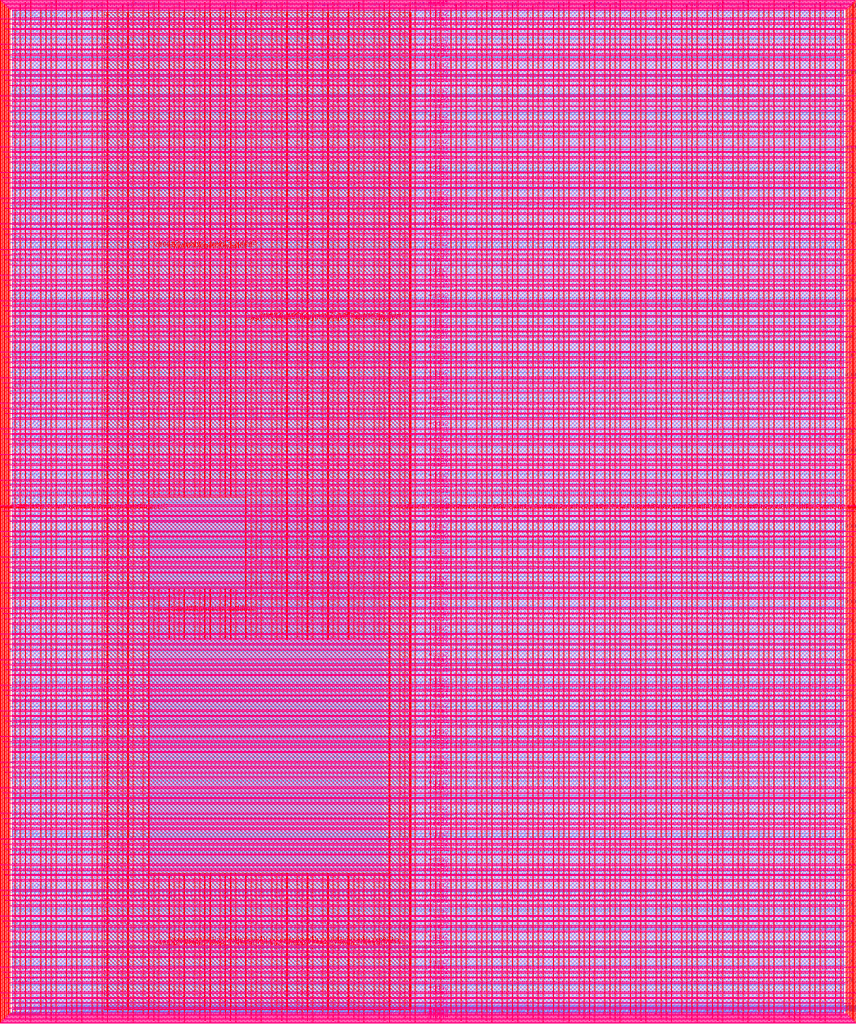
<source format=lef>
VERSION 5.7 ;
  NOWIREEXTENSIONATPIN ON ;
  DIVIDERCHAR "/" ;
  BUSBITCHARS "[]" ;
MACRO user_project_wrapper
  CLASS BLOCK ;
  FOREIGN user_project_wrapper ;
  ORIGIN 0.000 0.000 ;
  SIZE 2920.000 BY 3520.000 ;
  PIN analog_io[0]
    DIRECTION INOUT ;
    USE SIGNAL ;
    PORT
      LAYER met3 ;
        RECT 2917.600 1426.380 2924.800 1427.580 ;
    END
  END analog_io[0]
  PIN analog_io[10]
    DIRECTION INOUT ;
    USE SIGNAL ;
    PORT
      LAYER met2 ;
        RECT 2230.490 3517.600 2231.050 3524.800 ;
    END
  END analog_io[10]
  PIN analog_io[11]
    DIRECTION INOUT ;
    USE SIGNAL ;
    PORT
      LAYER met2 ;
        RECT 1905.730 3517.600 1906.290 3524.800 ;
    END
  END analog_io[11]
  PIN analog_io[12]
    DIRECTION INOUT ;
    USE SIGNAL ;
    PORT
      LAYER met2 ;
        RECT 1581.430 3517.600 1581.990 3524.800 ;
    END
  END analog_io[12]
  PIN analog_io[13]
    DIRECTION INOUT ;
    USE SIGNAL ;
    PORT
      LAYER met2 ;
        RECT 1257.130 3517.600 1257.690 3524.800 ;
    END
  END analog_io[13]
  PIN analog_io[14]
    DIRECTION INOUT ;
    USE SIGNAL ;
    PORT
      LAYER met2 ;
        RECT 932.370 3517.600 932.930 3524.800 ;
    END
  END analog_io[14]
  PIN analog_io[15]
    DIRECTION INOUT ;
    USE SIGNAL ;
    PORT
      LAYER met2 ;
        RECT 608.070 3517.600 608.630 3524.800 ;
    END
  END analog_io[15]
  PIN analog_io[16]
    DIRECTION INOUT ;
    USE SIGNAL ;
    PORT
      LAYER met2 ;
        RECT 283.770 3517.600 284.330 3524.800 ;
    END
  END analog_io[16]
  PIN analog_io[17]
    DIRECTION INOUT ;
    USE SIGNAL ;
    PORT
      LAYER met3 ;
        RECT -4.800 3486.100 2.400 3487.300 ;
    END
  END analog_io[17]
  PIN analog_io[18]
    DIRECTION INOUT ;
    USE SIGNAL ;
    PORT
      LAYER met3 ;
        RECT -4.800 3224.980 2.400 3226.180 ;
    END
  END analog_io[18]
  PIN analog_io[19]
    DIRECTION INOUT ;
    USE SIGNAL ;
    PORT
      LAYER met3 ;
        RECT -4.800 2964.540 2.400 2965.740 ;
    END
  END analog_io[19]
  PIN analog_io[1]
    DIRECTION INOUT ;
    USE SIGNAL ;
    PORT
      LAYER met3 ;
        RECT 2917.600 1692.260 2924.800 1693.460 ;
    END
  END analog_io[1]
  PIN analog_io[20]
    DIRECTION INOUT ;
    USE SIGNAL ;
    PORT
      LAYER met3 ;
        RECT -4.800 2703.420 2.400 2704.620 ;
    END
  END analog_io[20]
  PIN analog_io[21]
    DIRECTION INOUT ;
    USE SIGNAL ;
    PORT
      LAYER met3 ;
        RECT -4.800 2442.980 2.400 2444.180 ;
    END
  END analog_io[21]
  PIN analog_io[22]
    DIRECTION INOUT ;
    USE SIGNAL ;
    PORT
      LAYER met3 ;
        RECT -4.800 2182.540 2.400 2183.740 ;
    END
  END analog_io[22]
  PIN analog_io[23]
    DIRECTION INOUT ;
    USE SIGNAL ;
    PORT
      LAYER met3 ;
        RECT -4.800 1921.420 2.400 1922.620 ;
    END
  END analog_io[23]
  PIN analog_io[24]
    DIRECTION INOUT ;
    USE SIGNAL ;
    PORT
      LAYER met3 ;
        RECT -4.800 1660.980 2.400 1662.180 ;
    END
  END analog_io[24]
  PIN analog_io[25]
    DIRECTION INOUT ;
    USE SIGNAL ;
    PORT
      LAYER met3 ;
        RECT -4.800 1399.860 2.400 1401.060 ;
    END
  END analog_io[25]
  PIN analog_io[26]
    DIRECTION INOUT ;
    USE SIGNAL ;
    PORT
      LAYER met3 ;
        RECT -4.800 1139.420 2.400 1140.620 ;
    END
  END analog_io[26]
  PIN analog_io[27]
    DIRECTION INOUT ;
    USE SIGNAL ;
    PORT
      LAYER met3 ;
        RECT -4.800 878.980 2.400 880.180 ;
    END
  END analog_io[27]
  PIN analog_io[28]
    DIRECTION INOUT ;
    USE SIGNAL ;
    PORT
      LAYER met3 ;
        RECT -4.800 617.860 2.400 619.060 ;
    END
  END analog_io[28]
  PIN analog_io[2]
    DIRECTION INOUT ;
    USE SIGNAL ;
    PORT
      LAYER met3 ;
        RECT 2917.600 1958.140 2924.800 1959.340 ;
    END
  END analog_io[2]
  PIN analog_io[3]
    DIRECTION INOUT ;
    USE SIGNAL ;
    PORT
      LAYER met3 ;
        RECT 2917.600 2223.340 2924.800 2224.540 ;
    END
  END analog_io[3]
  PIN analog_io[4]
    DIRECTION INOUT ;
    USE SIGNAL ;
    PORT
      LAYER met3 ;
        RECT 2917.600 2489.220 2924.800 2490.420 ;
    END
  END analog_io[4]
  PIN analog_io[5]
    DIRECTION INOUT ;
    USE SIGNAL ;
    PORT
      LAYER met3 ;
        RECT 2917.600 2755.100 2924.800 2756.300 ;
    END
  END analog_io[5]
  PIN analog_io[6]
    DIRECTION INOUT ;
    USE SIGNAL ;
    PORT
      LAYER met3 ;
        RECT 2917.600 3020.300 2924.800 3021.500 ;
    END
  END analog_io[6]
  PIN analog_io[7]
    DIRECTION INOUT ;
    USE SIGNAL ;
    PORT
      LAYER met3 ;
        RECT 2917.600 3286.180 2924.800 3287.380 ;
    END
  END analog_io[7]
  PIN analog_io[8]
    DIRECTION INOUT ;
    USE SIGNAL ;
    PORT
      LAYER met2 ;
        RECT 2879.090 3517.600 2879.650 3524.800 ;
    END
  END analog_io[8]
  PIN analog_io[9]
    DIRECTION INOUT ;
    USE SIGNAL ;
    PORT
      LAYER met2 ;
        RECT 2554.790 3517.600 2555.350 3524.800 ;
    END
  END analog_io[9]
  PIN io_in[0]
    DIRECTION INPUT ;
    USE SIGNAL ;
    PORT
      LAYER met3 ;
        RECT 2917.600 32.380 2924.800 33.580 ;
    END
  END io_in[0]
  PIN io_in[10]
    DIRECTION INPUT ;
    USE SIGNAL ;
    PORT
      LAYER met3 ;
        RECT 2917.600 2289.980 2924.800 2291.180 ;
    END
  END io_in[10]
  PIN io_in[11]
    DIRECTION INPUT ;
    USE SIGNAL ;
    PORT
      LAYER met3 ;
        RECT 2917.600 2555.860 2924.800 2557.060 ;
    END
  END io_in[11]
  PIN io_in[12]
    DIRECTION INPUT ;
    USE SIGNAL ;
    PORT
      LAYER met3 ;
        RECT 2917.600 2821.060 2924.800 2822.260 ;
    END
  END io_in[12]
  PIN io_in[13]
    DIRECTION INPUT ;
    USE SIGNAL ;
    PORT
      LAYER met3 ;
        RECT 2917.600 3086.940 2924.800 3088.140 ;
    END
  END io_in[13]
  PIN io_in[14]
    DIRECTION INPUT ;
    USE SIGNAL ;
    PORT
      LAYER met3 ;
        RECT 2917.600 3352.820 2924.800 3354.020 ;
    END
  END io_in[14]
  PIN io_in[15]
    DIRECTION INPUT ;
    USE SIGNAL ;
    PORT
      LAYER met2 ;
        RECT 2798.130 3517.600 2798.690 3524.800 ;
    END
  END io_in[15]
  PIN io_in[16]
    DIRECTION INPUT ;
    USE SIGNAL ;
    PORT
      LAYER met2 ;
        RECT 2473.830 3517.600 2474.390 3524.800 ;
    END
  END io_in[16]
  PIN io_in[17]
    DIRECTION INPUT ;
    USE SIGNAL ;
    PORT
      LAYER met2 ;
        RECT 2149.070 3517.600 2149.630 3524.800 ;
    END
  END io_in[17]
  PIN io_in[18]
    DIRECTION INPUT ;
    USE SIGNAL ;
    PORT
      LAYER met2 ;
        RECT 1824.770 3517.600 1825.330 3524.800 ;
    END
  END io_in[18]
  PIN io_in[19]
    DIRECTION INPUT ;
    USE SIGNAL ;
    PORT
      LAYER met2 ;
        RECT 1500.470 3517.600 1501.030 3524.800 ;
    END
  END io_in[19]
  PIN io_in[1]
    DIRECTION INPUT ;
    USE SIGNAL ;
    PORT
      LAYER met3 ;
        RECT 2917.600 230.940 2924.800 232.140 ;
    END
  END io_in[1]
  PIN io_in[20]
    DIRECTION INPUT ;
    USE SIGNAL ;
    PORT
      LAYER met2 ;
        RECT 1175.710 3517.600 1176.270 3524.800 ;
    END
  END io_in[20]
  PIN io_in[21]
    DIRECTION INPUT ;
    USE SIGNAL ;
    PORT
      LAYER met2 ;
        RECT 851.410 3517.600 851.970 3524.800 ;
    END
  END io_in[21]
  PIN io_in[22]
    DIRECTION INPUT ;
    USE SIGNAL ;
    PORT
      LAYER met2 ;
        RECT 527.110 3517.600 527.670 3524.800 ;
    END
  END io_in[22]
  PIN io_in[23]
    DIRECTION INPUT ;
    USE SIGNAL ;
    PORT
      LAYER met2 ;
        RECT 202.350 3517.600 202.910 3524.800 ;
    END
  END io_in[23]
  PIN io_in[24]
    DIRECTION INPUT ;
    USE SIGNAL ;
    PORT
      LAYER met3 ;
        RECT -4.800 3420.820 2.400 3422.020 ;
    END
  END io_in[24]
  PIN io_in[25]
    DIRECTION INPUT ;
    USE SIGNAL ;
    PORT
      LAYER met3 ;
        RECT -4.800 3159.700 2.400 3160.900 ;
    END
  END io_in[25]
  PIN io_in[26]
    DIRECTION INPUT ;
    USE SIGNAL ;
    PORT
      LAYER met3 ;
        RECT -4.800 2899.260 2.400 2900.460 ;
    END
  END io_in[26]
  PIN io_in[27]
    DIRECTION INPUT ;
    USE SIGNAL ;
    PORT
      LAYER met3 ;
        RECT -4.800 2638.820 2.400 2640.020 ;
    END
  END io_in[27]
  PIN io_in[28]
    DIRECTION INPUT ;
    USE SIGNAL ;
    PORT
      LAYER met3 ;
        RECT -4.800 2377.700 2.400 2378.900 ;
    END
  END io_in[28]
  PIN io_in[29]
    DIRECTION INPUT ;
    USE SIGNAL ;
    PORT
      LAYER met3 ;
        RECT -4.800 2117.260 2.400 2118.460 ;
    END
  END io_in[29]
  PIN io_in[2]
    DIRECTION INPUT ;
    USE SIGNAL ;
    PORT
      LAYER met3 ;
        RECT 2917.600 430.180 2924.800 431.380 ;
    END
  END io_in[2]
  PIN io_in[30]
    DIRECTION INPUT ;
    USE SIGNAL ;
    PORT
      LAYER met3 ;
        RECT -4.800 1856.140 2.400 1857.340 ;
    END
  END io_in[30]
  PIN io_in[31]
    DIRECTION INPUT ;
    USE SIGNAL ;
    PORT
      LAYER met3 ;
        RECT -4.800 1595.700 2.400 1596.900 ;
    END
  END io_in[31]
  PIN io_in[32]
    DIRECTION INPUT ;
    USE SIGNAL ;
    PORT
      LAYER met3 ;
        RECT -4.800 1335.260 2.400 1336.460 ;
    END
  END io_in[32]
  PIN io_in[33]
    DIRECTION INPUT ;
    USE SIGNAL ;
    PORT
      LAYER met3 ;
        RECT -4.800 1074.140 2.400 1075.340 ;
    END
  END io_in[33]
  PIN io_in[34]
    DIRECTION INPUT ;
    USE SIGNAL ;
    PORT
      LAYER met3 ;
        RECT -4.800 813.700 2.400 814.900 ;
    END
  END io_in[34]
  PIN io_in[35]
    DIRECTION INPUT ;
    USE SIGNAL ;
    PORT
      LAYER met3 ;
        RECT -4.800 552.580 2.400 553.780 ;
    END
  END io_in[35]
  PIN io_in[36]
    DIRECTION INPUT ;
    USE SIGNAL ;
    PORT
      LAYER met3 ;
        RECT -4.800 357.420 2.400 358.620 ;
    END
  END io_in[36]
  PIN io_in[37]
    DIRECTION INPUT ;
    USE SIGNAL ;
    PORT
      LAYER met3 ;
        RECT -4.800 161.580 2.400 162.780 ;
    END
  END io_in[37]
  PIN io_in[3]
    DIRECTION INPUT ;
    USE SIGNAL ;
    PORT
      LAYER met3 ;
        RECT 2917.600 629.420 2924.800 630.620 ;
    END
  END io_in[3]
  PIN io_in[4]
    DIRECTION INPUT ;
    USE SIGNAL ;
    PORT
      LAYER met3 ;
        RECT 2917.600 828.660 2924.800 829.860 ;
    END
  END io_in[4]
  PIN io_in[5]
    DIRECTION INPUT ;
    USE SIGNAL ;
    PORT
      LAYER met3 ;
        RECT 2917.600 1027.900 2924.800 1029.100 ;
    END
  END io_in[5]
  PIN io_in[6]
    DIRECTION INPUT ;
    USE SIGNAL ;
    PORT
      LAYER met3 ;
        RECT 2917.600 1227.140 2924.800 1228.340 ;
    END
  END io_in[6]
  PIN io_in[7]
    DIRECTION INPUT ;
    USE SIGNAL ;
    PORT
      LAYER met3 ;
        RECT 2917.600 1493.020 2924.800 1494.220 ;
    END
  END io_in[7]
  PIN io_in[8]
    DIRECTION INPUT ;
    USE SIGNAL ;
    PORT
      LAYER met3 ;
        RECT 2917.600 1758.900 2924.800 1760.100 ;
    END
  END io_in[8]
  PIN io_in[9]
    DIRECTION INPUT ;
    USE SIGNAL ;
    PORT
      LAYER met3 ;
        RECT 2917.600 2024.100 2924.800 2025.300 ;
    END
  END io_in[9]
  PIN io_oeb[0]
    DIRECTION OUTPUT TRISTATE ;
    USE SIGNAL ;
    PORT
      LAYER met3 ;
        RECT 2917.600 164.980 2924.800 166.180 ;
    END
  END io_oeb[0]
  PIN io_oeb[10]
    DIRECTION OUTPUT TRISTATE ;
    USE SIGNAL ;
    PORT
      LAYER met3 ;
        RECT 2917.600 2422.580 2924.800 2423.780 ;
    END
  END io_oeb[10]
  PIN io_oeb[11]
    DIRECTION OUTPUT TRISTATE ;
    USE SIGNAL ;
    PORT
      LAYER met3 ;
        RECT 2917.600 2688.460 2924.800 2689.660 ;
    END
  END io_oeb[11]
  PIN io_oeb[12]
    DIRECTION OUTPUT TRISTATE ;
    USE SIGNAL ;
    PORT
      LAYER met3 ;
        RECT 2917.600 2954.340 2924.800 2955.540 ;
    END
  END io_oeb[12]
  PIN io_oeb[13]
    DIRECTION OUTPUT TRISTATE ;
    USE SIGNAL ;
    PORT
      LAYER met3 ;
        RECT 2917.600 3219.540 2924.800 3220.740 ;
    END
  END io_oeb[13]
  PIN io_oeb[14]
    DIRECTION OUTPUT TRISTATE ;
    USE SIGNAL ;
    PORT
      LAYER met3 ;
        RECT 2917.600 3485.420 2924.800 3486.620 ;
    END
  END io_oeb[14]
  PIN io_oeb[15]
    DIRECTION OUTPUT TRISTATE ;
    USE SIGNAL ;
    PORT
      LAYER met2 ;
        RECT 2635.750 3517.600 2636.310 3524.800 ;
    END
  END io_oeb[15]
  PIN io_oeb[16]
    DIRECTION OUTPUT TRISTATE ;
    USE SIGNAL ;
    PORT
      LAYER met2 ;
        RECT 2311.450 3517.600 2312.010 3524.800 ;
    END
  END io_oeb[16]
  PIN io_oeb[17]
    DIRECTION OUTPUT TRISTATE ;
    USE SIGNAL ;
    PORT
      LAYER met2 ;
        RECT 1987.150 3517.600 1987.710 3524.800 ;
    END
  END io_oeb[17]
  PIN io_oeb[18]
    DIRECTION OUTPUT TRISTATE ;
    USE SIGNAL ;
    PORT
      LAYER met2 ;
        RECT 1662.390 3517.600 1662.950 3524.800 ;
    END
  END io_oeb[18]
  PIN io_oeb[19]
    DIRECTION OUTPUT TRISTATE ;
    USE SIGNAL ;
    PORT
      LAYER met2 ;
        RECT 1338.090 3517.600 1338.650 3524.800 ;
    END
  END io_oeb[19]
  PIN io_oeb[1]
    DIRECTION OUTPUT TRISTATE ;
    USE SIGNAL ;
    PORT
      LAYER met3 ;
        RECT 2917.600 364.220 2924.800 365.420 ;
    END
  END io_oeb[1]
  PIN io_oeb[20]
    DIRECTION OUTPUT TRISTATE ;
    USE SIGNAL ;
    PORT
      LAYER met2 ;
        RECT 1013.790 3517.600 1014.350 3524.800 ;
    END
  END io_oeb[20]
  PIN io_oeb[21]
    DIRECTION OUTPUT TRISTATE ;
    USE SIGNAL ;
    PORT
      LAYER met2 ;
        RECT 689.030 3517.600 689.590 3524.800 ;
    END
  END io_oeb[21]
  PIN io_oeb[22]
    DIRECTION OUTPUT TRISTATE ;
    USE SIGNAL ;
    PORT
      LAYER met2 ;
        RECT 364.730 3517.600 365.290 3524.800 ;
    END
  END io_oeb[22]
  PIN io_oeb[23]
    DIRECTION OUTPUT TRISTATE ;
    USE SIGNAL ;
    PORT
      LAYER met2 ;
        RECT 40.430 3517.600 40.990 3524.800 ;
    END
  END io_oeb[23]
  PIN io_oeb[24]
    DIRECTION OUTPUT TRISTATE ;
    USE SIGNAL ;
    PORT
      LAYER met3 ;
        RECT -4.800 3290.260 2.400 3291.460 ;
    END
  END io_oeb[24]
  PIN io_oeb[25]
    DIRECTION OUTPUT TRISTATE ;
    USE SIGNAL ;
    PORT
      LAYER met3 ;
        RECT -4.800 3029.820 2.400 3031.020 ;
    END
  END io_oeb[25]
  PIN io_oeb[26]
    DIRECTION OUTPUT TRISTATE ;
    USE SIGNAL ;
    PORT
      LAYER met3 ;
        RECT -4.800 2768.700 2.400 2769.900 ;
    END
  END io_oeb[26]
  PIN io_oeb[27]
    DIRECTION OUTPUT TRISTATE ;
    USE SIGNAL ;
    PORT
      LAYER met3 ;
        RECT -4.800 2508.260 2.400 2509.460 ;
    END
  END io_oeb[27]
  PIN io_oeb[28]
    DIRECTION OUTPUT TRISTATE ;
    USE SIGNAL ;
    PORT
      LAYER met3 ;
        RECT -4.800 2247.140 2.400 2248.340 ;
    END
  END io_oeb[28]
  PIN io_oeb[29]
    DIRECTION OUTPUT TRISTATE ;
    USE SIGNAL ;
    PORT
      LAYER met3 ;
        RECT -4.800 1986.700 2.400 1987.900 ;
    END
  END io_oeb[29]
  PIN io_oeb[2]
    DIRECTION OUTPUT TRISTATE ;
    USE SIGNAL ;
    PORT
      LAYER met3 ;
        RECT 2917.600 563.460 2924.800 564.660 ;
    END
  END io_oeb[2]
  PIN io_oeb[30]
    DIRECTION OUTPUT TRISTATE ;
    USE SIGNAL ;
    PORT
      LAYER met3 ;
        RECT -4.800 1726.260 2.400 1727.460 ;
    END
  END io_oeb[30]
  PIN io_oeb[31]
    DIRECTION OUTPUT TRISTATE ;
    USE SIGNAL ;
    PORT
      LAYER met3 ;
        RECT -4.800 1465.140 2.400 1466.340 ;
    END
  END io_oeb[31]
  PIN io_oeb[32]
    DIRECTION OUTPUT TRISTATE ;
    USE SIGNAL ;
    PORT
      LAYER met3 ;
        RECT -4.800 1204.700 2.400 1205.900 ;
    END
  END io_oeb[32]
  PIN io_oeb[33]
    DIRECTION OUTPUT TRISTATE ;
    USE SIGNAL ;
    PORT
      LAYER met3 ;
        RECT -4.800 943.580 2.400 944.780 ;
    END
  END io_oeb[33]
  PIN io_oeb[34]
    DIRECTION OUTPUT TRISTATE ;
    USE SIGNAL ;
    PORT
      LAYER met3 ;
        RECT -4.800 683.140 2.400 684.340 ;
    END
  END io_oeb[34]
  PIN io_oeb[35]
    DIRECTION OUTPUT TRISTATE ;
    USE SIGNAL ;
    PORT
      LAYER met3 ;
        RECT -4.800 422.700 2.400 423.900 ;
    END
  END io_oeb[35]
  PIN io_oeb[36]
    DIRECTION OUTPUT TRISTATE ;
    USE SIGNAL ;
    PORT
      LAYER met3 ;
        RECT -4.800 226.860 2.400 228.060 ;
    END
  END io_oeb[36]
  PIN io_oeb[37]
    DIRECTION OUTPUT TRISTATE ;
    USE SIGNAL ;
    PORT
      LAYER met3 ;
        RECT -4.800 31.700 2.400 32.900 ;
    END
  END io_oeb[37]
  PIN io_oeb[3]
    DIRECTION OUTPUT TRISTATE ;
    USE SIGNAL ;
    PORT
      LAYER met3 ;
        RECT 2917.600 762.700 2924.800 763.900 ;
    END
  END io_oeb[3]
  PIN io_oeb[4]
    DIRECTION OUTPUT TRISTATE ;
    USE SIGNAL ;
    PORT
      LAYER met3 ;
        RECT 2917.600 961.940 2924.800 963.140 ;
    END
  END io_oeb[4]
  PIN io_oeb[5]
    DIRECTION OUTPUT TRISTATE ;
    USE SIGNAL ;
    PORT
      LAYER met3 ;
        RECT 2917.600 1161.180 2924.800 1162.380 ;
    END
  END io_oeb[5]
  PIN io_oeb[6]
    DIRECTION OUTPUT TRISTATE ;
    USE SIGNAL ;
    PORT
      LAYER met3 ;
        RECT 2917.600 1360.420 2924.800 1361.620 ;
    END
  END io_oeb[6]
  PIN io_oeb[7]
    DIRECTION OUTPUT TRISTATE ;
    USE SIGNAL ;
    PORT
      LAYER met3 ;
        RECT 2917.600 1625.620 2924.800 1626.820 ;
    END
  END io_oeb[7]
  PIN io_oeb[8]
    DIRECTION OUTPUT TRISTATE ;
    USE SIGNAL ;
    PORT
      LAYER met3 ;
        RECT 2917.600 1891.500 2924.800 1892.700 ;
    END
  END io_oeb[8]
  PIN io_oeb[9]
    DIRECTION OUTPUT TRISTATE ;
    USE SIGNAL ;
    PORT
      LAYER met3 ;
        RECT 2917.600 2157.380 2924.800 2158.580 ;
    END
  END io_oeb[9]
  PIN io_out[0]
    DIRECTION OUTPUT TRISTATE ;
    USE SIGNAL ;
    PORT
      LAYER met3 ;
        RECT 2917.600 98.340 2924.800 99.540 ;
    END
  END io_out[0]
  PIN io_out[10]
    DIRECTION OUTPUT TRISTATE ;
    USE SIGNAL ;
    PORT
      LAYER met3 ;
        RECT 2917.600 2356.620 2924.800 2357.820 ;
    END
  END io_out[10]
  PIN io_out[11]
    DIRECTION OUTPUT TRISTATE ;
    USE SIGNAL ;
    PORT
      LAYER met3 ;
        RECT 2917.600 2621.820 2924.800 2623.020 ;
    END
  END io_out[11]
  PIN io_out[12]
    DIRECTION OUTPUT TRISTATE ;
    USE SIGNAL ;
    PORT
      LAYER met3 ;
        RECT 2917.600 2887.700 2924.800 2888.900 ;
    END
  END io_out[12]
  PIN io_out[13]
    DIRECTION OUTPUT TRISTATE ;
    USE SIGNAL ;
    PORT
      LAYER met3 ;
        RECT 2917.600 3153.580 2924.800 3154.780 ;
    END
  END io_out[13]
  PIN io_out[14]
    DIRECTION OUTPUT TRISTATE ;
    USE SIGNAL ;
    PORT
      LAYER met3 ;
        RECT 2917.600 3418.780 2924.800 3419.980 ;
    END
  END io_out[14]
  PIN io_out[15]
    DIRECTION OUTPUT TRISTATE ;
    USE SIGNAL ;
    PORT
      LAYER met2 ;
        RECT 2717.170 3517.600 2717.730 3524.800 ;
    END
  END io_out[15]
  PIN io_out[16]
    DIRECTION OUTPUT TRISTATE ;
    USE SIGNAL ;
    PORT
      LAYER met2 ;
        RECT 2392.410 3517.600 2392.970 3524.800 ;
    END
  END io_out[16]
  PIN io_out[17]
    DIRECTION OUTPUT TRISTATE ;
    USE SIGNAL ;
    PORT
      LAYER met2 ;
        RECT 2068.110 3517.600 2068.670 3524.800 ;
    END
  END io_out[17]
  PIN io_out[18]
    DIRECTION OUTPUT TRISTATE ;
    USE SIGNAL ;
    PORT
      LAYER met2 ;
        RECT 1743.810 3517.600 1744.370 3524.800 ;
    END
  END io_out[18]
  PIN io_out[19]
    DIRECTION OUTPUT TRISTATE ;
    USE SIGNAL ;
    PORT
      LAYER met2 ;
        RECT 1419.050 3517.600 1419.610 3524.800 ;
    END
  END io_out[19]
  PIN io_out[1]
    DIRECTION OUTPUT TRISTATE ;
    USE SIGNAL ;
    PORT
      LAYER met3 ;
        RECT 2917.600 297.580 2924.800 298.780 ;
    END
  END io_out[1]
  PIN io_out[20]
    DIRECTION OUTPUT TRISTATE ;
    USE SIGNAL ;
    PORT
      LAYER met2 ;
        RECT 1094.750 3517.600 1095.310 3524.800 ;
    END
  END io_out[20]
  PIN io_out[21]
    DIRECTION OUTPUT TRISTATE ;
    USE SIGNAL ;
    PORT
      LAYER met2 ;
        RECT 770.450 3517.600 771.010 3524.800 ;
    END
  END io_out[21]
  PIN io_out[22]
    DIRECTION OUTPUT TRISTATE ;
    USE SIGNAL ;
    PORT
      LAYER met2 ;
        RECT 445.690 3517.600 446.250 3524.800 ;
    END
  END io_out[22]
  PIN io_out[23]
    DIRECTION OUTPUT TRISTATE ;
    USE SIGNAL ;
    PORT
      LAYER met2 ;
        RECT 121.390 3517.600 121.950 3524.800 ;
    END
  END io_out[23]
  PIN io_out[24]
    DIRECTION OUTPUT TRISTATE ;
    USE SIGNAL ;
    PORT
      LAYER met3 ;
        RECT -4.800 3355.540 2.400 3356.740 ;
    END
  END io_out[24]
  PIN io_out[25]
    DIRECTION OUTPUT TRISTATE ;
    USE SIGNAL ;
    PORT
      LAYER met3 ;
        RECT -4.800 3095.100 2.400 3096.300 ;
    END
  END io_out[25]
  PIN io_out[26]
    DIRECTION OUTPUT TRISTATE ;
    USE SIGNAL ;
    PORT
      LAYER met3 ;
        RECT -4.800 2833.980 2.400 2835.180 ;
    END
  END io_out[26]
  PIN io_out[27]
    DIRECTION OUTPUT TRISTATE ;
    USE SIGNAL ;
    PORT
      LAYER met3 ;
        RECT -4.800 2573.540 2.400 2574.740 ;
    END
  END io_out[27]
  PIN io_out[28]
    DIRECTION OUTPUT TRISTATE ;
    USE SIGNAL ;
    PORT
      LAYER met3 ;
        RECT -4.800 2312.420 2.400 2313.620 ;
    END
  END io_out[28]
  PIN io_out[29]
    DIRECTION OUTPUT TRISTATE ;
    USE SIGNAL ;
    PORT
      LAYER met3 ;
        RECT -4.800 2051.980 2.400 2053.180 ;
    END
  END io_out[29]
  PIN io_out[2]
    DIRECTION OUTPUT TRISTATE ;
    USE SIGNAL ;
    PORT
      LAYER met3 ;
        RECT 2917.600 496.820 2924.800 498.020 ;
    END
  END io_out[2]
  PIN io_out[30]
    DIRECTION OUTPUT TRISTATE ;
    USE SIGNAL ;
    PORT
      LAYER met3 ;
        RECT -4.800 1791.540 2.400 1792.740 ;
    END
  END io_out[30]
  PIN io_out[31]
    DIRECTION OUTPUT TRISTATE ;
    USE SIGNAL ;
    PORT
      LAYER met3 ;
        RECT -4.800 1530.420 2.400 1531.620 ;
    END
  END io_out[31]
  PIN io_out[32]
    DIRECTION OUTPUT TRISTATE ;
    USE SIGNAL ;
    PORT
      LAYER met3 ;
        RECT -4.800 1269.980 2.400 1271.180 ;
    END
  END io_out[32]
  PIN io_out[33]
    DIRECTION OUTPUT TRISTATE ;
    USE SIGNAL ;
    PORT
      LAYER met3 ;
        RECT -4.800 1008.860 2.400 1010.060 ;
    END
  END io_out[33]
  PIN io_out[34]
    DIRECTION OUTPUT TRISTATE ;
    USE SIGNAL ;
    PORT
      LAYER met3 ;
        RECT -4.800 748.420 2.400 749.620 ;
    END
  END io_out[34]
  PIN io_out[35]
    DIRECTION OUTPUT TRISTATE ;
    USE SIGNAL ;
    PORT
      LAYER met3 ;
        RECT -4.800 487.300 2.400 488.500 ;
    END
  END io_out[35]
  PIN io_out[36]
    DIRECTION OUTPUT TRISTATE ;
    USE SIGNAL ;
    PORT
      LAYER met3 ;
        RECT -4.800 292.140 2.400 293.340 ;
    END
  END io_out[36]
  PIN io_out[37]
    DIRECTION OUTPUT TRISTATE ;
    USE SIGNAL ;
    PORT
      LAYER met3 ;
        RECT -4.800 96.300 2.400 97.500 ;
    END
  END io_out[37]
  PIN io_out[3]
    DIRECTION OUTPUT TRISTATE ;
    USE SIGNAL ;
    PORT
      LAYER met3 ;
        RECT 2917.600 696.060 2924.800 697.260 ;
    END
  END io_out[3]
  PIN io_out[4]
    DIRECTION OUTPUT TRISTATE ;
    USE SIGNAL ;
    PORT
      LAYER met3 ;
        RECT 2917.600 895.300 2924.800 896.500 ;
    END
  END io_out[4]
  PIN io_out[5]
    DIRECTION OUTPUT TRISTATE ;
    USE SIGNAL ;
    PORT
      LAYER met3 ;
        RECT 2917.600 1094.540 2924.800 1095.740 ;
    END
  END io_out[5]
  PIN io_out[6]
    DIRECTION OUTPUT TRISTATE ;
    USE SIGNAL ;
    PORT
      LAYER met3 ;
        RECT 2917.600 1293.780 2924.800 1294.980 ;
    END
  END io_out[6]
  PIN io_out[7]
    DIRECTION OUTPUT TRISTATE ;
    USE SIGNAL ;
    PORT
      LAYER met3 ;
        RECT 2917.600 1559.660 2924.800 1560.860 ;
    END
  END io_out[7]
  PIN io_out[8]
    DIRECTION OUTPUT TRISTATE ;
    USE SIGNAL ;
    PORT
      LAYER met3 ;
        RECT 2917.600 1824.860 2924.800 1826.060 ;
    END
  END io_out[8]
  PIN io_out[9]
    DIRECTION OUTPUT TRISTATE ;
    USE SIGNAL ;
    PORT
      LAYER met3 ;
        RECT 2917.600 2090.740 2924.800 2091.940 ;
    END
  END io_out[9]
  PIN la_data_in[0]
    DIRECTION INPUT ;
    USE SIGNAL ;
    PORT
      LAYER met2 ;
        RECT 629.230 -4.800 629.790 2.400 ;
    END
  END la_data_in[0]
  PIN la_data_in[100]
    DIRECTION INPUT ;
    USE SIGNAL ;
    PORT
      LAYER met2 ;
        RECT 2402.530 -4.800 2403.090 2.400 ;
    END
  END la_data_in[100]
  PIN la_data_in[101]
    DIRECTION INPUT ;
    USE SIGNAL ;
    PORT
      LAYER met2 ;
        RECT 2420.010 -4.800 2420.570 2.400 ;
    END
  END la_data_in[101]
  PIN la_data_in[102]
    DIRECTION INPUT ;
    USE SIGNAL ;
    PORT
      LAYER met2 ;
        RECT 2437.950 -4.800 2438.510 2.400 ;
    END
  END la_data_in[102]
  PIN la_data_in[103]
    DIRECTION INPUT ;
    USE SIGNAL ;
    PORT
      LAYER met2 ;
        RECT 2455.430 -4.800 2455.990 2.400 ;
    END
  END la_data_in[103]
  PIN la_data_in[104]
    DIRECTION INPUT ;
    USE SIGNAL ;
    PORT
      LAYER met2 ;
        RECT 2473.370 -4.800 2473.930 2.400 ;
    END
  END la_data_in[104]
  PIN la_data_in[105]
    DIRECTION INPUT ;
    USE SIGNAL ;
    PORT
      LAYER met2 ;
        RECT 2490.850 -4.800 2491.410 2.400 ;
    END
  END la_data_in[105]
  PIN la_data_in[106]
    DIRECTION INPUT ;
    USE SIGNAL ;
    PORT
      LAYER met2 ;
        RECT 2508.790 -4.800 2509.350 2.400 ;
    END
  END la_data_in[106]
  PIN la_data_in[107]
    DIRECTION INPUT ;
    USE SIGNAL ;
    PORT
      LAYER met2 ;
        RECT 2526.730 -4.800 2527.290 2.400 ;
    END
  END la_data_in[107]
  PIN la_data_in[108]
    DIRECTION INPUT ;
    USE SIGNAL ;
    PORT
      LAYER met2 ;
        RECT 2544.210 -4.800 2544.770 2.400 ;
    END
  END la_data_in[108]
  PIN la_data_in[109]
    DIRECTION INPUT ;
    USE SIGNAL ;
    PORT
      LAYER met2 ;
        RECT 2562.150 -4.800 2562.710 2.400 ;
    END
  END la_data_in[109]
  PIN la_data_in[10]
    DIRECTION INPUT ;
    USE SIGNAL ;
    PORT
      LAYER met2 ;
        RECT 806.330 -4.800 806.890 2.400 ;
    END
  END la_data_in[10]
  PIN la_data_in[110]
    DIRECTION INPUT ;
    USE SIGNAL ;
    PORT
      LAYER met2 ;
        RECT 2579.630 -4.800 2580.190 2.400 ;
    END
  END la_data_in[110]
  PIN la_data_in[111]
    DIRECTION INPUT ;
    USE SIGNAL ;
    PORT
      LAYER met2 ;
        RECT 2597.570 -4.800 2598.130 2.400 ;
    END
  END la_data_in[111]
  PIN la_data_in[112]
    DIRECTION INPUT ;
    USE SIGNAL ;
    PORT
      LAYER met2 ;
        RECT 2615.050 -4.800 2615.610 2.400 ;
    END
  END la_data_in[112]
  PIN la_data_in[113]
    DIRECTION INPUT ;
    USE SIGNAL ;
    PORT
      LAYER met2 ;
        RECT 2632.990 -4.800 2633.550 2.400 ;
    END
  END la_data_in[113]
  PIN la_data_in[114]
    DIRECTION INPUT ;
    USE SIGNAL ;
    PORT
      LAYER met2 ;
        RECT 2650.470 -4.800 2651.030 2.400 ;
    END
  END la_data_in[114]
  PIN la_data_in[115]
    DIRECTION INPUT ;
    USE SIGNAL ;
    PORT
      LAYER met2 ;
        RECT 2668.410 -4.800 2668.970 2.400 ;
    END
  END la_data_in[115]
  PIN la_data_in[116]
    DIRECTION INPUT ;
    USE SIGNAL ;
    PORT
      LAYER met2 ;
        RECT 2685.890 -4.800 2686.450 2.400 ;
    END
  END la_data_in[116]
  PIN la_data_in[117]
    DIRECTION INPUT ;
    USE SIGNAL ;
    PORT
      LAYER met2 ;
        RECT 2703.830 -4.800 2704.390 2.400 ;
    END
  END la_data_in[117]
  PIN la_data_in[118]
    DIRECTION INPUT ;
    USE SIGNAL ;
    PORT
      LAYER met2 ;
        RECT 2721.770 -4.800 2722.330 2.400 ;
    END
  END la_data_in[118]
  PIN la_data_in[119]
    DIRECTION INPUT ;
    USE SIGNAL ;
    PORT
      LAYER met2 ;
        RECT 2739.250 -4.800 2739.810 2.400 ;
    END
  END la_data_in[119]
  PIN la_data_in[11]
    DIRECTION INPUT ;
    USE SIGNAL ;
    PORT
      LAYER met2 ;
        RECT 824.270 -4.800 824.830 2.400 ;
    END
  END la_data_in[11]
  PIN la_data_in[120]
    DIRECTION INPUT ;
    USE SIGNAL ;
    PORT
      LAYER met2 ;
        RECT 2757.190 -4.800 2757.750 2.400 ;
    END
  END la_data_in[120]
  PIN la_data_in[121]
    DIRECTION INPUT ;
    USE SIGNAL ;
    PORT
      LAYER met2 ;
        RECT 2774.670 -4.800 2775.230 2.400 ;
    END
  END la_data_in[121]
  PIN la_data_in[122]
    DIRECTION INPUT ;
    USE SIGNAL ;
    PORT
      LAYER met2 ;
        RECT 2792.610 -4.800 2793.170 2.400 ;
    END
  END la_data_in[122]
  PIN la_data_in[123]
    DIRECTION INPUT ;
    USE SIGNAL ;
    PORT
      LAYER met2 ;
        RECT 2810.090 -4.800 2810.650 2.400 ;
    END
  END la_data_in[123]
  PIN la_data_in[124]
    DIRECTION INPUT ;
    USE SIGNAL ;
    PORT
      LAYER met2 ;
        RECT 2828.030 -4.800 2828.590 2.400 ;
    END
  END la_data_in[124]
  PIN la_data_in[125]
    DIRECTION INPUT ;
    USE SIGNAL ;
    PORT
      LAYER met2 ;
        RECT 2845.510 -4.800 2846.070 2.400 ;
    END
  END la_data_in[125]
  PIN la_data_in[126]
    DIRECTION INPUT ;
    USE SIGNAL ;
    PORT
      LAYER met2 ;
        RECT 2863.450 -4.800 2864.010 2.400 ;
    END
  END la_data_in[126]
  PIN la_data_in[127]
    DIRECTION INPUT ;
    USE SIGNAL ;
    PORT
      LAYER met2 ;
        RECT 2881.390 -4.800 2881.950 2.400 ;
    END
  END la_data_in[127]
  PIN la_data_in[12]
    DIRECTION INPUT ;
    USE SIGNAL ;
    PORT
      LAYER met2 ;
        RECT 841.750 -4.800 842.310 2.400 ;
    END
  END la_data_in[12]
  PIN la_data_in[13]
    DIRECTION INPUT ;
    USE SIGNAL ;
    PORT
      LAYER met2 ;
        RECT 859.690 -4.800 860.250 2.400 ;
    END
  END la_data_in[13]
  PIN la_data_in[14]
    DIRECTION INPUT ;
    USE SIGNAL ;
    PORT
      LAYER met2 ;
        RECT 877.170 -4.800 877.730 2.400 ;
    END
  END la_data_in[14]
  PIN la_data_in[15]
    DIRECTION INPUT ;
    USE SIGNAL ;
    PORT
      LAYER met2 ;
        RECT 895.110 -4.800 895.670 2.400 ;
    END
  END la_data_in[15]
  PIN la_data_in[16]
    DIRECTION INPUT ;
    USE SIGNAL ;
    PORT
      LAYER met2 ;
        RECT 912.590 -4.800 913.150 2.400 ;
    END
  END la_data_in[16]
  PIN la_data_in[17]
    DIRECTION INPUT ;
    USE SIGNAL ;
    PORT
      LAYER met2 ;
        RECT 930.530 -4.800 931.090 2.400 ;
    END
  END la_data_in[17]
  PIN la_data_in[18]
    DIRECTION INPUT ;
    USE SIGNAL ;
    PORT
      LAYER met2 ;
        RECT 948.470 -4.800 949.030 2.400 ;
    END
  END la_data_in[18]
  PIN la_data_in[19]
    DIRECTION INPUT ;
    USE SIGNAL ;
    PORT
      LAYER met2 ;
        RECT 965.950 -4.800 966.510 2.400 ;
    END
  END la_data_in[19]
  PIN la_data_in[1]
    DIRECTION INPUT ;
    USE SIGNAL ;
    PORT
      LAYER met2 ;
        RECT 646.710 -4.800 647.270 2.400 ;
    END
  END la_data_in[1]
  PIN la_data_in[20]
    DIRECTION INPUT ;
    USE SIGNAL ;
    PORT
      LAYER met2 ;
        RECT 983.890 -4.800 984.450 2.400 ;
    END
  END la_data_in[20]
  PIN la_data_in[21]
    DIRECTION INPUT ;
    USE SIGNAL ;
    PORT
      LAYER met2 ;
        RECT 1001.370 -4.800 1001.930 2.400 ;
    END
  END la_data_in[21]
  PIN la_data_in[22]
    DIRECTION INPUT ;
    USE SIGNAL ;
    PORT
      LAYER met2 ;
        RECT 1019.310 -4.800 1019.870 2.400 ;
    END
  END la_data_in[22]
  PIN la_data_in[23]
    DIRECTION INPUT ;
    USE SIGNAL ;
    PORT
      LAYER met2 ;
        RECT 1036.790 -4.800 1037.350 2.400 ;
    END
  END la_data_in[23]
  PIN la_data_in[24]
    DIRECTION INPUT ;
    USE SIGNAL ;
    PORT
      LAYER met2 ;
        RECT 1054.730 -4.800 1055.290 2.400 ;
    END
  END la_data_in[24]
  PIN la_data_in[25]
    DIRECTION INPUT ;
    USE SIGNAL ;
    PORT
      LAYER met2 ;
        RECT 1072.210 -4.800 1072.770 2.400 ;
    END
  END la_data_in[25]
  PIN la_data_in[26]
    DIRECTION INPUT ;
    USE SIGNAL ;
    PORT
      LAYER met2 ;
        RECT 1090.150 -4.800 1090.710 2.400 ;
    END
  END la_data_in[26]
  PIN la_data_in[27]
    DIRECTION INPUT ;
    USE SIGNAL ;
    PORT
      LAYER met2 ;
        RECT 1107.630 -4.800 1108.190 2.400 ;
    END
  END la_data_in[27]
  PIN la_data_in[28]
    DIRECTION INPUT ;
    USE SIGNAL ;
    PORT
      LAYER met2 ;
        RECT 1125.570 -4.800 1126.130 2.400 ;
    END
  END la_data_in[28]
  PIN la_data_in[29]
    DIRECTION INPUT ;
    USE SIGNAL ;
    PORT
      LAYER met2 ;
        RECT 1143.510 -4.800 1144.070 2.400 ;
    END
  END la_data_in[29]
  PIN la_data_in[2]
    DIRECTION INPUT ;
    USE SIGNAL ;
    PORT
      LAYER met2 ;
        RECT 664.650 -4.800 665.210 2.400 ;
    END
  END la_data_in[2]
  PIN la_data_in[30]
    DIRECTION INPUT ;
    USE SIGNAL ;
    PORT
      LAYER met2 ;
        RECT 1160.990 -4.800 1161.550 2.400 ;
    END
  END la_data_in[30]
  PIN la_data_in[31]
    DIRECTION INPUT ;
    USE SIGNAL ;
    PORT
      LAYER met2 ;
        RECT 1178.930 -4.800 1179.490 2.400 ;
    END
  END la_data_in[31]
  PIN la_data_in[32]
    DIRECTION INPUT ;
    USE SIGNAL ;
    PORT
      LAYER met2 ;
        RECT 1196.410 -4.800 1196.970 2.400 ;
    END
  END la_data_in[32]
  PIN la_data_in[33]
    DIRECTION INPUT ;
    USE SIGNAL ;
    PORT
      LAYER met2 ;
        RECT 1214.350 -4.800 1214.910 2.400 ;
    END
  END la_data_in[33]
  PIN la_data_in[34]
    DIRECTION INPUT ;
    USE SIGNAL ;
    PORT
      LAYER met2 ;
        RECT 1231.830 -4.800 1232.390 2.400 ;
    END
  END la_data_in[34]
  PIN la_data_in[35]
    DIRECTION INPUT ;
    USE SIGNAL ;
    PORT
      LAYER met2 ;
        RECT 1249.770 -4.800 1250.330 2.400 ;
    END
  END la_data_in[35]
  PIN la_data_in[36]
    DIRECTION INPUT ;
    USE SIGNAL ;
    PORT
      LAYER met2 ;
        RECT 1267.250 -4.800 1267.810 2.400 ;
    END
  END la_data_in[36]
  PIN la_data_in[37]
    DIRECTION INPUT ;
    USE SIGNAL ;
    PORT
      LAYER met2 ;
        RECT 1285.190 -4.800 1285.750 2.400 ;
    END
  END la_data_in[37]
  PIN la_data_in[38]
    DIRECTION INPUT ;
    USE SIGNAL ;
    PORT
      LAYER met2 ;
        RECT 1303.130 -4.800 1303.690 2.400 ;
    END
  END la_data_in[38]
  PIN la_data_in[39]
    DIRECTION INPUT ;
    USE SIGNAL ;
    PORT
      LAYER met2 ;
        RECT 1320.610 -4.800 1321.170 2.400 ;
    END
  END la_data_in[39]
  PIN la_data_in[3]
    DIRECTION INPUT ;
    USE SIGNAL ;
    PORT
      LAYER met2 ;
        RECT 682.130 -4.800 682.690 2.400 ;
    END
  END la_data_in[3]
  PIN la_data_in[40]
    DIRECTION INPUT ;
    USE SIGNAL ;
    PORT
      LAYER met2 ;
        RECT 1338.550 -4.800 1339.110 2.400 ;
    END
  END la_data_in[40]
  PIN la_data_in[41]
    DIRECTION INPUT ;
    USE SIGNAL ;
    PORT
      LAYER met2 ;
        RECT 1356.030 -4.800 1356.590 2.400 ;
    END
  END la_data_in[41]
  PIN la_data_in[42]
    DIRECTION INPUT ;
    USE SIGNAL ;
    PORT
      LAYER met2 ;
        RECT 1373.970 -4.800 1374.530 2.400 ;
    END
  END la_data_in[42]
  PIN la_data_in[43]
    DIRECTION INPUT ;
    USE SIGNAL ;
    PORT
      LAYER met2 ;
        RECT 1391.450 -4.800 1392.010 2.400 ;
    END
  END la_data_in[43]
  PIN la_data_in[44]
    DIRECTION INPUT ;
    USE SIGNAL ;
    PORT
      LAYER met2 ;
        RECT 1409.390 -4.800 1409.950 2.400 ;
    END
  END la_data_in[44]
  PIN la_data_in[45]
    DIRECTION INPUT ;
    USE SIGNAL ;
    PORT
      LAYER met2 ;
        RECT 1426.870 -4.800 1427.430 2.400 ;
    END
  END la_data_in[45]
  PIN la_data_in[46]
    DIRECTION INPUT ;
    USE SIGNAL ;
    PORT
      LAYER met2 ;
        RECT 1444.810 -4.800 1445.370 2.400 ;
    END
  END la_data_in[46]
  PIN la_data_in[47]
    DIRECTION INPUT ;
    USE SIGNAL ;
    PORT
      LAYER met2 ;
        RECT 1462.750 -4.800 1463.310 2.400 ;
    END
  END la_data_in[47]
  PIN la_data_in[48]
    DIRECTION INPUT ;
    USE SIGNAL ;
    PORT
      LAYER met2 ;
        RECT 1480.230 -4.800 1480.790 2.400 ;
    END
  END la_data_in[48]
  PIN la_data_in[49]
    DIRECTION INPUT ;
    USE SIGNAL ;
    PORT
      LAYER met2 ;
        RECT 1498.170 -4.800 1498.730 2.400 ;
    END
  END la_data_in[49]
  PIN la_data_in[4]
    DIRECTION INPUT ;
    USE SIGNAL ;
    PORT
      LAYER met2 ;
        RECT 700.070 -4.800 700.630 2.400 ;
    END
  END la_data_in[4]
  PIN la_data_in[50]
    DIRECTION INPUT ;
    USE SIGNAL ;
    PORT
      LAYER met2 ;
        RECT 1515.650 -4.800 1516.210 2.400 ;
    END
  END la_data_in[50]
  PIN la_data_in[51]
    DIRECTION INPUT ;
    USE SIGNAL ;
    PORT
      LAYER met2 ;
        RECT 1533.590 -4.800 1534.150 2.400 ;
    END
  END la_data_in[51]
  PIN la_data_in[52]
    DIRECTION INPUT ;
    USE SIGNAL ;
    PORT
      LAYER met2 ;
        RECT 1551.070 -4.800 1551.630 2.400 ;
    END
  END la_data_in[52]
  PIN la_data_in[53]
    DIRECTION INPUT ;
    USE SIGNAL ;
    PORT
      LAYER met2 ;
        RECT 1569.010 -4.800 1569.570 2.400 ;
    END
  END la_data_in[53]
  PIN la_data_in[54]
    DIRECTION INPUT ;
    USE SIGNAL ;
    PORT
      LAYER met2 ;
        RECT 1586.490 -4.800 1587.050 2.400 ;
    END
  END la_data_in[54]
  PIN la_data_in[55]
    DIRECTION INPUT ;
    USE SIGNAL ;
    PORT
      LAYER met2 ;
        RECT 1604.430 -4.800 1604.990 2.400 ;
    END
  END la_data_in[55]
  PIN la_data_in[56]
    DIRECTION INPUT ;
    USE SIGNAL ;
    PORT
      LAYER met2 ;
        RECT 1621.910 -4.800 1622.470 2.400 ;
    END
  END la_data_in[56]
  PIN la_data_in[57]
    DIRECTION INPUT ;
    USE SIGNAL ;
    PORT
      LAYER met2 ;
        RECT 1639.850 -4.800 1640.410 2.400 ;
    END
  END la_data_in[57]
  PIN la_data_in[58]
    DIRECTION INPUT ;
    USE SIGNAL ;
    PORT
      LAYER met2 ;
        RECT 1657.790 -4.800 1658.350 2.400 ;
    END
  END la_data_in[58]
  PIN la_data_in[59]
    DIRECTION INPUT ;
    USE SIGNAL ;
    PORT
      LAYER met2 ;
        RECT 1675.270 -4.800 1675.830 2.400 ;
    END
  END la_data_in[59]
  PIN la_data_in[5]
    DIRECTION INPUT ;
    USE SIGNAL ;
    PORT
      LAYER met2 ;
        RECT 717.550 -4.800 718.110 2.400 ;
    END
  END la_data_in[5]
  PIN la_data_in[60]
    DIRECTION INPUT ;
    USE SIGNAL ;
    PORT
      LAYER met2 ;
        RECT 1693.210 -4.800 1693.770 2.400 ;
    END
  END la_data_in[60]
  PIN la_data_in[61]
    DIRECTION INPUT ;
    USE SIGNAL ;
    PORT
      LAYER met2 ;
        RECT 1710.690 -4.800 1711.250 2.400 ;
    END
  END la_data_in[61]
  PIN la_data_in[62]
    DIRECTION INPUT ;
    USE SIGNAL ;
    PORT
      LAYER met2 ;
        RECT 1728.630 -4.800 1729.190 2.400 ;
    END
  END la_data_in[62]
  PIN la_data_in[63]
    DIRECTION INPUT ;
    USE SIGNAL ;
    PORT
      LAYER met2 ;
        RECT 1746.110 -4.800 1746.670 2.400 ;
    END
  END la_data_in[63]
  PIN la_data_in[64]
    DIRECTION INPUT ;
    USE SIGNAL ;
    PORT
      LAYER met2 ;
        RECT 1764.050 -4.800 1764.610 2.400 ;
    END
  END la_data_in[64]
  PIN la_data_in[65]
    DIRECTION INPUT ;
    USE SIGNAL ;
    PORT
      LAYER met2 ;
        RECT 1781.530 -4.800 1782.090 2.400 ;
    END
  END la_data_in[65]
  PIN la_data_in[66]
    DIRECTION INPUT ;
    USE SIGNAL ;
    PORT
      LAYER met2 ;
        RECT 1799.470 -4.800 1800.030 2.400 ;
    END
  END la_data_in[66]
  PIN la_data_in[67]
    DIRECTION INPUT ;
    USE SIGNAL ;
    PORT
      LAYER met2 ;
        RECT 1817.410 -4.800 1817.970 2.400 ;
    END
  END la_data_in[67]
  PIN la_data_in[68]
    DIRECTION INPUT ;
    USE SIGNAL ;
    PORT
      LAYER met2 ;
        RECT 1834.890 -4.800 1835.450 2.400 ;
    END
  END la_data_in[68]
  PIN la_data_in[69]
    DIRECTION INPUT ;
    USE SIGNAL ;
    PORT
      LAYER met2 ;
        RECT 1852.830 -4.800 1853.390 2.400 ;
    END
  END la_data_in[69]
  PIN la_data_in[6]
    DIRECTION INPUT ;
    USE SIGNAL ;
    PORT
      LAYER met2 ;
        RECT 735.490 -4.800 736.050 2.400 ;
    END
  END la_data_in[6]
  PIN la_data_in[70]
    DIRECTION INPUT ;
    USE SIGNAL ;
    PORT
      LAYER met2 ;
        RECT 1870.310 -4.800 1870.870 2.400 ;
    END
  END la_data_in[70]
  PIN la_data_in[71]
    DIRECTION INPUT ;
    USE SIGNAL ;
    PORT
      LAYER met2 ;
        RECT 1888.250 -4.800 1888.810 2.400 ;
    END
  END la_data_in[71]
  PIN la_data_in[72]
    DIRECTION INPUT ;
    USE SIGNAL ;
    PORT
      LAYER met2 ;
        RECT 1905.730 -4.800 1906.290 2.400 ;
    END
  END la_data_in[72]
  PIN la_data_in[73]
    DIRECTION INPUT ;
    USE SIGNAL ;
    PORT
      LAYER met2 ;
        RECT 1923.670 -4.800 1924.230 2.400 ;
    END
  END la_data_in[73]
  PIN la_data_in[74]
    DIRECTION INPUT ;
    USE SIGNAL ;
    PORT
      LAYER met2 ;
        RECT 1941.150 -4.800 1941.710 2.400 ;
    END
  END la_data_in[74]
  PIN la_data_in[75]
    DIRECTION INPUT ;
    USE SIGNAL ;
    PORT
      LAYER met2 ;
        RECT 1959.090 -4.800 1959.650 2.400 ;
    END
  END la_data_in[75]
  PIN la_data_in[76]
    DIRECTION INPUT ;
    USE SIGNAL ;
    PORT
      LAYER met2 ;
        RECT 1976.570 -4.800 1977.130 2.400 ;
    END
  END la_data_in[76]
  PIN la_data_in[77]
    DIRECTION INPUT ;
    USE SIGNAL ;
    PORT
      LAYER met2 ;
        RECT 1994.510 -4.800 1995.070 2.400 ;
    END
  END la_data_in[77]
  PIN la_data_in[78]
    DIRECTION INPUT ;
    USE SIGNAL ;
    PORT
      LAYER met2 ;
        RECT 2012.450 -4.800 2013.010 2.400 ;
    END
  END la_data_in[78]
  PIN la_data_in[79]
    DIRECTION INPUT ;
    USE SIGNAL ;
    PORT
      LAYER met2 ;
        RECT 2029.930 -4.800 2030.490 2.400 ;
    END
  END la_data_in[79]
  PIN la_data_in[7]
    DIRECTION INPUT ;
    USE SIGNAL ;
    PORT
      LAYER met2 ;
        RECT 752.970 -4.800 753.530 2.400 ;
    END
  END la_data_in[7]
  PIN la_data_in[80]
    DIRECTION INPUT ;
    USE SIGNAL ;
    PORT
      LAYER met2 ;
        RECT 2047.870 -4.800 2048.430 2.400 ;
    END
  END la_data_in[80]
  PIN la_data_in[81]
    DIRECTION INPUT ;
    USE SIGNAL ;
    PORT
      LAYER met2 ;
        RECT 2065.350 -4.800 2065.910 2.400 ;
    END
  END la_data_in[81]
  PIN la_data_in[82]
    DIRECTION INPUT ;
    USE SIGNAL ;
    PORT
      LAYER met2 ;
        RECT 2083.290 -4.800 2083.850 2.400 ;
    END
  END la_data_in[82]
  PIN la_data_in[83]
    DIRECTION INPUT ;
    USE SIGNAL ;
    PORT
      LAYER met2 ;
        RECT 2100.770 -4.800 2101.330 2.400 ;
    END
  END la_data_in[83]
  PIN la_data_in[84]
    DIRECTION INPUT ;
    USE SIGNAL ;
    PORT
      LAYER met2 ;
        RECT 2118.710 -4.800 2119.270 2.400 ;
    END
  END la_data_in[84]
  PIN la_data_in[85]
    DIRECTION INPUT ;
    USE SIGNAL ;
    PORT
      LAYER met2 ;
        RECT 2136.190 -4.800 2136.750 2.400 ;
    END
  END la_data_in[85]
  PIN la_data_in[86]
    DIRECTION INPUT ;
    USE SIGNAL ;
    PORT
      LAYER met2 ;
        RECT 2154.130 -4.800 2154.690 2.400 ;
    END
  END la_data_in[86]
  PIN la_data_in[87]
    DIRECTION INPUT ;
    USE SIGNAL ;
    PORT
      LAYER met2 ;
        RECT 2172.070 -4.800 2172.630 2.400 ;
    END
  END la_data_in[87]
  PIN la_data_in[88]
    DIRECTION INPUT ;
    USE SIGNAL ;
    PORT
      LAYER met2 ;
        RECT 2189.550 -4.800 2190.110 2.400 ;
    END
  END la_data_in[88]
  PIN la_data_in[89]
    DIRECTION INPUT ;
    USE SIGNAL ;
    PORT
      LAYER met2 ;
        RECT 2207.490 -4.800 2208.050 2.400 ;
    END
  END la_data_in[89]
  PIN la_data_in[8]
    DIRECTION INPUT ;
    USE SIGNAL ;
    PORT
      LAYER met2 ;
        RECT 770.910 -4.800 771.470 2.400 ;
    END
  END la_data_in[8]
  PIN la_data_in[90]
    DIRECTION INPUT ;
    USE SIGNAL ;
    PORT
      LAYER met2 ;
        RECT 2224.970 -4.800 2225.530 2.400 ;
    END
  END la_data_in[90]
  PIN la_data_in[91]
    DIRECTION INPUT ;
    USE SIGNAL ;
    PORT
      LAYER met2 ;
        RECT 2242.910 -4.800 2243.470 2.400 ;
    END
  END la_data_in[91]
  PIN la_data_in[92]
    DIRECTION INPUT ;
    USE SIGNAL ;
    PORT
      LAYER met2 ;
        RECT 2260.390 -4.800 2260.950 2.400 ;
    END
  END la_data_in[92]
  PIN la_data_in[93]
    DIRECTION INPUT ;
    USE SIGNAL ;
    PORT
      LAYER met2 ;
        RECT 2278.330 -4.800 2278.890 2.400 ;
    END
  END la_data_in[93]
  PIN la_data_in[94]
    DIRECTION INPUT ;
    USE SIGNAL ;
    PORT
      LAYER met2 ;
        RECT 2295.810 -4.800 2296.370 2.400 ;
    END
  END la_data_in[94]
  PIN la_data_in[95]
    DIRECTION INPUT ;
    USE SIGNAL ;
    PORT
      LAYER met2 ;
        RECT 2313.750 -4.800 2314.310 2.400 ;
    END
  END la_data_in[95]
  PIN la_data_in[96]
    DIRECTION INPUT ;
    USE SIGNAL ;
    PORT
      LAYER met2 ;
        RECT 2331.230 -4.800 2331.790 2.400 ;
    END
  END la_data_in[96]
  PIN la_data_in[97]
    DIRECTION INPUT ;
    USE SIGNAL ;
    PORT
      LAYER met2 ;
        RECT 2349.170 -4.800 2349.730 2.400 ;
    END
  END la_data_in[97]
  PIN la_data_in[98]
    DIRECTION INPUT ;
    USE SIGNAL ;
    PORT
      LAYER met2 ;
        RECT 2367.110 -4.800 2367.670 2.400 ;
    END
  END la_data_in[98]
  PIN la_data_in[99]
    DIRECTION INPUT ;
    USE SIGNAL ;
    PORT
      LAYER met2 ;
        RECT 2384.590 -4.800 2385.150 2.400 ;
    END
  END la_data_in[99]
  PIN la_data_in[9]
    DIRECTION INPUT ;
    USE SIGNAL ;
    PORT
      LAYER met2 ;
        RECT 788.850 -4.800 789.410 2.400 ;
    END
  END la_data_in[9]
  PIN la_data_out[0]
    DIRECTION OUTPUT TRISTATE ;
    USE SIGNAL ;
    PORT
      LAYER met2 ;
        RECT 634.750 -4.800 635.310 2.400 ;
    END
  END la_data_out[0]
  PIN la_data_out[100]
    DIRECTION OUTPUT TRISTATE ;
    USE SIGNAL ;
    PORT
      LAYER met2 ;
        RECT 2408.510 -4.800 2409.070 2.400 ;
    END
  END la_data_out[100]
  PIN la_data_out[101]
    DIRECTION OUTPUT TRISTATE ;
    USE SIGNAL ;
    PORT
      LAYER met2 ;
        RECT 2425.990 -4.800 2426.550 2.400 ;
    END
  END la_data_out[101]
  PIN la_data_out[102]
    DIRECTION OUTPUT TRISTATE ;
    USE SIGNAL ;
    PORT
      LAYER met2 ;
        RECT 2443.930 -4.800 2444.490 2.400 ;
    END
  END la_data_out[102]
  PIN la_data_out[103]
    DIRECTION OUTPUT TRISTATE ;
    USE SIGNAL ;
    PORT
      LAYER met2 ;
        RECT 2461.410 -4.800 2461.970 2.400 ;
    END
  END la_data_out[103]
  PIN la_data_out[104]
    DIRECTION OUTPUT TRISTATE ;
    USE SIGNAL ;
    PORT
      LAYER met2 ;
        RECT 2479.350 -4.800 2479.910 2.400 ;
    END
  END la_data_out[104]
  PIN la_data_out[105]
    DIRECTION OUTPUT TRISTATE ;
    USE SIGNAL ;
    PORT
      LAYER met2 ;
        RECT 2496.830 -4.800 2497.390 2.400 ;
    END
  END la_data_out[105]
  PIN la_data_out[106]
    DIRECTION OUTPUT TRISTATE ;
    USE SIGNAL ;
    PORT
      LAYER met2 ;
        RECT 2514.770 -4.800 2515.330 2.400 ;
    END
  END la_data_out[106]
  PIN la_data_out[107]
    DIRECTION OUTPUT TRISTATE ;
    USE SIGNAL ;
    PORT
      LAYER met2 ;
        RECT 2532.250 -4.800 2532.810 2.400 ;
    END
  END la_data_out[107]
  PIN la_data_out[108]
    DIRECTION OUTPUT TRISTATE ;
    USE SIGNAL ;
    PORT
      LAYER met2 ;
        RECT 2550.190 -4.800 2550.750 2.400 ;
    END
  END la_data_out[108]
  PIN la_data_out[109]
    DIRECTION OUTPUT TRISTATE ;
    USE SIGNAL ;
    PORT
      LAYER met2 ;
        RECT 2567.670 -4.800 2568.230 2.400 ;
    END
  END la_data_out[109]
  PIN la_data_out[10]
    DIRECTION OUTPUT TRISTATE ;
    USE SIGNAL ;
    PORT
      LAYER met2 ;
        RECT 812.310 -4.800 812.870 2.400 ;
    END
  END la_data_out[10]
  PIN la_data_out[110]
    DIRECTION OUTPUT TRISTATE ;
    USE SIGNAL ;
    PORT
      LAYER met2 ;
        RECT 2585.610 -4.800 2586.170 2.400 ;
    END
  END la_data_out[110]
  PIN la_data_out[111]
    DIRECTION OUTPUT TRISTATE ;
    USE SIGNAL ;
    PORT
      LAYER met2 ;
        RECT 2603.550 -4.800 2604.110 2.400 ;
    END
  END la_data_out[111]
  PIN la_data_out[112]
    DIRECTION OUTPUT TRISTATE ;
    USE SIGNAL ;
    PORT
      LAYER met2 ;
        RECT 2621.030 -4.800 2621.590 2.400 ;
    END
  END la_data_out[112]
  PIN la_data_out[113]
    DIRECTION OUTPUT TRISTATE ;
    USE SIGNAL ;
    PORT
      LAYER met2 ;
        RECT 2638.970 -4.800 2639.530 2.400 ;
    END
  END la_data_out[113]
  PIN la_data_out[114]
    DIRECTION OUTPUT TRISTATE ;
    USE SIGNAL ;
    PORT
      LAYER met2 ;
        RECT 2656.450 -4.800 2657.010 2.400 ;
    END
  END la_data_out[114]
  PIN la_data_out[115]
    DIRECTION OUTPUT TRISTATE ;
    USE SIGNAL ;
    PORT
      LAYER met2 ;
        RECT 2674.390 -4.800 2674.950 2.400 ;
    END
  END la_data_out[115]
  PIN la_data_out[116]
    DIRECTION OUTPUT TRISTATE ;
    USE SIGNAL ;
    PORT
      LAYER met2 ;
        RECT 2691.870 -4.800 2692.430 2.400 ;
    END
  END la_data_out[116]
  PIN la_data_out[117]
    DIRECTION OUTPUT TRISTATE ;
    USE SIGNAL ;
    PORT
      LAYER met2 ;
        RECT 2709.810 -4.800 2710.370 2.400 ;
    END
  END la_data_out[117]
  PIN la_data_out[118]
    DIRECTION OUTPUT TRISTATE ;
    USE SIGNAL ;
    PORT
      LAYER met2 ;
        RECT 2727.290 -4.800 2727.850 2.400 ;
    END
  END la_data_out[118]
  PIN la_data_out[119]
    DIRECTION OUTPUT TRISTATE ;
    USE SIGNAL ;
    PORT
      LAYER met2 ;
        RECT 2745.230 -4.800 2745.790 2.400 ;
    END
  END la_data_out[119]
  PIN la_data_out[11]
    DIRECTION OUTPUT TRISTATE ;
    USE SIGNAL ;
    PORT
      LAYER met2 ;
        RECT 830.250 -4.800 830.810 2.400 ;
    END
  END la_data_out[11]
  PIN la_data_out[120]
    DIRECTION OUTPUT TRISTATE ;
    USE SIGNAL ;
    PORT
      LAYER met2 ;
        RECT 2763.170 -4.800 2763.730 2.400 ;
    END
  END la_data_out[120]
  PIN la_data_out[121]
    DIRECTION OUTPUT TRISTATE ;
    USE SIGNAL ;
    PORT
      LAYER met2 ;
        RECT 2780.650 -4.800 2781.210 2.400 ;
    END
  END la_data_out[121]
  PIN la_data_out[122]
    DIRECTION OUTPUT TRISTATE ;
    USE SIGNAL ;
    PORT
      LAYER met2 ;
        RECT 2798.590 -4.800 2799.150 2.400 ;
    END
  END la_data_out[122]
  PIN la_data_out[123]
    DIRECTION OUTPUT TRISTATE ;
    USE SIGNAL ;
    PORT
      LAYER met2 ;
        RECT 2816.070 -4.800 2816.630 2.400 ;
    END
  END la_data_out[123]
  PIN la_data_out[124]
    DIRECTION OUTPUT TRISTATE ;
    USE SIGNAL ;
    PORT
      LAYER met2 ;
        RECT 2834.010 -4.800 2834.570 2.400 ;
    END
  END la_data_out[124]
  PIN la_data_out[125]
    DIRECTION OUTPUT TRISTATE ;
    USE SIGNAL ;
    PORT
      LAYER met2 ;
        RECT 2851.490 -4.800 2852.050 2.400 ;
    END
  END la_data_out[125]
  PIN la_data_out[126]
    DIRECTION OUTPUT TRISTATE ;
    USE SIGNAL ;
    PORT
      LAYER met2 ;
        RECT 2869.430 -4.800 2869.990 2.400 ;
    END
  END la_data_out[126]
  PIN la_data_out[127]
    DIRECTION OUTPUT TRISTATE ;
    USE SIGNAL ;
    PORT
      LAYER met2 ;
        RECT 2886.910 -4.800 2887.470 2.400 ;
    END
  END la_data_out[127]
  PIN la_data_out[12]
    DIRECTION OUTPUT TRISTATE ;
    USE SIGNAL ;
    PORT
      LAYER met2 ;
        RECT 847.730 -4.800 848.290 2.400 ;
    END
  END la_data_out[12]
  PIN la_data_out[13]
    DIRECTION OUTPUT TRISTATE ;
    USE SIGNAL ;
    PORT
      LAYER met2 ;
        RECT 865.670 -4.800 866.230 2.400 ;
    END
  END la_data_out[13]
  PIN la_data_out[14]
    DIRECTION OUTPUT TRISTATE ;
    USE SIGNAL ;
    PORT
      LAYER met2 ;
        RECT 883.150 -4.800 883.710 2.400 ;
    END
  END la_data_out[14]
  PIN la_data_out[15]
    DIRECTION OUTPUT TRISTATE ;
    USE SIGNAL ;
    PORT
      LAYER met2 ;
        RECT 901.090 -4.800 901.650 2.400 ;
    END
  END la_data_out[15]
  PIN la_data_out[16]
    DIRECTION OUTPUT TRISTATE ;
    USE SIGNAL ;
    PORT
      LAYER met2 ;
        RECT 918.570 -4.800 919.130 2.400 ;
    END
  END la_data_out[16]
  PIN la_data_out[17]
    DIRECTION OUTPUT TRISTATE ;
    USE SIGNAL ;
    PORT
      LAYER met2 ;
        RECT 936.510 -4.800 937.070 2.400 ;
    END
  END la_data_out[17]
  PIN la_data_out[18]
    DIRECTION OUTPUT TRISTATE ;
    USE SIGNAL ;
    PORT
      LAYER met2 ;
        RECT 953.990 -4.800 954.550 2.400 ;
    END
  END la_data_out[18]
  PIN la_data_out[19]
    DIRECTION OUTPUT TRISTATE ;
    USE SIGNAL ;
    PORT
      LAYER met2 ;
        RECT 971.930 -4.800 972.490 2.400 ;
    END
  END la_data_out[19]
  PIN la_data_out[1]
    DIRECTION OUTPUT TRISTATE ;
    USE SIGNAL ;
    PORT
      LAYER met2 ;
        RECT 652.690 -4.800 653.250 2.400 ;
    END
  END la_data_out[1]
  PIN la_data_out[20]
    DIRECTION OUTPUT TRISTATE ;
    USE SIGNAL ;
    PORT
      LAYER met2 ;
        RECT 989.410 -4.800 989.970 2.400 ;
    END
  END la_data_out[20]
  PIN la_data_out[21]
    DIRECTION OUTPUT TRISTATE ;
    USE SIGNAL ;
    PORT
      LAYER met2 ;
        RECT 1007.350 -4.800 1007.910 2.400 ;
    END
  END la_data_out[21]
  PIN la_data_out[22]
    DIRECTION OUTPUT TRISTATE ;
    USE SIGNAL ;
    PORT
      LAYER met2 ;
        RECT 1025.290 -4.800 1025.850 2.400 ;
    END
  END la_data_out[22]
  PIN la_data_out[23]
    DIRECTION OUTPUT TRISTATE ;
    USE SIGNAL ;
    PORT
      LAYER met2 ;
        RECT 1042.770 -4.800 1043.330 2.400 ;
    END
  END la_data_out[23]
  PIN la_data_out[24]
    DIRECTION OUTPUT TRISTATE ;
    USE SIGNAL ;
    PORT
      LAYER met2 ;
        RECT 1060.710 -4.800 1061.270 2.400 ;
    END
  END la_data_out[24]
  PIN la_data_out[25]
    DIRECTION OUTPUT TRISTATE ;
    USE SIGNAL ;
    PORT
      LAYER met2 ;
        RECT 1078.190 -4.800 1078.750 2.400 ;
    END
  END la_data_out[25]
  PIN la_data_out[26]
    DIRECTION OUTPUT TRISTATE ;
    USE SIGNAL ;
    PORT
      LAYER met2 ;
        RECT 1096.130 -4.800 1096.690 2.400 ;
    END
  END la_data_out[26]
  PIN la_data_out[27]
    DIRECTION OUTPUT TRISTATE ;
    USE SIGNAL ;
    PORT
      LAYER met2 ;
        RECT 1113.610 -4.800 1114.170 2.400 ;
    END
  END la_data_out[27]
  PIN la_data_out[28]
    DIRECTION OUTPUT TRISTATE ;
    USE SIGNAL ;
    PORT
      LAYER met2 ;
        RECT 1131.550 -4.800 1132.110 2.400 ;
    END
  END la_data_out[28]
  PIN la_data_out[29]
    DIRECTION OUTPUT TRISTATE ;
    USE SIGNAL ;
    PORT
      LAYER met2 ;
        RECT 1149.030 -4.800 1149.590 2.400 ;
    END
  END la_data_out[29]
  PIN la_data_out[2]
    DIRECTION OUTPUT TRISTATE ;
    USE SIGNAL ;
    PORT
      LAYER met2 ;
        RECT 670.630 -4.800 671.190 2.400 ;
    END
  END la_data_out[2]
  PIN la_data_out[30]
    DIRECTION OUTPUT TRISTATE ;
    USE SIGNAL ;
    PORT
      LAYER met2 ;
        RECT 1166.970 -4.800 1167.530 2.400 ;
    END
  END la_data_out[30]
  PIN la_data_out[31]
    DIRECTION OUTPUT TRISTATE ;
    USE SIGNAL ;
    PORT
      LAYER met2 ;
        RECT 1184.910 -4.800 1185.470 2.400 ;
    END
  END la_data_out[31]
  PIN la_data_out[32]
    DIRECTION OUTPUT TRISTATE ;
    USE SIGNAL ;
    PORT
      LAYER met2 ;
        RECT 1202.390 -4.800 1202.950 2.400 ;
    END
  END la_data_out[32]
  PIN la_data_out[33]
    DIRECTION OUTPUT TRISTATE ;
    USE SIGNAL ;
    PORT
      LAYER met2 ;
        RECT 1220.330 -4.800 1220.890 2.400 ;
    END
  END la_data_out[33]
  PIN la_data_out[34]
    DIRECTION OUTPUT TRISTATE ;
    USE SIGNAL ;
    PORT
      LAYER met2 ;
        RECT 1237.810 -4.800 1238.370 2.400 ;
    END
  END la_data_out[34]
  PIN la_data_out[35]
    DIRECTION OUTPUT TRISTATE ;
    USE SIGNAL ;
    PORT
      LAYER met2 ;
        RECT 1255.750 -4.800 1256.310 2.400 ;
    END
  END la_data_out[35]
  PIN la_data_out[36]
    DIRECTION OUTPUT TRISTATE ;
    USE SIGNAL ;
    PORT
      LAYER met2 ;
        RECT 1273.230 -4.800 1273.790 2.400 ;
    END
  END la_data_out[36]
  PIN la_data_out[37]
    DIRECTION OUTPUT TRISTATE ;
    USE SIGNAL ;
    PORT
      LAYER met2 ;
        RECT 1291.170 -4.800 1291.730 2.400 ;
    END
  END la_data_out[37]
  PIN la_data_out[38]
    DIRECTION OUTPUT TRISTATE ;
    USE SIGNAL ;
    PORT
      LAYER met2 ;
        RECT 1308.650 -4.800 1309.210 2.400 ;
    END
  END la_data_out[38]
  PIN la_data_out[39]
    DIRECTION OUTPUT TRISTATE ;
    USE SIGNAL ;
    PORT
      LAYER met2 ;
        RECT 1326.590 -4.800 1327.150 2.400 ;
    END
  END la_data_out[39]
  PIN la_data_out[3]
    DIRECTION OUTPUT TRISTATE ;
    USE SIGNAL ;
    PORT
      LAYER met2 ;
        RECT 688.110 -4.800 688.670 2.400 ;
    END
  END la_data_out[3]
  PIN la_data_out[40]
    DIRECTION OUTPUT TRISTATE ;
    USE SIGNAL ;
    PORT
      LAYER met2 ;
        RECT 1344.070 -4.800 1344.630 2.400 ;
    END
  END la_data_out[40]
  PIN la_data_out[41]
    DIRECTION OUTPUT TRISTATE ;
    USE SIGNAL ;
    PORT
      LAYER met2 ;
        RECT 1362.010 -4.800 1362.570 2.400 ;
    END
  END la_data_out[41]
  PIN la_data_out[42]
    DIRECTION OUTPUT TRISTATE ;
    USE SIGNAL ;
    PORT
      LAYER met2 ;
        RECT 1379.950 -4.800 1380.510 2.400 ;
    END
  END la_data_out[42]
  PIN la_data_out[43]
    DIRECTION OUTPUT TRISTATE ;
    USE SIGNAL ;
    PORT
      LAYER met2 ;
        RECT 1397.430 -4.800 1397.990 2.400 ;
    END
  END la_data_out[43]
  PIN la_data_out[44]
    DIRECTION OUTPUT TRISTATE ;
    USE SIGNAL ;
    PORT
      LAYER met2 ;
        RECT 1415.370 -4.800 1415.930 2.400 ;
    END
  END la_data_out[44]
  PIN la_data_out[45]
    DIRECTION OUTPUT TRISTATE ;
    USE SIGNAL ;
    PORT
      LAYER met2 ;
        RECT 1432.850 -4.800 1433.410 2.400 ;
    END
  END la_data_out[45]
  PIN la_data_out[46]
    DIRECTION OUTPUT TRISTATE ;
    USE SIGNAL ;
    PORT
      LAYER met2 ;
        RECT 1450.790 -4.800 1451.350 2.400 ;
    END
  END la_data_out[46]
  PIN la_data_out[47]
    DIRECTION OUTPUT TRISTATE ;
    USE SIGNAL ;
    PORT
      LAYER met2 ;
        RECT 1468.270 -4.800 1468.830 2.400 ;
    END
  END la_data_out[47]
  PIN la_data_out[48]
    DIRECTION OUTPUT TRISTATE ;
    USE SIGNAL ;
    PORT
      LAYER met2 ;
        RECT 1486.210 -4.800 1486.770 2.400 ;
    END
  END la_data_out[48]
  PIN la_data_out[49]
    DIRECTION OUTPUT TRISTATE ;
    USE SIGNAL ;
    PORT
      LAYER met2 ;
        RECT 1503.690 -4.800 1504.250 2.400 ;
    END
  END la_data_out[49]
  PIN la_data_out[4]
    DIRECTION OUTPUT TRISTATE ;
    USE SIGNAL ;
    PORT
      LAYER met2 ;
        RECT 706.050 -4.800 706.610 2.400 ;
    END
  END la_data_out[4]
  PIN la_data_out[50]
    DIRECTION OUTPUT TRISTATE ;
    USE SIGNAL ;
    PORT
      LAYER met2 ;
        RECT 1521.630 -4.800 1522.190 2.400 ;
    END
  END la_data_out[50]
  PIN la_data_out[51]
    DIRECTION OUTPUT TRISTATE ;
    USE SIGNAL ;
    PORT
      LAYER met2 ;
        RECT 1539.570 -4.800 1540.130 2.400 ;
    END
  END la_data_out[51]
  PIN la_data_out[52]
    DIRECTION OUTPUT TRISTATE ;
    USE SIGNAL ;
    PORT
      LAYER met2 ;
        RECT 1557.050 -4.800 1557.610 2.400 ;
    END
  END la_data_out[52]
  PIN la_data_out[53]
    DIRECTION OUTPUT TRISTATE ;
    USE SIGNAL ;
    PORT
      LAYER met2 ;
        RECT 1574.990 -4.800 1575.550 2.400 ;
    END
  END la_data_out[53]
  PIN la_data_out[54]
    DIRECTION OUTPUT TRISTATE ;
    USE SIGNAL ;
    PORT
      LAYER met2 ;
        RECT 1592.470 -4.800 1593.030 2.400 ;
    END
  END la_data_out[54]
  PIN la_data_out[55]
    DIRECTION OUTPUT TRISTATE ;
    USE SIGNAL ;
    PORT
      LAYER met2 ;
        RECT 1610.410 -4.800 1610.970 2.400 ;
    END
  END la_data_out[55]
  PIN la_data_out[56]
    DIRECTION OUTPUT TRISTATE ;
    USE SIGNAL ;
    PORT
      LAYER met2 ;
        RECT 1627.890 -4.800 1628.450 2.400 ;
    END
  END la_data_out[56]
  PIN la_data_out[57]
    DIRECTION OUTPUT TRISTATE ;
    USE SIGNAL ;
    PORT
      LAYER met2 ;
        RECT 1645.830 -4.800 1646.390 2.400 ;
    END
  END la_data_out[57]
  PIN la_data_out[58]
    DIRECTION OUTPUT TRISTATE ;
    USE SIGNAL ;
    PORT
      LAYER met2 ;
        RECT 1663.310 -4.800 1663.870 2.400 ;
    END
  END la_data_out[58]
  PIN la_data_out[59]
    DIRECTION OUTPUT TRISTATE ;
    USE SIGNAL ;
    PORT
      LAYER met2 ;
        RECT 1681.250 -4.800 1681.810 2.400 ;
    END
  END la_data_out[59]
  PIN la_data_out[5]
    DIRECTION OUTPUT TRISTATE ;
    USE SIGNAL ;
    PORT
      LAYER met2 ;
        RECT 723.530 -4.800 724.090 2.400 ;
    END
  END la_data_out[5]
  PIN la_data_out[60]
    DIRECTION OUTPUT TRISTATE ;
    USE SIGNAL ;
    PORT
      LAYER met2 ;
        RECT 1699.190 -4.800 1699.750 2.400 ;
    END
  END la_data_out[60]
  PIN la_data_out[61]
    DIRECTION OUTPUT TRISTATE ;
    USE SIGNAL ;
    PORT
      LAYER met2 ;
        RECT 1716.670 -4.800 1717.230 2.400 ;
    END
  END la_data_out[61]
  PIN la_data_out[62]
    DIRECTION OUTPUT TRISTATE ;
    USE SIGNAL ;
    PORT
      LAYER met2 ;
        RECT 1734.610 -4.800 1735.170 2.400 ;
    END
  END la_data_out[62]
  PIN la_data_out[63]
    DIRECTION OUTPUT TRISTATE ;
    USE SIGNAL ;
    PORT
      LAYER met2 ;
        RECT 1752.090 -4.800 1752.650 2.400 ;
    END
  END la_data_out[63]
  PIN la_data_out[64]
    DIRECTION OUTPUT TRISTATE ;
    USE SIGNAL ;
    PORT
      LAYER met2 ;
        RECT 1770.030 -4.800 1770.590 2.400 ;
    END
  END la_data_out[64]
  PIN la_data_out[65]
    DIRECTION OUTPUT TRISTATE ;
    USE SIGNAL ;
    PORT
      LAYER met2 ;
        RECT 1787.510 -4.800 1788.070 2.400 ;
    END
  END la_data_out[65]
  PIN la_data_out[66]
    DIRECTION OUTPUT TRISTATE ;
    USE SIGNAL ;
    PORT
      LAYER met2 ;
        RECT 1805.450 -4.800 1806.010 2.400 ;
    END
  END la_data_out[66]
  PIN la_data_out[67]
    DIRECTION OUTPUT TRISTATE ;
    USE SIGNAL ;
    PORT
      LAYER met2 ;
        RECT 1822.930 -4.800 1823.490 2.400 ;
    END
  END la_data_out[67]
  PIN la_data_out[68]
    DIRECTION OUTPUT TRISTATE ;
    USE SIGNAL ;
    PORT
      LAYER met2 ;
        RECT 1840.870 -4.800 1841.430 2.400 ;
    END
  END la_data_out[68]
  PIN la_data_out[69]
    DIRECTION OUTPUT TRISTATE ;
    USE SIGNAL ;
    PORT
      LAYER met2 ;
        RECT 1858.350 -4.800 1858.910 2.400 ;
    END
  END la_data_out[69]
  PIN la_data_out[6]
    DIRECTION OUTPUT TRISTATE ;
    USE SIGNAL ;
    PORT
      LAYER met2 ;
        RECT 741.470 -4.800 742.030 2.400 ;
    END
  END la_data_out[6]
  PIN la_data_out[70]
    DIRECTION OUTPUT TRISTATE ;
    USE SIGNAL ;
    PORT
      LAYER met2 ;
        RECT 1876.290 -4.800 1876.850 2.400 ;
    END
  END la_data_out[70]
  PIN la_data_out[71]
    DIRECTION OUTPUT TRISTATE ;
    USE SIGNAL ;
    PORT
      LAYER met2 ;
        RECT 1894.230 -4.800 1894.790 2.400 ;
    END
  END la_data_out[71]
  PIN la_data_out[72]
    DIRECTION OUTPUT TRISTATE ;
    USE SIGNAL ;
    PORT
      LAYER met2 ;
        RECT 1911.710 -4.800 1912.270 2.400 ;
    END
  END la_data_out[72]
  PIN la_data_out[73]
    DIRECTION OUTPUT TRISTATE ;
    USE SIGNAL ;
    PORT
      LAYER met2 ;
        RECT 1929.650 -4.800 1930.210 2.400 ;
    END
  END la_data_out[73]
  PIN la_data_out[74]
    DIRECTION OUTPUT TRISTATE ;
    USE SIGNAL ;
    PORT
      LAYER met2 ;
        RECT 1947.130 -4.800 1947.690 2.400 ;
    END
  END la_data_out[74]
  PIN la_data_out[75]
    DIRECTION OUTPUT TRISTATE ;
    USE SIGNAL ;
    PORT
      LAYER met2 ;
        RECT 1965.070 -4.800 1965.630 2.400 ;
    END
  END la_data_out[75]
  PIN la_data_out[76]
    DIRECTION OUTPUT TRISTATE ;
    USE SIGNAL ;
    PORT
      LAYER met2 ;
        RECT 1982.550 -4.800 1983.110 2.400 ;
    END
  END la_data_out[76]
  PIN la_data_out[77]
    DIRECTION OUTPUT TRISTATE ;
    USE SIGNAL ;
    PORT
      LAYER met2 ;
        RECT 2000.490 -4.800 2001.050 2.400 ;
    END
  END la_data_out[77]
  PIN la_data_out[78]
    DIRECTION OUTPUT TRISTATE ;
    USE SIGNAL ;
    PORT
      LAYER met2 ;
        RECT 2017.970 -4.800 2018.530 2.400 ;
    END
  END la_data_out[78]
  PIN la_data_out[79]
    DIRECTION OUTPUT TRISTATE ;
    USE SIGNAL ;
    PORT
      LAYER met2 ;
        RECT 2035.910 -4.800 2036.470 2.400 ;
    END
  END la_data_out[79]
  PIN la_data_out[7]
    DIRECTION OUTPUT TRISTATE ;
    USE SIGNAL ;
    PORT
      LAYER met2 ;
        RECT 758.950 -4.800 759.510 2.400 ;
    END
  END la_data_out[7]
  PIN la_data_out[80]
    DIRECTION OUTPUT TRISTATE ;
    USE SIGNAL ;
    PORT
      LAYER met2 ;
        RECT 2053.850 -4.800 2054.410 2.400 ;
    END
  END la_data_out[80]
  PIN la_data_out[81]
    DIRECTION OUTPUT TRISTATE ;
    USE SIGNAL ;
    PORT
      LAYER met2 ;
        RECT 2071.330 -4.800 2071.890 2.400 ;
    END
  END la_data_out[81]
  PIN la_data_out[82]
    DIRECTION OUTPUT TRISTATE ;
    USE SIGNAL ;
    PORT
      LAYER met2 ;
        RECT 2089.270 -4.800 2089.830 2.400 ;
    END
  END la_data_out[82]
  PIN la_data_out[83]
    DIRECTION OUTPUT TRISTATE ;
    USE SIGNAL ;
    PORT
      LAYER met2 ;
        RECT 2106.750 -4.800 2107.310 2.400 ;
    END
  END la_data_out[83]
  PIN la_data_out[84]
    DIRECTION OUTPUT TRISTATE ;
    USE SIGNAL ;
    PORT
      LAYER met2 ;
        RECT 2124.690 -4.800 2125.250 2.400 ;
    END
  END la_data_out[84]
  PIN la_data_out[85]
    DIRECTION OUTPUT TRISTATE ;
    USE SIGNAL ;
    PORT
      LAYER met2 ;
        RECT 2142.170 -4.800 2142.730 2.400 ;
    END
  END la_data_out[85]
  PIN la_data_out[86]
    DIRECTION OUTPUT TRISTATE ;
    USE SIGNAL ;
    PORT
      LAYER met2 ;
        RECT 2160.110 -4.800 2160.670 2.400 ;
    END
  END la_data_out[86]
  PIN la_data_out[87]
    DIRECTION OUTPUT TRISTATE ;
    USE SIGNAL ;
    PORT
      LAYER met2 ;
        RECT 2177.590 -4.800 2178.150 2.400 ;
    END
  END la_data_out[87]
  PIN la_data_out[88]
    DIRECTION OUTPUT TRISTATE ;
    USE SIGNAL ;
    PORT
      LAYER met2 ;
        RECT 2195.530 -4.800 2196.090 2.400 ;
    END
  END la_data_out[88]
  PIN la_data_out[89]
    DIRECTION OUTPUT TRISTATE ;
    USE SIGNAL ;
    PORT
      LAYER met2 ;
        RECT 2213.010 -4.800 2213.570 2.400 ;
    END
  END la_data_out[89]
  PIN la_data_out[8]
    DIRECTION OUTPUT TRISTATE ;
    USE SIGNAL ;
    PORT
      LAYER met2 ;
        RECT 776.890 -4.800 777.450 2.400 ;
    END
  END la_data_out[8]
  PIN la_data_out[90]
    DIRECTION OUTPUT TRISTATE ;
    USE SIGNAL ;
    PORT
      LAYER met2 ;
        RECT 2230.950 -4.800 2231.510 2.400 ;
    END
  END la_data_out[90]
  PIN la_data_out[91]
    DIRECTION OUTPUT TRISTATE ;
    USE SIGNAL ;
    PORT
      LAYER met2 ;
        RECT 2248.890 -4.800 2249.450 2.400 ;
    END
  END la_data_out[91]
  PIN la_data_out[92]
    DIRECTION OUTPUT TRISTATE ;
    USE SIGNAL ;
    PORT
      LAYER met2 ;
        RECT 2266.370 -4.800 2266.930 2.400 ;
    END
  END la_data_out[92]
  PIN la_data_out[93]
    DIRECTION OUTPUT TRISTATE ;
    USE SIGNAL ;
    PORT
      LAYER met2 ;
        RECT 2284.310 -4.800 2284.870 2.400 ;
    END
  END la_data_out[93]
  PIN la_data_out[94]
    DIRECTION OUTPUT TRISTATE ;
    USE SIGNAL ;
    PORT
      LAYER met2 ;
        RECT 2301.790 -4.800 2302.350 2.400 ;
    END
  END la_data_out[94]
  PIN la_data_out[95]
    DIRECTION OUTPUT TRISTATE ;
    USE SIGNAL ;
    PORT
      LAYER met2 ;
        RECT 2319.730 -4.800 2320.290 2.400 ;
    END
  END la_data_out[95]
  PIN la_data_out[96]
    DIRECTION OUTPUT TRISTATE ;
    USE SIGNAL ;
    PORT
      LAYER met2 ;
        RECT 2337.210 -4.800 2337.770 2.400 ;
    END
  END la_data_out[96]
  PIN la_data_out[97]
    DIRECTION OUTPUT TRISTATE ;
    USE SIGNAL ;
    PORT
      LAYER met2 ;
        RECT 2355.150 -4.800 2355.710 2.400 ;
    END
  END la_data_out[97]
  PIN la_data_out[98]
    DIRECTION OUTPUT TRISTATE ;
    USE SIGNAL ;
    PORT
      LAYER met2 ;
        RECT 2372.630 -4.800 2373.190 2.400 ;
    END
  END la_data_out[98]
  PIN la_data_out[99]
    DIRECTION OUTPUT TRISTATE ;
    USE SIGNAL ;
    PORT
      LAYER met2 ;
        RECT 2390.570 -4.800 2391.130 2.400 ;
    END
  END la_data_out[99]
  PIN la_data_out[9]
    DIRECTION OUTPUT TRISTATE ;
    USE SIGNAL ;
    PORT
      LAYER met2 ;
        RECT 794.370 -4.800 794.930 2.400 ;
    END
  END la_data_out[9]
  PIN la_oenb[0]
    DIRECTION INPUT ;
    USE SIGNAL ;
    PORT
      LAYER met2 ;
        RECT 640.730 -4.800 641.290 2.400 ;
    END
  END la_oenb[0]
  PIN la_oenb[100]
    DIRECTION INPUT ;
    USE SIGNAL ;
    PORT
      LAYER met2 ;
        RECT 2414.030 -4.800 2414.590 2.400 ;
    END
  END la_oenb[100]
  PIN la_oenb[101]
    DIRECTION INPUT ;
    USE SIGNAL ;
    PORT
      LAYER met2 ;
        RECT 2431.970 -4.800 2432.530 2.400 ;
    END
  END la_oenb[101]
  PIN la_oenb[102]
    DIRECTION INPUT ;
    USE SIGNAL ;
    PORT
      LAYER met2 ;
        RECT 2449.450 -4.800 2450.010 2.400 ;
    END
  END la_oenb[102]
  PIN la_oenb[103]
    DIRECTION INPUT ;
    USE SIGNAL ;
    PORT
      LAYER met2 ;
        RECT 2467.390 -4.800 2467.950 2.400 ;
    END
  END la_oenb[103]
  PIN la_oenb[104]
    DIRECTION INPUT ;
    USE SIGNAL ;
    PORT
      LAYER met2 ;
        RECT 2485.330 -4.800 2485.890 2.400 ;
    END
  END la_oenb[104]
  PIN la_oenb[105]
    DIRECTION INPUT ;
    USE SIGNAL ;
    PORT
      LAYER met2 ;
        RECT 2502.810 -4.800 2503.370 2.400 ;
    END
  END la_oenb[105]
  PIN la_oenb[106]
    DIRECTION INPUT ;
    USE SIGNAL ;
    PORT
      LAYER met2 ;
        RECT 2520.750 -4.800 2521.310 2.400 ;
    END
  END la_oenb[106]
  PIN la_oenb[107]
    DIRECTION INPUT ;
    USE SIGNAL ;
    PORT
      LAYER met2 ;
        RECT 2538.230 -4.800 2538.790 2.400 ;
    END
  END la_oenb[107]
  PIN la_oenb[108]
    DIRECTION INPUT ;
    USE SIGNAL ;
    PORT
      LAYER met2 ;
        RECT 2556.170 -4.800 2556.730 2.400 ;
    END
  END la_oenb[108]
  PIN la_oenb[109]
    DIRECTION INPUT ;
    USE SIGNAL ;
    PORT
      LAYER met2 ;
        RECT 2573.650 -4.800 2574.210 2.400 ;
    END
  END la_oenb[109]
  PIN la_oenb[10]
    DIRECTION INPUT ;
    USE SIGNAL ;
    PORT
      LAYER met2 ;
        RECT 818.290 -4.800 818.850 2.400 ;
    END
  END la_oenb[10]
  PIN la_oenb[110]
    DIRECTION INPUT ;
    USE SIGNAL ;
    PORT
      LAYER met2 ;
        RECT 2591.590 -4.800 2592.150 2.400 ;
    END
  END la_oenb[110]
  PIN la_oenb[111]
    DIRECTION INPUT ;
    USE SIGNAL ;
    PORT
      LAYER met2 ;
        RECT 2609.070 -4.800 2609.630 2.400 ;
    END
  END la_oenb[111]
  PIN la_oenb[112]
    DIRECTION INPUT ;
    USE SIGNAL ;
    PORT
      LAYER met2 ;
        RECT 2627.010 -4.800 2627.570 2.400 ;
    END
  END la_oenb[112]
  PIN la_oenb[113]
    DIRECTION INPUT ;
    USE SIGNAL ;
    PORT
      LAYER met2 ;
        RECT 2644.950 -4.800 2645.510 2.400 ;
    END
  END la_oenb[113]
  PIN la_oenb[114]
    DIRECTION INPUT ;
    USE SIGNAL ;
    PORT
      LAYER met2 ;
        RECT 2662.430 -4.800 2662.990 2.400 ;
    END
  END la_oenb[114]
  PIN la_oenb[115]
    DIRECTION INPUT ;
    USE SIGNAL ;
    PORT
      LAYER met2 ;
        RECT 2680.370 -4.800 2680.930 2.400 ;
    END
  END la_oenb[115]
  PIN la_oenb[116]
    DIRECTION INPUT ;
    USE SIGNAL ;
    PORT
      LAYER met2 ;
        RECT 2697.850 -4.800 2698.410 2.400 ;
    END
  END la_oenb[116]
  PIN la_oenb[117]
    DIRECTION INPUT ;
    USE SIGNAL ;
    PORT
      LAYER met2 ;
        RECT 2715.790 -4.800 2716.350 2.400 ;
    END
  END la_oenb[117]
  PIN la_oenb[118]
    DIRECTION INPUT ;
    USE SIGNAL ;
    PORT
      LAYER met2 ;
        RECT 2733.270 -4.800 2733.830 2.400 ;
    END
  END la_oenb[118]
  PIN la_oenb[119]
    DIRECTION INPUT ;
    USE SIGNAL ;
    PORT
      LAYER met2 ;
        RECT 2751.210 -4.800 2751.770 2.400 ;
    END
  END la_oenb[119]
  PIN la_oenb[11]
    DIRECTION INPUT ;
    USE SIGNAL ;
    PORT
      LAYER met2 ;
        RECT 835.770 -4.800 836.330 2.400 ;
    END
  END la_oenb[11]
  PIN la_oenb[120]
    DIRECTION INPUT ;
    USE SIGNAL ;
    PORT
      LAYER met2 ;
        RECT 2768.690 -4.800 2769.250 2.400 ;
    END
  END la_oenb[120]
  PIN la_oenb[121]
    DIRECTION INPUT ;
    USE SIGNAL ;
    PORT
      LAYER met2 ;
        RECT 2786.630 -4.800 2787.190 2.400 ;
    END
  END la_oenb[121]
  PIN la_oenb[122]
    DIRECTION INPUT ;
    USE SIGNAL ;
    PORT
      LAYER met2 ;
        RECT 2804.110 -4.800 2804.670 2.400 ;
    END
  END la_oenb[122]
  PIN la_oenb[123]
    DIRECTION INPUT ;
    USE SIGNAL ;
    PORT
      LAYER met2 ;
        RECT 2822.050 -4.800 2822.610 2.400 ;
    END
  END la_oenb[123]
  PIN la_oenb[124]
    DIRECTION INPUT ;
    USE SIGNAL ;
    PORT
      LAYER met2 ;
        RECT 2839.990 -4.800 2840.550 2.400 ;
    END
  END la_oenb[124]
  PIN la_oenb[125]
    DIRECTION INPUT ;
    USE SIGNAL ;
    PORT
      LAYER met2 ;
        RECT 2857.470 -4.800 2858.030 2.400 ;
    END
  END la_oenb[125]
  PIN la_oenb[126]
    DIRECTION INPUT ;
    USE SIGNAL ;
    PORT
      LAYER met2 ;
        RECT 2875.410 -4.800 2875.970 2.400 ;
    END
  END la_oenb[126]
  PIN la_oenb[127]
    DIRECTION INPUT ;
    USE SIGNAL ;
    PORT
      LAYER met2 ;
        RECT 2892.890 -4.800 2893.450 2.400 ;
    END
  END la_oenb[127]
  PIN la_oenb[12]
    DIRECTION INPUT ;
    USE SIGNAL ;
    PORT
      LAYER met2 ;
        RECT 853.710 -4.800 854.270 2.400 ;
    END
  END la_oenb[12]
  PIN la_oenb[13]
    DIRECTION INPUT ;
    USE SIGNAL ;
    PORT
      LAYER met2 ;
        RECT 871.190 -4.800 871.750 2.400 ;
    END
  END la_oenb[13]
  PIN la_oenb[14]
    DIRECTION INPUT ;
    USE SIGNAL ;
    PORT
      LAYER met2 ;
        RECT 889.130 -4.800 889.690 2.400 ;
    END
  END la_oenb[14]
  PIN la_oenb[15]
    DIRECTION INPUT ;
    USE SIGNAL ;
    PORT
      LAYER met2 ;
        RECT 907.070 -4.800 907.630 2.400 ;
    END
  END la_oenb[15]
  PIN la_oenb[16]
    DIRECTION INPUT ;
    USE SIGNAL ;
    PORT
      LAYER met2 ;
        RECT 924.550 -4.800 925.110 2.400 ;
    END
  END la_oenb[16]
  PIN la_oenb[17]
    DIRECTION INPUT ;
    USE SIGNAL ;
    PORT
      LAYER met2 ;
        RECT 942.490 -4.800 943.050 2.400 ;
    END
  END la_oenb[17]
  PIN la_oenb[18]
    DIRECTION INPUT ;
    USE SIGNAL ;
    PORT
      LAYER met2 ;
        RECT 959.970 -4.800 960.530 2.400 ;
    END
  END la_oenb[18]
  PIN la_oenb[19]
    DIRECTION INPUT ;
    USE SIGNAL ;
    PORT
      LAYER met2 ;
        RECT 977.910 -4.800 978.470 2.400 ;
    END
  END la_oenb[19]
  PIN la_oenb[1]
    DIRECTION INPUT ;
    USE SIGNAL ;
    PORT
      LAYER met2 ;
        RECT 658.670 -4.800 659.230 2.400 ;
    END
  END la_oenb[1]
  PIN la_oenb[20]
    DIRECTION INPUT ;
    USE SIGNAL ;
    PORT
      LAYER met2 ;
        RECT 995.390 -4.800 995.950 2.400 ;
    END
  END la_oenb[20]
  PIN la_oenb[21]
    DIRECTION INPUT ;
    USE SIGNAL ;
    PORT
      LAYER met2 ;
        RECT 1013.330 -4.800 1013.890 2.400 ;
    END
  END la_oenb[21]
  PIN la_oenb[22]
    DIRECTION INPUT ;
    USE SIGNAL ;
    PORT
      LAYER met2 ;
        RECT 1030.810 -4.800 1031.370 2.400 ;
    END
  END la_oenb[22]
  PIN la_oenb[23]
    DIRECTION INPUT ;
    USE SIGNAL ;
    PORT
      LAYER met2 ;
        RECT 1048.750 -4.800 1049.310 2.400 ;
    END
  END la_oenb[23]
  PIN la_oenb[24]
    DIRECTION INPUT ;
    USE SIGNAL ;
    PORT
      LAYER met2 ;
        RECT 1066.690 -4.800 1067.250 2.400 ;
    END
  END la_oenb[24]
  PIN la_oenb[25]
    DIRECTION INPUT ;
    USE SIGNAL ;
    PORT
      LAYER met2 ;
        RECT 1084.170 -4.800 1084.730 2.400 ;
    END
  END la_oenb[25]
  PIN la_oenb[26]
    DIRECTION INPUT ;
    USE SIGNAL ;
    PORT
      LAYER met2 ;
        RECT 1102.110 -4.800 1102.670 2.400 ;
    END
  END la_oenb[26]
  PIN la_oenb[27]
    DIRECTION INPUT ;
    USE SIGNAL ;
    PORT
      LAYER met2 ;
        RECT 1119.590 -4.800 1120.150 2.400 ;
    END
  END la_oenb[27]
  PIN la_oenb[28]
    DIRECTION INPUT ;
    USE SIGNAL ;
    PORT
      LAYER met2 ;
        RECT 1137.530 -4.800 1138.090 2.400 ;
    END
  END la_oenb[28]
  PIN la_oenb[29]
    DIRECTION INPUT ;
    USE SIGNAL ;
    PORT
      LAYER met2 ;
        RECT 1155.010 -4.800 1155.570 2.400 ;
    END
  END la_oenb[29]
  PIN la_oenb[2]
    DIRECTION INPUT ;
    USE SIGNAL ;
    PORT
      LAYER met2 ;
        RECT 676.150 -4.800 676.710 2.400 ;
    END
  END la_oenb[2]
  PIN la_oenb[30]
    DIRECTION INPUT ;
    USE SIGNAL ;
    PORT
      LAYER met2 ;
        RECT 1172.950 -4.800 1173.510 2.400 ;
    END
  END la_oenb[30]
  PIN la_oenb[31]
    DIRECTION INPUT ;
    USE SIGNAL ;
    PORT
      LAYER met2 ;
        RECT 1190.430 -4.800 1190.990 2.400 ;
    END
  END la_oenb[31]
  PIN la_oenb[32]
    DIRECTION INPUT ;
    USE SIGNAL ;
    PORT
      LAYER met2 ;
        RECT 1208.370 -4.800 1208.930 2.400 ;
    END
  END la_oenb[32]
  PIN la_oenb[33]
    DIRECTION INPUT ;
    USE SIGNAL ;
    PORT
      LAYER met2 ;
        RECT 1225.850 -4.800 1226.410 2.400 ;
    END
  END la_oenb[33]
  PIN la_oenb[34]
    DIRECTION INPUT ;
    USE SIGNAL ;
    PORT
      LAYER met2 ;
        RECT 1243.790 -4.800 1244.350 2.400 ;
    END
  END la_oenb[34]
  PIN la_oenb[35]
    DIRECTION INPUT ;
    USE SIGNAL ;
    PORT
      LAYER met2 ;
        RECT 1261.730 -4.800 1262.290 2.400 ;
    END
  END la_oenb[35]
  PIN la_oenb[36]
    DIRECTION INPUT ;
    USE SIGNAL ;
    PORT
      LAYER met2 ;
        RECT 1279.210 -4.800 1279.770 2.400 ;
    END
  END la_oenb[36]
  PIN la_oenb[37]
    DIRECTION INPUT ;
    USE SIGNAL ;
    PORT
      LAYER met2 ;
        RECT 1297.150 -4.800 1297.710 2.400 ;
    END
  END la_oenb[37]
  PIN la_oenb[38]
    DIRECTION INPUT ;
    USE SIGNAL ;
    PORT
      LAYER met2 ;
        RECT 1314.630 -4.800 1315.190 2.400 ;
    END
  END la_oenb[38]
  PIN la_oenb[39]
    DIRECTION INPUT ;
    USE SIGNAL ;
    PORT
      LAYER met2 ;
        RECT 1332.570 -4.800 1333.130 2.400 ;
    END
  END la_oenb[39]
  PIN la_oenb[3]
    DIRECTION INPUT ;
    USE SIGNAL ;
    PORT
      LAYER met2 ;
        RECT 694.090 -4.800 694.650 2.400 ;
    END
  END la_oenb[3]
  PIN la_oenb[40]
    DIRECTION INPUT ;
    USE SIGNAL ;
    PORT
      LAYER met2 ;
        RECT 1350.050 -4.800 1350.610 2.400 ;
    END
  END la_oenb[40]
  PIN la_oenb[41]
    DIRECTION INPUT ;
    USE SIGNAL ;
    PORT
      LAYER met2 ;
        RECT 1367.990 -4.800 1368.550 2.400 ;
    END
  END la_oenb[41]
  PIN la_oenb[42]
    DIRECTION INPUT ;
    USE SIGNAL ;
    PORT
      LAYER met2 ;
        RECT 1385.470 -4.800 1386.030 2.400 ;
    END
  END la_oenb[42]
  PIN la_oenb[43]
    DIRECTION INPUT ;
    USE SIGNAL ;
    PORT
      LAYER met2 ;
        RECT 1403.410 -4.800 1403.970 2.400 ;
    END
  END la_oenb[43]
  PIN la_oenb[44]
    DIRECTION INPUT ;
    USE SIGNAL ;
    PORT
      LAYER met2 ;
        RECT 1421.350 -4.800 1421.910 2.400 ;
    END
  END la_oenb[44]
  PIN la_oenb[45]
    DIRECTION INPUT ;
    USE SIGNAL ;
    PORT
      LAYER met2 ;
        RECT 1438.830 -4.800 1439.390 2.400 ;
    END
  END la_oenb[45]
  PIN la_oenb[46]
    DIRECTION INPUT ;
    USE SIGNAL ;
    PORT
      LAYER met2 ;
        RECT 1456.770 -4.800 1457.330 2.400 ;
    END
  END la_oenb[46]
  PIN la_oenb[47]
    DIRECTION INPUT ;
    USE SIGNAL ;
    PORT
      LAYER met2 ;
        RECT 1474.250 -4.800 1474.810 2.400 ;
    END
  END la_oenb[47]
  PIN la_oenb[48]
    DIRECTION INPUT ;
    USE SIGNAL ;
    PORT
      LAYER met2 ;
        RECT 1492.190 -4.800 1492.750 2.400 ;
    END
  END la_oenb[48]
  PIN la_oenb[49]
    DIRECTION INPUT ;
    USE SIGNAL ;
    PORT
      LAYER met2 ;
        RECT 1509.670 -4.800 1510.230 2.400 ;
    END
  END la_oenb[49]
  PIN la_oenb[4]
    DIRECTION INPUT ;
    USE SIGNAL ;
    PORT
      LAYER met2 ;
        RECT 712.030 -4.800 712.590 2.400 ;
    END
  END la_oenb[4]
  PIN la_oenb[50]
    DIRECTION INPUT ;
    USE SIGNAL ;
    PORT
      LAYER met2 ;
        RECT 1527.610 -4.800 1528.170 2.400 ;
    END
  END la_oenb[50]
  PIN la_oenb[51]
    DIRECTION INPUT ;
    USE SIGNAL ;
    PORT
      LAYER met2 ;
        RECT 1545.090 -4.800 1545.650 2.400 ;
    END
  END la_oenb[51]
  PIN la_oenb[52]
    DIRECTION INPUT ;
    USE SIGNAL ;
    PORT
      LAYER met2 ;
        RECT 1563.030 -4.800 1563.590 2.400 ;
    END
  END la_oenb[52]
  PIN la_oenb[53]
    DIRECTION INPUT ;
    USE SIGNAL ;
    PORT
      LAYER met2 ;
        RECT 1580.970 -4.800 1581.530 2.400 ;
    END
  END la_oenb[53]
  PIN la_oenb[54]
    DIRECTION INPUT ;
    USE SIGNAL ;
    PORT
      LAYER met2 ;
        RECT 1598.450 -4.800 1599.010 2.400 ;
    END
  END la_oenb[54]
  PIN la_oenb[55]
    DIRECTION INPUT ;
    USE SIGNAL ;
    PORT
      LAYER met2 ;
        RECT 1616.390 -4.800 1616.950 2.400 ;
    END
  END la_oenb[55]
  PIN la_oenb[56]
    DIRECTION INPUT ;
    USE SIGNAL ;
    PORT
      LAYER met2 ;
        RECT 1633.870 -4.800 1634.430 2.400 ;
    END
  END la_oenb[56]
  PIN la_oenb[57]
    DIRECTION INPUT ;
    USE SIGNAL ;
    PORT
      LAYER met2 ;
        RECT 1651.810 -4.800 1652.370 2.400 ;
    END
  END la_oenb[57]
  PIN la_oenb[58]
    DIRECTION INPUT ;
    USE SIGNAL ;
    PORT
      LAYER met2 ;
        RECT 1669.290 -4.800 1669.850 2.400 ;
    END
  END la_oenb[58]
  PIN la_oenb[59]
    DIRECTION INPUT ;
    USE SIGNAL ;
    PORT
      LAYER met2 ;
        RECT 1687.230 -4.800 1687.790 2.400 ;
    END
  END la_oenb[59]
  PIN la_oenb[5]
    DIRECTION INPUT ;
    USE SIGNAL ;
    PORT
      LAYER met2 ;
        RECT 729.510 -4.800 730.070 2.400 ;
    END
  END la_oenb[5]
  PIN la_oenb[60]
    DIRECTION INPUT ;
    USE SIGNAL ;
    PORT
      LAYER met2 ;
        RECT 1704.710 -4.800 1705.270 2.400 ;
    END
  END la_oenb[60]
  PIN la_oenb[61]
    DIRECTION INPUT ;
    USE SIGNAL ;
    PORT
      LAYER met2 ;
        RECT 1722.650 -4.800 1723.210 2.400 ;
    END
  END la_oenb[61]
  PIN la_oenb[62]
    DIRECTION INPUT ;
    USE SIGNAL ;
    PORT
      LAYER met2 ;
        RECT 1740.130 -4.800 1740.690 2.400 ;
    END
  END la_oenb[62]
  PIN la_oenb[63]
    DIRECTION INPUT ;
    USE SIGNAL ;
    PORT
      LAYER met2 ;
        RECT 1758.070 -4.800 1758.630 2.400 ;
    END
  END la_oenb[63]
  PIN la_oenb[64]
    DIRECTION INPUT ;
    USE SIGNAL ;
    PORT
      LAYER met2 ;
        RECT 1776.010 -4.800 1776.570 2.400 ;
    END
  END la_oenb[64]
  PIN la_oenb[65]
    DIRECTION INPUT ;
    USE SIGNAL ;
    PORT
      LAYER met2 ;
        RECT 1793.490 -4.800 1794.050 2.400 ;
    END
  END la_oenb[65]
  PIN la_oenb[66]
    DIRECTION INPUT ;
    USE SIGNAL ;
    PORT
      LAYER met2 ;
        RECT 1811.430 -4.800 1811.990 2.400 ;
    END
  END la_oenb[66]
  PIN la_oenb[67]
    DIRECTION INPUT ;
    USE SIGNAL ;
    PORT
      LAYER met2 ;
        RECT 1828.910 -4.800 1829.470 2.400 ;
    END
  END la_oenb[67]
  PIN la_oenb[68]
    DIRECTION INPUT ;
    USE SIGNAL ;
    PORT
      LAYER met2 ;
        RECT 1846.850 -4.800 1847.410 2.400 ;
    END
  END la_oenb[68]
  PIN la_oenb[69]
    DIRECTION INPUT ;
    USE SIGNAL ;
    PORT
      LAYER met2 ;
        RECT 1864.330 -4.800 1864.890 2.400 ;
    END
  END la_oenb[69]
  PIN la_oenb[6]
    DIRECTION INPUT ;
    USE SIGNAL ;
    PORT
      LAYER met2 ;
        RECT 747.450 -4.800 748.010 2.400 ;
    END
  END la_oenb[6]
  PIN la_oenb[70]
    DIRECTION INPUT ;
    USE SIGNAL ;
    PORT
      LAYER met2 ;
        RECT 1882.270 -4.800 1882.830 2.400 ;
    END
  END la_oenb[70]
  PIN la_oenb[71]
    DIRECTION INPUT ;
    USE SIGNAL ;
    PORT
      LAYER met2 ;
        RECT 1899.750 -4.800 1900.310 2.400 ;
    END
  END la_oenb[71]
  PIN la_oenb[72]
    DIRECTION INPUT ;
    USE SIGNAL ;
    PORT
      LAYER met2 ;
        RECT 1917.690 -4.800 1918.250 2.400 ;
    END
  END la_oenb[72]
  PIN la_oenb[73]
    DIRECTION INPUT ;
    USE SIGNAL ;
    PORT
      LAYER met2 ;
        RECT 1935.630 -4.800 1936.190 2.400 ;
    END
  END la_oenb[73]
  PIN la_oenb[74]
    DIRECTION INPUT ;
    USE SIGNAL ;
    PORT
      LAYER met2 ;
        RECT 1953.110 -4.800 1953.670 2.400 ;
    END
  END la_oenb[74]
  PIN la_oenb[75]
    DIRECTION INPUT ;
    USE SIGNAL ;
    PORT
      LAYER met2 ;
        RECT 1971.050 -4.800 1971.610 2.400 ;
    END
  END la_oenb[75]
  PIN la_oenb[76]
    DIRECTION INPUT ;
    USE SIGNAL ;
    PORT
      LAYER met2 ;
        RECT 1988.530 -4.800 1989.090 2.400 ;
    END
  END la_oenb[76]
  PIN la_oenb[77]
    DIRECTION INPUT ;
    USE SIGNAL ;
    PORT
      LAYER met2 ;
        RECT 2006.470 -4.800 2007.030 2.400 ;
    END
  END la_oenb[77]
  PIN la_oenb[78]
    DIRECTION INPUT ;
    USE SIGNAL ;
    PORT
      LAYER met2 ;
        RECT 2023.950 -4.800 2024.510 2.400 ;
    END
  END la_oenb[78]
  PIN la_oenb[79]
    DIRECTION INPUT ;
    USE SIGNAL ;
    PORT
      LAYER met2 ;
        RECT 2041.890 -4.800 2042.450 2.400 ;
    END
  END la_oenb[79]
  PIN la_oenb[7]
    DIRECTION INPUT ;
    USE SIGNAL ;
    PORT
      LAYER met2 ;
        RECT 764.930 -4.800 765.490 2.400 ;
    END
  END la_oenb[7]
  PIN la_oenb[80]
    DIRECTION INPUT ;
    USE SIGNAL ;
    PORT
      LAYER met2 ;
        RECT 2059.370 -4.800 2059.930 2.400 ;
    END
  END la_oenb[80]
  PIN la_oenb[81]
    DIRECTION INPUT ;
    USE SIGNAL ;
    PORT
      LAYER met2 ;
        RECT 2077.310 -4.800 2077.870 2.400 ;
    END
  END la_oenb[81]
  PIN la_oenb[82]
    DIRECTION INPUT ;
    USE SIGNAL ;
    PORT
      LAYER met2 ;
        RECT 2094.790 -4.800 2095.350 2.400 ;
    END
  END la_oenb[82]
  PIN la_oenb[83]
    DIRECTION INPUT ;
    USE SIGNAL ;
    PORT
      LAYER met2 ;
        RECT 2112.730 -4.800 2113.290 2.400 ;
    END
  END la_oenb[83]
  PIN la_oenb[84]
    DIRECTION INPUT ;
    USE SIGNAL ;
    PORT
      LAYER met2 ;
        RECT 2130.670 -4.800 2131.230 2.400 ;
    END
  END la_oenb[84]
  PIN la_oenb[85]
    DIRECTION INPUT ;
    USE SIGNAL ;
    PORT
      LAYER met2 ;
        RECT 2148.150 -4.800 2148.710 2.400 ;
    END
  END la_oenb[85]
  PIN la_oenb[86]
    DIRECTION INPUT ;
    USE SIGNAL ;
    PORT
      LAYER met2 ;
        RECT 2166.090 -4.800 2166.650 2.400 ;
    END
  END la_oenb[86]
  PIN la_oenb[87]
    DIRECTION INPUT ;
    USE SIGNAL ;
    PORT
      LAYER met2 ;
        RECT 2183.570 -4.800 2184.130 2.400 ;
    END
  END la_oenb[87]
  PIN la_oenb[88]
    DIRECTION INPUT ;
    USE SIGNAL ;
    PORT
      LAYER met2 ;
        RECT 2201.510 -4.800 2202.070 2.400 ;
    END
  END la_oenb[88]
  PIN la_oenb[89]
    DIRECTION INPUT ;
    USE SIGNAL ;
    PORT
      LAYER met2 ;
        RECT 2218.990 -4.800 2219.550 2.400 ;
    END
  END la_oenb[89]
  PIN la_oenb[8]
    DIRECTION INPUT ;
    USE SIGNAL ;
    PORT
      LAYER met2 ;
        RECT 782.870 -4.800 783.430 2.400 ;
    END
  END la_oenb[8]
  PIN la_oenb[90]
    DIRECTION INPUT ;
    USE SIGNAL ;
    PORT
      LAYER met2 ;
        RECT 2236.930 -4.800 2237.490 2.400 ;
    END
  END la_oenb[90]
  PIN la_oenb[91]
    DIRECTION INPUT ;
    USE SIGNAL ;
    PORT
      LAYER met2 ;
        RECT 2254.410 -4.800 2254.970 2.400 ;
    END
  END la_oenb[91]
  PIN la_oenb[92]
    DIRECTION INPUT ;
    USE SIGNAL ;
    PORT
      LAYER met2 ;
        RECT 2272.350 -4.800 2272.910 2.400 ;
    END
  END la_oenb[92]
  PIN la_oenb[93]
    DIRECTION INPUT ;
    USE SIGNAL ;
    PORT
      LAYER met2 ;
        RECT 2290.290 -4.800 2290.850 2.400 ;
    END
  END la_oenb[93]
  PIN la_oenb[94]
    DIRECTION INPUT ;
    USE SIGNAL ;
    PORT
      LAYER met2 ;
        RECT 2307.770 -4.800 2308.330 2.400 ;
    END
  END la_oenb[94]
  PIN la_oenb[95]
    DIRECTION INPUT ;
    USE SIGNAL ;
    PORT
      LAYER met2 ;
        RECT 2325.710 -4.800 2326.270 2.400 ;
    END
  END la_oenb[95]
  PIN la_oenb[96]
    DIRECTION INPUT ;
    USE SIGNAL ;
    PORT
      LAYER met2 ;
        RECT 2343.190 -4.800 2343.750 2.400 ;
    END
  END la_oenb[96]
  PIN la_oenb[97]
    DIRECTION INPUT ;
    USE SIGNAL ;
    PORT
      LAYER met2 ;
        RECT 2361.130 -4.800 2361.690 2.400 ;
    END
  END la_oenb[97]
  PIN la_oenb[98]
    DIRECTION INPUT ;
    USE SIGNAL ;
    PORT
      LAYER met2 ;
        RECT 2378.610 -4.800 2379.170 2.400 ;
    END
  END la_oenb[98]
  PIN la_oenb[99]
    DIRECTION INPUT ;
    USE SIGNAL ;
    PORT
      LAYER met2 ;
        RECT 2396.550 -4.800 2397.110 2.400 ;
    END
  END la_oenb[99]
  PIN la_oenb[9]
    DIRECTION INPUT ;
    USE SIGNAL ;
    PORT
      LAYER met2 ;
        RECT 800.350 -4.800 800.910 2.400 ;
    END
  END la_oenb[9]
  PIN user_clock2
    DIRECTION INPUT ;
    USE SIGNAL ;
    PORT
      LAYER met2 ;
        RECT 2898.870 -4.800 2899.430 2.400 ;
    END
  END user_clock2
  PIN user_irq[0]
    DIRECTION OUTPUT TRISTATE ;
    USE SIGNAL ;
    PORT
      LAYER met2 ;
        RECT 2904.850 -4.800 2905.410 2.400 ;
    END
  END user_irq[0]
  PIN user_irq[1]
    DIRECTION OUTPUT TRISTATE ;
    USE SIGNAL ;
    PORT
      LAYER met2 ;
        RECT 2910.830 -4.800 2911.390 2.400 ;
    END
  END user_irq[1]
  PIN user_irq[2]
    DIRECTION OUTPUT TRISTATE ;
    USE SIGNAL ;
    PORT
      LAYER met2 ;
        RECT 2916.810 -4.800 2917.370 2.400 ;
    END
  END user_irq[2]
  PIN wb_clk_i
    DIRECTION INPUT ;
    USE SIGNAL ;
    PORT
      LAYER met2 ;
        RECT 2.710 -4.800 3.270 2.400 ;
    END
  END wb_clk_i
  PIN wb_rst_i
    DIRECTION INPUT ;
    USE SIGNAL ;
    PORT
      LAYER met2 ;
        RECT 8.230 -4.800 8.790 2.400 ;
    END
  END wb_rst_i
  PIN wbs_ack_o
    DIRECTION OUTPUT TRISTATE ;
    USE SIGNAL ;
    PORT
      LAYER met2 ;
        RECT 14.210 -4.800 14.770 2.400 ;
    END
  END wbs_ack_o
  PIN wbs_adr_i[0]
    DIRECTION INPUT ;
    USE SIGNAL ;
    PORT
      LAYER met2 ;
        RECT 38.130 -4.800 38.690 2.400 ;
    END
  END wbs_adr_i[0]
  PIN wbs_adr_i[10]
    DIRECTION INPUT ;
    USE SIGNAL ;
    PORT
      LAYER met2 ;
        RECT 239.150 -4.800 239.710 2.400 ;
    END
  END wbs_adr_i[10]
  PIN wbs_adr_i[11]
    DIRECTION INPUT ;
    USE SIGNAL ;
    PORT
      LAYER met2 ;
        RECT 256.630 -4.800 257.190 2.400 ;
    END
  END wbs_adr_i[11]
  PIN wbs_adr_i[12]
    DIRECTION INPUT ;
    USE SIGNAL ;
    PORT
      LAYER met2 ;
        RECT 274.570 -4.800 275.130 2.400 ;
    END
  END wbs_adr_i[12]
  PIN wbs_adr_i[13]
    DIRECTION INPUT ;
    USE SIGNAL ;
    PORT
      LAYER met2 ;
        RECT 292.050 -4.800 292.610 2.400 ;
    END
  END wbs_adr_i[13]
  PIN wbs_adr_i[14]
    DIRECTION INPUT ;
    USE SIGNAL ;
    PORT
      LAYER met2 ;
        RECT 309.990 -4.800 310.550 2.400 ;
    END
  END wbs_adr_i[14]
  PIN wbs_adr_i[15]
    DIRECTION INPUT ;
    USE SIGNAL ;
    PORT
      LAYER met2 ;
        RECT 327.470 -4.800 328.030 2.400 ;
    END
  END wbs_adr_i[15]
  PIN wbs_adr_i[16]
    DIRECTION INPUT ;
    USE SIGNAL ;
    PORT
      LAYER met2 ;
        RECT 345.410 -4.800 345.970 2.400 ;
    END
  END wbs_adr_i[16]
  PIN wbs_adr_i[17]
    DIRECTION INPUT ;
    USE SIGNAL ;
    PORT
      LAYER met2 ;
        RECT 362.890 -4.800 363.450 2.400 ;
    END
  END wbs_adr_i[17]
  PIN wbs_adr_i[18]
    DIRECTION INPUT ;
    USE SIGNAL ;
    PORT
      LAYER met2 ;
        RECT 380.830 -4.800 381.390 2.400 ;
    END
  END wbs_adr_i[18]
  PIN wbs_adr_i[19]
    DIRECTION INPUT ;
    USE SIGNAL ;
    PORT
      LAYER met2 ;
        RECT 398.310 -4.800 398.870 2.400 ;
    END
  END wbs_adr_i[19]
  PIN wbs_adr_i[1]
    DIRECTION INPUT ;
    USE SIGNAL ;
    PORT
      LAYER met2 ;
        RECT 61.590 -4.800 62.150 2.400 ;
    END
  END wbs_adr_i[1]
  PIN wbs_adr_i[20]
    DIRECTION INPUT ;
    USE SIGNAL ;
    PORT
      LAYER met2 ;
        RECT 416.250 -4.800 416.810 2.400 ;
    END
  END wbs_adr_i[20]
  PIN wbs_adr_i[21]
    DIRECTION INPUT ;
    USE SIGNAL ;
    PORT
      LAYER met2 ;
        RECT 434.190 -4.800 434.750 2.400 ;
    END
  END wbs_adr_i[21]
  PIN wbs_adr_i[22]
    DIRECTION INPUT ;
    USE SIGNAL ;
    PORT
      LAYER met2 ;
        RECT 451.670 -4.800 452.230 2.400 ;
    END
  END wbs_adr_i[22]
  PIN wbs_adr_i[23]
    DIRECTION INPUT ;
    USE SIGNAL ;
    PORT
      LAYER met2 ;
        RECT 469.610 -4.800 470.170 2.400 ;
    END
  END wbs_adr_i[23]
  PIN wbs_adr_i[24]
    DIRECTION INPUT ;
    USE SIGNAL ;
    PORT
      LAYER met2 ;
        RECT 487.090 -4.800 487.650 2.400 ;
    END
  END wbs_adr_i[24]
  PIN wbs_adr_i[25]
    DIRECTION INPUT ;
    USE SIGNAL ;
    PORT
      LAYER met2 ;
        RECT 505.030 -4.800 505.590 2.400 ;
    END
  END wbs_adr_i[25]
  PIN wbs_adr_i[26]
    DIRECTION INPUT ;
    USE SIGNAL ;
    PORT
      LAYER met2 ;
        RECT 522.510 -4.800 523.070 2.400 ;
    END
  END wbs_adr_i[26]
  PIN wbs_adr_i[27]
    DIRECTION INPUT ;
    USE SIGNAL ;
    PORT
      LAYER met2 ;
        RECT 540.450 -4.800 541.010 2.400 ;
    END
  END wbs_adr_i[27]
  PIN wbs_adr_i[28]
    DIRECTION INPUT ;
    USE SIGNAL ;
    PORT
      LAYER met2 ;
        RECT 557.930 -4.800 558.490 2.400 ;
    END
  END wbs_adr_i[28]
  PIN wbs_adr_i[29]
    DIRECTION INPUT ;
    USE SIGNAL ;
    PORT
      LAYER met2 ;
        RECT 575.870 -4.800 576.430 2.400 ;
    END
  END wbs_adr_i[29]
  PIN wbs_adr_i[2]
    DIRECTION INPUT ;
    USE SIGNAL ;
    PORT
      LAYER met2 ;
        RECT 85.050 -4.800 85.610 2.400 ;
    END
  END wbs_adr_i[2]
  PIN wbs_adr_i[30]
    DIRECTION INPUT ;
    USE SIGNAL ;
    PORT
      LAYER met2 ;
        RECT 593.810 -4.800 594.370 2.400 ;
    END
  END wbs_adr_i[30]
  PIN wbs_adr_i[31]
    DIRECTION INPUT ;
    USE SIGNAL ;
    PORT
      LAYER met2 ;
        RECT 611.290 -4.800 611.850 2.400 ;
    END
  END wbs_adr_i[31]
  PIN wbs_adr_i[3]
    DIRECTION INPUT ;
    USE SIGNAL ;
    PORT
      LAYER met2 ;
        RECT 108.970 -4.800 109.530 2.400 ;
    END
  END wbs_adr_i[3]
  PIN wbs_adr_i[4]
    DIRECTION INPUT ;
    USE SIGNAL ;
    PORT
      LAYER met2 ;
        RECT 132.430 -4.800 132.990 2.400 ;
    END
  END wbs_adr_i[4]
  PIN wbs_adr_i[5]
    DIRECTION INPUT ;
    USE SIGNAL ;
    PORT
      LAYER met2 ;
        RECT 150.370 -4.800 150.930 2.400 ;
    END
  END wbs_adr_i[5]
  PIN wbs_adr_i[6]
    DIRECTION INPUT ;
    USE SIGNAL ;
    PORT
      LAYER met2 ;
        RECT 167.850 -4.800 168.410 2.400 ;
    END
  END wbs_adr_i[6]
  PIN wbs_adr_i[7]
    DIRECTION INPUT ;
    USE SIGNAL ;
    PORT
      LAYER met2 ;
        RECT 185.790 -4.800 186.350 2.400 ;
    END
  END wbs_adr_i[7]
  PIN wbs_adr_i[8]
    DIRECTION INPUT ;
    USE SIGNAL ;
    PORT
      LAYER met2 ;
        RECT 203.270 -4.800 203.830 2.400 ;
    END
  END wbs_adr_i[8]
  PIN wbs_adr_i[9]
    DIRECTION INPUT ;
    USE SIGNAL ;
    PORT
      LAYER met2 ;
        RECT 221.210 -4.800 221.770 2.400 ;
    END
  END wbs_adr_i[9]
  PIN wbs_cyc_i
    DIRECTION INPUT ;
    USE SIGNAL ;
    PORT
      LAYER met2 ;
        RECT 20.190 -4.800 20.750 2.400 ;
    END
  END wbs_cyc_i
  PIN wbs_dat_i[0]
    DIRECTION INPUT ;
    USE SIGNAL ;
    PORT
      LAYER met2 ;
        RECT 43.650 -4.800 44.210 2.400 ;
    END
  END wbs_dat_i[0]
  PIN wbs_dat_i[10]
    DIRECTION INPUT ;
    USE SIGNAL ;
    PORT
      LAYER met2 ;
        RECT 244.670 -4.800 245.230 2.400 ;
    END
  END wbs_dat_i[10]
  PIN wbs_dat_i[11]
    DIRECTION INPUT ;
    USE SIGNAL ;
    PORT
      LAYER met2 ;
        RECT 262.610 -4.800 263.170 2.400 ;
    END
  END wbs_dat_i[11]
  PIN wbs_dat_i[12]
    DIRECTION INPUT ;
    USE SIGNAL ;
    PORT
      LAYER met2 ;
        RECT 280.090 -4.800 280.650 2.400 ;
    END
  END wbs_dat_i[12]
  PIN wbs_dat_i[13]
    DIRECTION INPUT ;
    USE SIGNAL ;
    PORT
      LAYER met2 ;
        RECT 298.030 -4.800 298.590 2.400 ;
    END
  END wbs_dat_i[13]
  PIN wbs_dat_i[14]
    DIRECTION INPUT ;
    USE SIGNAL ;
    PORT
      LAYER met2 ;
        RECT 315.970 -4.800 316.530 2.400 ;
    END
  END wbs_dat_i[14]
  PIN wbs_dat_i[15]
    DIRECTION INPUT ;
    USE SIGNAL ;
    PORT
      LAYER met2 ;
        RECT 333.450 -4.800 334.010 2.400 ;
    END
  END wbs_dat_i[15]
  PIN wbs_dat_i[16]
    DIRECTION INPUT ;
    USE SIGNAL ;
    PORT
      LAYER met2 ;
        RECT 351.390 -4.800 351.950 2.400 ;
    END
  END wbs_dat_i[16]
  PIN wbs_dat_i[17]
    DIRECTION INPUT ;
    USE SIGNAL ;
    PORT
      LAYER met2 ;
        RECT 368.870 -4.800 369.430 2.400 ;
    END
  END wbs_dat_i[17]
  PIN wbs_dat_i[18]
    DIRECTION INPUT ;
    USE SIGNAL ;
    PORT
      LAYER met2 ;
        RECT 386.810 -4.800 387.370 2.400 ;
    END
  END wbs_dat_i[18]
  PIN wbs_dat_i[19]
    DIRECTION INPUT ;
    USE SIGNAL ;
    PORT
      LAYER met2 ;
        RECT 404.290 -4.800 404.850 2.400 ;
    END
  END wbs_dat_i[19]
  PIN wbs_dat_i[1]
    DIRECTION INPUT ;
    USE SIGNAL ;
    PORT
      LAYER met2 ;
        RECT 67.570 -4.800 68.130 2.400 ;
    END
  END wbs_dat_i[1]
  PIN wbs_dat_i[20]
    DIRECTION INPUT ;
    USE SIGNAL ;
    PORT
      LAYER met2 ;
        RECT 422.230 -4.800 422.790 2.400 ;
    END
  END wbs_dat_i[20]
  PIN wbs_dat_i[21]
    DIRECTION INPUT ;
    USE SIGNAL ;
    PORT
      LAYER met2 ;
        RECT 439.710 -4.800 440.270 2.400 ;
    END
  END wbs_dat_i[21]
  PIN wbs_dat_i[22]
    DIRECTION INPUT ;
    USE SIGNAL ;
    PORT
      LAYER met2 ;
        RECT 457.650 -4.800 458.210 2.400 ;
    END
  END wbs_dat_i[22]
  PIN wbs_dat_i[23]
    DIRECTION INPUT ;
    USE SIGNAL ;
    PORT
      LAYER met2 ;
        RECT 475.590 -4.800 476.150 2.400 ;
    END
  END wbs_dat_i[23]
  PIN wbs_dat_i[24]
    DIRECTION INPUT ;
    USE SIGNAL ;
    PORT
      LAYER met2 ;
        RECT 493.070 -4.800 493.630 2.400 ;
    END
  END wbs_dat_i[24]
  PIN wbs_dat_i[25]
    DIRECTION INPUT ;
    USE SIGNAL ;
    PORT
      LAYER met2 ;
        RECT 511.010 -4.800 511.570 2.400 ;
    END
  END wbs_dat_i[25]
  PIN wbs_dat_i[26]
    DIRECTION INPUT ;
    USE SIGNAL ;
    PORT
      LAYER met2 ;
        RECT 528.490 -4.800 529.050 2.400 ;
    END
  END wbs_dat_i[26]
  PIN wbs_dat_i[27]
    DIRECTION INPUT ;
    USE SIGNAL ;
    PORT
      LAYER met2 ;
        RECT 546.430 -4.800 546.990 2.400 ;
    END
  END wbs_dat_i[27]
  PIN wbs_dat_i[28]
    DIRECTION INPUT ;
    USE SIGNAL ;
    PORT
      LAYER met2 ;
        RECT 563.910 -4.800 564.470 2.400 ;
    END
  END wbs_dat_i[28]
  PIN wbs_dat_i[29]
    DIRECTION INPUT ;
    USE SIGNAL ;
    PORT
      LAYER met2 ;
        RECT 581.850 -4.800 582.410 2.400 ;
    END
  END wbs_dat_i[29]
  PIN wbs_dat_i[2]
    DIRECTION INPUT ;
    USE SIGNAL ;
    PORT
      LAYER met2 ;
        RECT 91.030 -4.800 91.590 2.400 ;
    END
  END wbs_dat_i[2]
  PIN wbs_dat_i[30]
    DIRECTION INPUT ;
    USE SIGNAL ;
    PORT
      LAYER met2 ;
        RECT 599.330 -4.800 599.890 2.400 ;
    END
  END wbs_dat_i[30]
  PIN wbs_dat_i[31]
    DIRECTION INPUT ;
    USE SIGNAL ;
    PORT
      LAYER met2 ;
        RECT 617.270 -4.800 617.830 2.400 ;
    END
  END wbs_dat_i[31]
  PIN wbs_dat_i[3]
    DIRECTION INPUT ;
    USE SIGNAL ;
    PORT
      LAYER met2 ;
        RECT 114.950 -4.800 115.510 2.400 ;
    END
  END wbs_dat_i[3]
  PIN wbs_dat_i[4]
    DIRECTION INPUT ;
    USE SIGNAL ;
    PORT
      LAYER met2 ;
        RECT 138.410 -4.800 138.970 2.400 ;
    END
  END wbs_dat_i[4]
  PIN wbs_dat_i[5]
    DIRECTION INPUT ;
    USE SIGNAL ;
    PORT
      LAYER met2 ;
        RECT 156.350 -4.800 156.910 2.400 ;
    END
  END wbs_dat_i[5]
  PIN wbs_dat_i[6]
    DIRECTION INPUT ;
    USE SIGNAL ;
    PORT
      LAYER met2 ;
        RECT 173.830 -4.800 174.390 2.400 ;
    END
  END wbs_dat_i[6]
  PIN wbs_dat_i[7]
    DIRECTION INPUT ;
    USE SIGNAL ;
    PORT
      LAYER met2 ;
        RECT 191.770 -4.800 192.330 2.400 ;
    END
  END wbs_dat_i[7]
  PIN wbs_dat_i[8]
    DIRECTION INPUT ;
    USE SIGNAL ;
    PORT
      LAYER met2 ;
        RECT 209.250 -4.800 209.810 2.400 ;
    END
  END wbs_dat_i[8]
  PIN wbs_dat_i[9]
    DIRECTION INPUT ;
    USE SIGNAL ;
    PORT
      LAYER met2 ;
        RECT 227.190 -4.800 227.750 2.400 ;
    END
  END wbs_dat_i[9]
  PIN wbs_dat_o[0]
    DIRECTION OUTPUT TRISTATE ;
    USE SIGNAL ;
    PORT
      LAYER met2 ;
        RECT 49.630 -4.800 50.190 2.400 ;
    END
  END wbs_dat_o[0]
  PIN wbs_dat_o[10]
    DIRECTION OUTPUT TRISTATE ;
    USE SIGNAL ;
    PORT
      LAYER met2 ;
        RECT 250.650 -4.800 251.210 2.400 ;
    END
  END wbs_dat_o[10]
  PIN wbs_dat_o[11]
    DIRECTION OUTPUT TRISTATE ;
    USE SIGNAL ;
    PORT
      LAYER met2 ;
        RECT 268.590 -4.800 269.150 2.400 ;
    END
  END wbs_dat_o[11]
  PIN wbs_dat_o[12]
    DIRECTION OUTPUT TRISTATE ;
    USE SIGNAL ;
    PORT
      LAYER met2 ;
        RECT 286.070 -4.800 286.630 2.400 ;
    END
  END wbs_dat_o[12]
  PIN wbs_dat_o[13]
    DIRECTION OUTPUT TRISTATE ;
    USE SIGNAL ;
    PORT
      LAYER met2 ;
        RECT 304.010 -4.800 304.570 2.400 ;
    END
  END wbs_dat_o[13]
  PIN wbs_dat_o[14]
    DIRECTION OUTPUT TRISTATE ;
    USE SIGNAL ;
    PORT
      LAYER met2 ;
        RECT 321.490 -4.800 322.050 2.400 ;
    END
  END wbs_dat_o[14]
  PIN wbs_dat_o[15]
    DIRECTION OUTPUT TRISTATE ;
    USE SIGNAL ;
    PORT
      LAYER met2 ;
        RECT 339.430 -4.800 339.990 2.400 ;
    END
  END wbs_dat_o[15]
  PIN wbs_dat_o[16]
    DIRECTION OUTPUT TRISTATE ;
    USE SIGNAL ;
    PORT
      LAYER met2 ;
        RECT 357.370 -4.800 357.930 2.400 ;
    END
  END wbs_dat_o[16]
  PIN wbs_dat_o[17]
    DIRECTION OUTPUT TRISTATE ;
    USE SIGNAL ;
    PORT
      LAYER met2 ;
        RECT 374.850 -4.800 375.410 2.400 ;
    END
  END wbs_dat_o[17]
  PIN wbs_dat_o[18]
    DIRECTION OUTPUT TRISTATE ;
    USE SIGNAL ;
    PORT
      LAYER met2 ;
        RECT 392.790 -4.800 393.350 2.400 ;
    END
  END wbs_dat_o[18]
  PIN wbs_dat_o[19]
    DIRECTION OUTPUT TRISTATE ;
    USE SIGNAL ;
    PORT
      LAYER met2 ;
        RECT 410.270 -4.800 410.830 2.400 ;
    END
  END wbs_dat_o[19]
  PIN wbs_dat_o[1]
    DIRECTION OUTPUT TRISTATE ;
    USE SIGNAL ;
    PORT
      LAYER met2 ;
        RECT 73.550 -4.800 74.110 2.400 ;
    END
  END wbs_dat_o[1]
  PIN wbs_dat_o[20]
    DIRECTION OUTPUT TRISTATE ;
    USE SIGNAL ;
    PORT
      LAYER met2 ;
        RECT 428.210 -4.800 428.770 2.400 ;
    END
  END wbs_dat_o[20]
  PIN wbs_dat_o[21]
    DIRECTION OUTPUT TRISTATE ;
    USE SIGNAL ;
    PORT
      LAYER met2 ;
        RECT 445.690 -4.800 446.250 2.400 ;
    END
  END wbs_dat_o[21]
  PIN wbs_dat_o[22]
    DIRECTION OUTPUT TRISTATE ;
    USE SIGNAL ;
    PORT
      LAYER met2 ;
        RECT 463.630 -4.800 464.190 2.400 ;
    END
  END wbs_dat_o[22]
  PIN wbs_dat_o[23]
    DIRECTION OUTPUT TRISTATE ;
    USE SIGNAL ;
    PORT
      LAYER met2 ;
        RECT 481.110 -4.800 481.670 2.400 ;
    END
  END wbs_dat_o[23]
  PIN wbs_dat_o[24]
    DIRECTION OUTPUT TRISTATE ;
    USE SIGNAL ;
    PORT
      LAYER met2 ;
        RECT 499.050 -4.800 499.610 2.400 ;
    END
  END wbs_dat_o[24]
  PIN wbs_dat_o[25]
    DIRECTION OUTPUT TRISTATE ;
    USE SIGNAL ;
    PORT
      LAYER met2 ;
        RECT 516.530 -4.800 517.090 2.400 ;
    END
  END wbs_dat_o[25]
  PIN wbs_dat_o[26]
    DIRECTION OUTPUT TRISTATE ;
    USE SIGNAL ;
    PORT
      LAYER met2 ;
        RECT 534.470 -4.800 535.030 2.400 ;
    END
  END wbs_dat_o[26]
  PIN wbs_dat_o[27]
    DIRECTION OUTPUT TRISTATE ;
    USE SIGNAL ;
    PORT
      LAYER met2 ;
        RECT 552.410 -4.800 552.970 2.400 ;
    END
  END wbs_dat_o[27]
  PIN wbs_dat_o[28]
    DIRECTION OUTPUT TRISTATE ;
    USE SIGNAL ;
    PORT
      LAYER met2 ;
        RECT 569.890 -4.800 570.450 2.400 ;
    END
  END wbs_dat_o[28]
  PIN wbs_dat_o[29]
    DIRECTION OUTPUT TRISTATE ;
    USE SIGNAL ;
    PORT
      LAYER met2 ;
        RECT 587.830 -4.800 588.390 2.400 ;
    END
  END wbs_dat_o[29]
  PIN wbs_dat_o[2]
    DIRECTION OUTPUT TRISTATE ;
    USE SIGNAL ;
    PORT
      LAYER met2 ;
        RECT 97.010 -4.800 97.570 2.400 ;
    END
  END wbs_dat_o[2]
  PIN wbs_dat_o[30]
    DIRECTION OUTPUT TRISTATE ;
    USE SIGNAL ;
    PORT
      LAYER met2 ;
        RECT 605.310 -4.800 605.870 2.400 ;
    END
  END wbs_dat_o[30]
  PIN wbs_dat_o[31]
    DIRECTION OUTPUT TRISTATE ;
    USE SIGNAL ;
    PORT
      LAYER met2 ;
        RECT 623.250 -4.800 623.810 2.400 ;
    END
  END wbs_dat_o[31]
  PIN wbs_dat_o[3]
    DIRECTION OUTPUT TRISTATE ;
    USE SIGNAL ;
    PORT
      LAYER met2 ;
        RECT 120.930 -4.800 121.490 2.400 ;
    END
  END wbs_dat_o[3]
  PIN wbs_dat_o[4]
    DIRECTION OUTPUT TRISTATE ;
    USE SIGNAL ;
    PORT
      LAYER met2 ;
        RECT 144.390 -4.800 144.950 2.400 ;
    END
  END wbs_dat_o[4]
  PIN wbs_dat_o[5]
    DIRECTION OUTPUT TRISTATE ;
    USE SIGNAL ;
    PORT
      LAYER met2 ;
        RECT 161.870 -4.800 162.430 2.400 ;
    END
  END wbs_dat_o[5]
  PIN wbs_dat_o[6]
    DIRECTION OUTPUT TRISTATE ;
    USE SIGNAL ;
    PORT
      LAYER met2 ;
        RECT 179.810 -4.800 180.370 2.400 ;
    END
  END wbs_dat_o[6]
  PIN wbs_dat_o[7]
    DIRECTION OUTPUT TRISTATE ;
    USE SIGNAL ;
    PORT
      LAYER met2 ;
        RECT 197.750 -4.800 198.310 2.400 ;
    END
  END wbs_dat_o[7]
  PIN wbs_dat_o[8]
    DIRECTION OUTPUT TRISTATE ;
    USE SIGNAL ;
    PORT
      LAYER met2 ;
        RECT 215.230 -4.800 215.790 2.400 ;
    END
  END wbs_dat_o[8]
  PIN wbs_dat_o[9]
    DIRECTION OUTPUT TRISTATE ;
    USE SIGNAL ;
    PORT
      LAYER met2 ;
        RECT 233.170 -4.800 233.730 2.400 ;
    END
  END wbs_dat_o[9]
  PIN wbs_sel_i[0]
    DIRECTION INPUT ;
    USE SIGNAL ;
    PORT
      LAYER met2 ;
        RECT 55.610 -4.800 56.170 2.400 ;
    END
  END wbs_sel_i[0]
  PIN wbs_sel_i[1]
    DIRECTION INPUT ;
    USE SIGNAL ;
    PORT
      LAYER met2 ;
        RECT 79.530 -4.800 80.090 2.400 ;
    END
  END wbs_sel_i[1]
  PIN wbs_sel_i[2]
    DIRECTION INPUT ;
    USE SIGNAL ;
    PORT
      LAYER met2 ;
        RECT 102.990 -4.800 103.550 2.400 ;
    END
  END wbs_sel_i[2]
  PIN wbs_sel_i[3]
    DIRECTION INPUT ;
    USE SIGNAL ;
    PORT
      LAYER met2 ;
        RECT 126.450 -4.800 127.010 2.400 ;
    END
  END wbs_sel_i[3]
  PIN wbs_stb_i
    DIRECTION INPUT ;
    USE SIGNAL ;
    PORT
      LAYER met2 ;
        RECT 26.170 -4.800 26.730 2.400 ;
    END
  END wbs_stb_i
  PIN wbs_we_i
    DIRECTION INPUT ;
    USE SIGNAL ;
    PORT
      LAYER met2 ;
        RECT 32.150 -4.800 32.710 2.400 ;
    END
  END wbs_we_i
  PIN vccd1
    DIRECTION INOUT ;
    USE POWER ;
    PORT
      LAYER met4 ;
        RECT 2889.020 -9.320 2892.020 3529.000 ;
    END
  END vccd1
  PIN vccd1
    DIRECTION INOUT ;
    USE POWER ;
    PORT
      LAYER met4 ;
        RECT 2709.020 -9.320 2712.020 3529.000 ;
    END
  END vccd1
  PIN vccd1
    DIRECTION INOUT ;
    USE POWER ;
    PORT
      LAYER met4 ;
        RECT 2529.020 -9.320 2532.020 3529.000 ;
    END
  END vccd1
  PIN vccd1
    DIRECTION INOUT ;
    USE POWER ;
    PORT
      LAYER met4 ;
        RECT 2349.020 -9.320 2352.020 3529.000 ;
    END
  END vccd1
  PIN vccd1
    DIRECTION INOUT ;
    USE POWER ;
    PORT
      LAYER met4 ;
        RECT 2169.020 -9.320 2172.020 3529.000 ;
    END
  END vccd1
  PIN vccd1
    DIRECTION INOUT ;
    USE POWER ;
    PORT
      LAYER met4 ;
        RECT 1989.020 -9.320 1992.020 3529.000 ;
    END
  END vccd1
  PIN vccd1
    DIRECTION INOUT ;
    USE POWER ;
    PORT
      LAYER met4 ;
        RECT 1809.020 -9.320 1812.020 3529.000 ;
    END
  END vccd1
  PIN vccd1
    DIRECTION INOUT ;
    USE POWER ;
    PORT
      LAYER met4 ;
        RECT 1629.020 -9.320 1632.020 3529.000 ;
    END
  END vccd1
  PIN vccd1
    DIRECTION INOUT ;
    USE POWER ;
    PORT
      LAYER met4 ;
        RECT 1449.020 -9.320 1452.020 3529.000 ;
    END
  END vccd1
  PIN vccd1
    DIRECTION INOUT ;
    USE POWER ;
    PORT
      LAYER met4 ;
        RECT 1269.020 1309.760 1272.020 3529.000 ;
    END
  END vccd1
  PIN vccd1
    DIRECTION INOUT ;
    USE POWER ;
    PORT
      LAYER met4 ;
        RECT 1089.020 1309.760 1092.020 3529.000 ;
    END
  END vccd1
  PIN vccd1
    DIRECTION INOUT ;
    USE POWER ;
    PORT
      LAYER met4 ;
        RECT 909.020 1309.760 912.020 3529.000 ;
    END
  END vccd1
  PIN vccd1
    DIRECTION INOUT ;
    USE POWER ;
    PORT
      LAYER met4 ;
        RECT 729.020 1809.760 732.020 3529.000 ;
    END
  END vccd1
  PIN vccd1
    DIRECTION INOUT ;
    USE POWER ;
    PORT
      LAYER met4 ;
        RECT 549.020 1809.760 552.020 3529.000 ;
    END
  END vccd1
  PIN vccd1
    DIRECTION INOUT ;
    USE POWER ;
    PORT
      LAYER met4 ;
        RECT 369.020 -9.320 372.020 3529.000 ;
    END
  END vccd1
  PIN vccd1
    DIRECTION INOUT ;
    USE POWER ;
    PORT
      LAYER met4 ;
        RECT 189.020 -9.320 192.020 3529.000 ;
    END
  END vccd1
  PIN vccd1
    DIRECTION INOUT ;
    USE POWER ;
    PORT
      LAYER met4 ;
        RECT 9.020 -9.320 12.020 3529.000 ;
    END
  END vccd1
  PIN vccd1
    DIRECTION INOUT ;
    USE POWER ;
    PORT
      LAYER met4 ;
        RECT 2926.600 -4.620 2929.600 3524.300 ;
    END
  END vccd1
  PIN vccd1
    DIRECTION INOUT ;
    USE POWER ;
    PORT
      LAYER met4 ;
        RECT -9.980 -4.620 -6.980 3524.300 ;
    END
  END vccd1
  PIN vccd1
    DIRECTION INOUT ;
    USE POWER ;
    PORT
      LAYER met4 ;
        RECT 729.020 1309.760 732.020 1490.240 ;
    END
  END vccd1
  PIN vccd1
    DIRECTION INOUT ;
    USE POWER ;
    PORT
      LAYER met4 ;
        RECT 549.020 1309.760 552.020 1490.240 ;
    END
  END vccd1
  PIN vccd1
    DIRECTION INOUT ;
    USE POWER ;
    PORT
      LAYER met4 ;
        RECT 1269.020 -9.320 1272.020 490.240 ;
    END
  END vccd1
  PIN vccd1
    DIRECTION INOUT ;
    USE POWER ;
    PORT
      LAYER met4 ;
        RECT 1089.020 -9.320 1092.020 490.240 ;
    END
  END vccd1
  PIN vccd1
    DIRECTION INOUT ;
    USE POWER ;
    PORT
      LAYER met4 ;
        RECT 909.020 -9.320 912.020 490.240 ;
    END
  END vccd1
  PIN vccd1
    DIRECTION INOUT ;
    USE POWER ;
    PORT
      LAYER met4 ;
        RECT 729.020 -9.320 732.020 490.240 ;
    END
  END vccd1
  PIN vccd1
    DIRECTION INOUT ;
    USE POWER ;
    PORT
      LAYER met4 ;
        RECT 549.020 -9.320 552.020 490.240 ;
    END
  END vccd1
  PIN vccd1
    DIRECTION INOUT ;
    USE POWER ;
    PORT
      LAYER met5 ;
        RECT -9.980 3521.300 2929.600 3524.300 ;
    END
  END vccd1
  PIN vccd1
    DIRECTION INOUT ;
    USE POWER ;
    PORT
      LAYER met5 ;
        RECT -14.680 3434.140 2934.300 3437.140 ;
    END
  END vccd1
  PIN vccd1
    DIRECTION INOUT ;
    USE POWER ;
    PORT
      LAYER met5 ;
        RECT -14.680 3254.140 2934.300 3257.140 ;
    END
  END vccd1
  PIN vccd1
    DIRECTION INOUT ;
    USE POWER ;
    PORT
      LAYER met5 ;
        RECT -14.680 3074.140 2934.300 3077.140 ;
    END
  END vccd1
  PIN vccd1
    DIRECTION INOUT ;
    USE POWER ;
    PORT
      LAYER met5 ;
        RECT -14.680 2894.140 2934.300 2897.140 ;
    END
  END vccd1
  PIN vccd1
    DIRECTION INOUT ;
    USE POWER ;
    PORT
      LAYER met5 ;
        RECT -14.680 2714.140 2934.300 2717.140 ;
    END
  END vccd1
  PIN vccd1
    DIRECTION INOUT ;
    USE POWER ;
    PORT
      LAYER met5 ;
        RECT -14.680 2534.140 2934.300 2537.140 ;
    END
  END vccd1
  PIN vccd1
    DIRECTION INOUT ;
    USE POWER ;
    PORT
      LAYER met5 ;
        RECT -14.680 2354.140 2934.300 2357.140 ;
    END
  END vccd1
  PIN vccd1
    DIRECTION INOUT ;
    USE POWER ;
    PORT
      LAYER met5 ;
        RECT -14.680 2174.140 2934.300 2177.140 ;
    END
  END vccd1
  PIN vccd1
    DIRECTION INOUT ;
    USE POWER ;
    PORT
      LAYER met5 ;
        RECT -14.680 1994.140 2934.300 1997.140 ;
    END
  END vccd1
  PIN vccd1
    DIRECTION INOUT ;
    USE POWER ;
    PORT
      LAYER met5 ;
        RECT -14.680 1814.140 2934.300 1817.140 ;
    END
  END vccd1
  PIN vccd1
    DIRECTION INOUT ;
    USE POWER ;
    PORT
      LAYER met5 ;
        RECT -14.680 1634.140 2934.300 1637.140 ;
    END
  END vccd1
  PIN vccd1
    DIRECTION INOUT ;
    USE POWER ;
    PORT
      LAYER met5 ;
        RECT -14.680 1454.140 2934.300 1457.140 ;
    END
  END vccd1
  PIN vccd1
    DIRECTION INOUT ;
    USE POWER ;
    PORT
      LAYER met5 ;
        RECT -14.680 1274.140 2934.300 1277.140 ;
    END
  END vccd1
  PIN vccd1
    DIRECTION INOUT ;
    USE POWER ;
    PORT
      LAYER met5 ;
        RECT -14.680 1094.140 2934.300 1097.140 ;
    END
  END vccd1
  PIN vccd1
    DIRECTION INOUT ;
    USE POWER ;
    PORT
      LAYER met5 ;
        RECT -14.680 914.140 2934.300 917.140 ;
    END
  END vccd1
  PIN vccd1
    DIRECTION INOUT ;
    USE POWER ;
    PORT
      LAYER met5 ;
        RECT -14.680 734.140 2934.300 737.140 ;
    END
  END vccd1
  PIN vccd1
    DIRECTION INOUT ;
    USE POWER ;
    PORT
      LAYER met5 ;
        RECT -14.680 554.140 2934.300 557.140 ;
    END
  END vccd1
  PIN vccd1
    DIRECTION INOUT ;
    USE POWER ;
    PORT
      LAYER met5 ;
        RECT -14.680 374.140 2934.300 377.140 ;
    END
  END vccd1
  PIN vccd1
    DIRECTION INOUT ;
    USE POWER ;
    PORT
      LAYER met5 ;
        RECT -14.680 194.140 2934.300 197.140 ;
    END
  END vccd1
  PIN vccd1
    DIRECTION INOUT ;
    USE POWER ;
    PORT
      LAYER met5 ;
        RECT -14.680 14.140 2934.300 17.140 ;
    END
  END vccd1
  PIN vccd1
    DIRECTION INOUT ;
    USE POWER ;
    PORT
      LAYER met5 ;
        RECT -9.980 -4.620 2929.600 -1.620 ;
    END
  END vccd1
  PIN vssd1
    DIRECTION INOUT ;
    USE GROUND ;
    PORT
      LAYER met4 ;
        RECT 2931.300 -9.320 2934.300 3529.000 ;
    END
  END vssd1
  PIN vssd1
    DIRECTION INOUT ;
    USE GROUND ;
    PORT
      LAYER met4 ;
        RECT 2799.020 -9.320 2802.020 3529.000 ;
    END
  END vssd1
  PIN vssd1
    DIRECTION INOUT ;
    USE GROUND ;
    PORT
      LAYER met4 ;
        RECT 2619.020 -9.320 2622.020 3529.000 ;
    END
  END vssd1
  PIN vssd1
    DIRECTION INOUT ;
    USE GROUND ;
    PORT
      LAYER met4 ;
        RECT 2439.020 -9.320 2442.020 3529.000 ;
    END
  END vssd1
  PIN vssd1
    DIRECTION INOUT ;
    USE GROUND ;
    PORT
      LAYER met4 ;
        RECT 2259.020 -9.320 2262.020 3529.000 ;
    END
  END vssd1
  PIN vssd1
    DIRECTION INOUT ;
    USE GROUND ;
    PORT
      LAYER met4 ;
        RECT 2079.020 -9.320 2082.020 3529.000 ;
    END
  END vssd1
  PIN vssd1
    DIRECTION INOUT ;
    USE GROUND ;
    PORT
      LAYER met4 ;
        RECT 1899.020 -9.320 1902.020 3529.000 ;
    END
  END vssd1
  PIN vssd1
    DIRECTION INOUT ;
    USE GROUND ;
    PORT
      LAYER met4 ;
        RECT 1719.020 -9.320 1722.020 3529.000 ;
    END
  END vssd1
  PIN vssd1
    DIRECTION INOUT ;
    USE GROUND ;
    PORT
      LAYER met4 ;
        RECT 1539.020 -9.320 1542.020 3529.000 ;
    END
  END vssd1
  PIN vssd1
    DIRECTION INOUT ;
    USE GROUND ;
    PORT
      LAYER met4 ;
        RECT 1359.020 -9.320 1362.020 3529.000 ;
    END
  END vssd1
  PIN vssd1
    DIRECTION INOUT ;
    USE GROUND ;
    PORT
      LAYER met4 ;
        RECT 1179.020 1309.760 1182.020 3529.000 ;
    END
  END vssd1
  PIN vssd1
    DIRECTION INOUT ;
    USE GROUND ;
    PORT
      LAYER met4 ;
        RECT 999.020 1309.760 1002.020 3529.000 ;
    END
  END vssd1
  PIN vssd1
    DIRECTION INOUT ;
    USE GROUND ;
    PORT
      LAYER met4 ;
        RECT 819.020 1309.760 822.020 3529.000 ;
    END
  END vssd1
  PIN vssd1
    DIRECTION INOUT ;
    USE GROUND ;
    PORT
      LAYER met4 ;
        RECT 639.020 1809.760 642.020 3529.000 ;
    END
  END vssd1
  PIN vssd1
    DIRECTION INOUT ;
    USE GROUND ;
    PORT
      LAYER met4 ;
        RECT 459.020 -9.320 462.020 3529.000 ;
    END
  END vssd1
  PIN vssd1
    DIRECTION INOUT ;
    USE GROUND ;
    PORT
      LAYER met4 ;
        RECT 279.020 -9.320 282.020 3529.000 ;
    END
  END vssd1
  PIN vssd1
    DIRECTION INOUT ;
    USE GROUND ;
    PORT
      LAYER met4 ;
        RECT 99.020 -9.320 102.020 3529.000 ;
    END
  END vssd1
  PIN vssd1
    DIRECTION INOUT ;
    USE GROUND ;
    PORT
      LAYER met4 ;
        RECT -14.680 -9.320 -11.680 3529.000 ;
    END
  END vssd1
  PIN vssd1
    DIRECTION INOUT ;
    USE GROUND ;
    PORT
      LAYER met4 ;
        RECT 639.020 1309.760 642.020 1490.240 ;
    END
  END vssd1
  PIN vssd1
    DIRECTION INOUT ;
    USE GROUND ;
    PORT
      LAYER met4 ;
        RECT 1179.020 -9.320 1182.020 490.240 ;
    END
  END vssd1
  PIN vssd1
    DIRECTION INOUT ;
    USE GROUND ;
    PORT
      LAYER met4 ;
        RECT 999.020 -9.320 1002.020 490.240 ;
    END
  END vssd1
  PIN vssd1
    DIRECTION INOUT ;
    USE GROUND ;
    PORT
      LAYER met4 ;
        RECT 819.020 -9.320 822.020 490.240 ;
    END
  END vssd1
  PIN vssd1
    DIRECTION INOUT ;
    USE GROUND ;
    PORT
      LAYER met4 ;
        RECT 639.020 -9.320 642.020 490.240 ;
    END
  END vssd1
  PIN vssd1
    DIRECTION INOUT ;
    USE GROUND ;
    PORT
      LAYER met5 ;
        RECT -14.680 3526.000 2934.300 3529.000 ;
    END
  END vssd1
  PIN vssd1
    DIRECTION INOUT ;
    USE GROUND ;
    PORT
      LAYER met5 ;
        RECT -14.680 3344.140 2934.300 3347.140 ;
    END
  END vssd1
  PIN vssd1
    DIRECTION INOUT ;
    USE GROUND ;
    PORT
      LAYER met5 ;
        RECT -14.680 3164.140 2934.300 3167.140 ;
    END
  END vssd1
  PIN vssd1
    DIRECTION INOUT ;
    USE GROUND ;
    PORT
      LAYER met5 ;
        RECT -14.680 2984.140 2934.300 2987.140 ;
    END
  END vssd1
  PIN vssd1
    DIRECTION INOUT ;
    USE GROUND ;
    PORT
      LAYER met5 ;
        RECT -14.680 2804.140 2934.300 2807.140 ;
    END
  END vssd1
  PIN vssd1
    DIRECTION INOUT ;
    USE GROUND ;
    PORT
      LAYER met5 ;
        RECT -14.680 2624.140 2934.300 2627.140 ;
    END
  END vssd1
  PIN vssd1
    DIRECTION INOUT ;
    USE GROUND ;
    PORT
      LAYER met5 ;
        RECT -14.680 2444.140 2934.300 2447.140 ;
    END
  END vssd1
  PIN vssd1
    DIRECTION INOUT ;
    USE GROUND ;
    PORT
      LAYER met5 ;
        RECT -14.680 2264.140 2934.300 2267.140 ;
    END
  END vssd1
  PIN vssd1
    DIRECTION INOUT ;
    USE GROUND ;
    PORT
      LAYER met5 ;
        RECT -14.680 2084.140 2934.300 2087.140 ;
    END
  END vssd1
  PIN vssd1
    DIRECTION INOUT ;
    USE GROUND ;
    PORT
      LAYER met5 ;
        RECT -14.680 1904.140 2934.300 1907.140 ;
    END
  END vssd1
  PIN vssd1
    DIRECTION INOUT ;
    USE GROUND ;
    PORT
      LAYER met5 ;
        RECT -14.680 1724.140 2934.300 1727.140 ;
    END
  END vssd1
  PIN vssd1
    DIRECTION INOUT ;
    USE GROUND ;
    PORT
      LAYER met5 ;
        RECT -14.680 1544.140 2934.300 1547.140 ;
    END
  END vssd1
  PIN vssd1
    DIRECTION INOUT ;
    USE GROUND ;
    PORT
      LAYER met5 ;
        RECT -14.680 1364.140 2934.300 1367.140 ;
    END
  END vssd1
  PIN vssd1
    DIRECTION INOUT ;
    USE GROUND ;
    PORT
      LAYER met5 ;
        RECT -14.680 1184.140 2934.300 1187.140 ;
    END
  END vssd1
  PIN vssd1
    DIRECTION INOUT ;
    USE GROUND ;
    PORT
      LAYER met5 ;
        RECT -14.680 1004.140 2934.300 1007.140 ;
    END
  END vssd1
  PIN vssd1
    DIRECTION INOUT ;
    USE GROUND ;
    PORT
      LAYER met5 ;
        RECT -14.680 824.140 2934.300 827.140 ;
    END
  END vssd1
  PIN vssd1
    DIRECTION INOUT ;
    USE GROUND ;
    PORT
      LAYER met5 ;
        RECT -14.680 644.140 2934.300 647.140 ;
    END
  END vssd1
  PIN vssd1
    DIRECTION INOUT ;
    USE GROUND ;
    PORT
      LAYER met5 ;
        RECT -14.680 464.140 2934.300 467.140 ;
    END
  END vssd1
  PIN vssd1
    DIRECTION INOUT ;
    USE GROUND ;
    PORT
      LAYER met5 ;
        RECT -14.680 284.140 2934.300 287.140 ;
    END
  END vssd1
  PIN vssd1
    DIRECTION INOUT ;
    USE GROUND ;
    PORT
      LAYER met5 ;
        RECT -14.680 104.140 2934.300 107.140 ;
    END
  END vssd1
  PIN vssd1
    DIRECTION INOUT ;
    USE GROUND ;
    PORT
      LAYER met5 ;
        RECT -14.680 -9.320 2934.300 -6.320 ;
    END
  END vssd1
  PIN vccd2
    DIRECTION INOUT ;
    USE POWER ;
    PORT
      LAYER met4 ;
        RECT 2907.020 -18.720 2910.020 3538.400 ;
    END
  END vccd2
  PIN vccd2
    DIRECTION INOUT ;
    USE POWER ;
    PORT
      LAYER met4 ;
        RECT 2727.020 -18.720 2730.020 3538.400 ;
    END
  END vccd2
  PIN vccd2
    DIRECTION INOUT ;
    USE POWER ;
    PORT
      LAYER met4 ;
        RECT 2547.020 -18.720 2550.020 3538.400 ;
    END
  END vccd2
  PIN vccd2
    DIRECTION INOUT ;
    USE POWER ;
    PORT
      LAYER met4 ;
        RECT 2367.020 -18.720 2370.020 3538.400 ;
    END
  END vccd2
  PIN vccd2
    DIRECTION INOUT ;
    USE POWER ;
    PORT
      LAYER met4 ;
        RECT 2187.020 -18.720 2190.020 3538.400 ;
    END
  END vccd2
  PIN vccd2
    DIRECTION INOUT ;
    USE POWER ;
    PORT
      LAYER met4 ;
        RECT 2007.020 -18.720 2010.020 3538.400 ;
    END
  END vccd2
  PIN vccd2
    DIRECTION INOUT ;
    USE POWER ;
    PORT
      LAYER met4 ;
        RECT 1827.020 -18.720 1830.020 3538.400 ;
    END
  END vccd2
  PIN vccd2
    DIRECTION INOUT ;
    USE POWER ;
    PORT
      LAYER met4 ;
        RECT 1647.020 -18.720 1650.020 3538.400 ;
    END
  END vccd2
  PIN vccd2
    DIRECTION INOUT ;
    USE POWER ;
    PORT
      LAYER met4 ;
        RECT 1467.020 -18.720 1470.020 3538.400 ;
    END
  END vccd2
  PIN vccd2
    DIRECTION INOUT ;
    USE POWER ;
    PORT
      LAYER met4 ;
        RECT 1287.020 1310.000 1290.020 3538.400 ;
    END
  END vccd2
  PIN vccd2
    DIRECTION INOUT ;
    USE POWER ;
    PORT
      LAYER met4 ;
        RECT 1107.020 1310.000 1110.020 3538.400 ;
    END
  END vccd2
  PIN vccd2
    DIRECTION INOUT ;
    USE POWER ;
    PORT
      LAYER met4 ;
        RECT 927.020 1310.000 930.020 3538.400 ;
    END
  END vccd2
  PIN vccd2
    DIRECTION INOUT ;
    USE POWER ;
    PORT
      LAYER met4 ;
        RECT 747.020 1810.000 750.020 3538.400 ;
    END
  END vccd2
  PIN vccd2
    DIRECTION INOUT ;
    USE POWER ;
    PORT
      LAYER met4 ;
        RECT 567.020 1810.000 570.020 3538.400 ;
    END
  END vccd2
  PIN vccd2
    DIRECTION INOUT ;
    USE POWER ;
    PORT
      LAYER met4 ;
        RECT 387.020 -18.720 390.020 3538.400 ;
    END
  END vccd2
  PIN vccd2
    DIRECTION INOUT ;
    USE POWER ;
    PORT
      LAYER met4 ;
        RECT 207.020 -18.720 210.020 3538.400 ;
    END
  END vccd2
  PIN vccd2
    DIRECTION INOUT ;
    USE POWER ;
    PORT
      LAYER met4 ;
        RECT 27.020 -18.720 30.020 3538.400 ;
    END
  END vccd2
  PIN vccd2
    DIRECTION INOUT ;
    USE POWER ;
    PORT
      LAYER met4 ;
        RECT 2936.000 -14.020 2939.000 3533.700 ;
    END
  END vccd2
  PIN vccd2
    DIRECTION INOUT ;
    USE POWER ;
    PORT
      LAYER met4 ;
        RECT -19.380 -14.020 -16.380 3533.700 ;
    END
  END vccd2
  PIN vccd2
    DIRECTION INOUT ;
    USE POWER ;
    PORT
      LAYER met4 ;
        RECT 747.020 1310.000 750.020 1490.000 ;
    END
  END vccd2
  PIN vccd2
    DIRECTION INOUT ;
    USE POWER ;
    PORT
      LAYER met4 ;
        RECT 567.020 1310.000 570.020 1490.000 ;
    END
  END vccd2
  PIN vccd2
    DIRECTION INOUT ;
    USE POWER ;
    PORT
      LAYER met4 ;
        RECT 1287.020 -18.720 1290.020 490.000 ;
    END
  END vccd2
  PIN vccd2
    DIRECTION INOUT ;
    USE POWER ;
    PORT
      LAYER met4 ;
        RECT 1107.020 -18.720 1110.020 490.000 ;
    END
  END vccd2
  PIN vccd2
    DIRECTION INOUT ;
    USE POWER ;
    PORT
      LAYER met4 ;
        RECT 927.020 -18.720 930.020 490.000 ;
    END
  END vccd2
  PIN vccd2
    DIRECTION INOUT ;
    USE POWER ;
    PORT
      LAYER met4 ;
        RECT 747.020 -18.720 750.020 490.000 ;
    END
  END vccd2
  PIN vccd2
    DIRECTION INOUT ;
    USE POWER ;
    PORT
      LAYER met4 ;
        RECT 567.020 -18.720 570.020 490.000 ;
    END
  END vccd2
  PIN vccd2
    DIRECTION INOUT ;
    USE POWER ;
    PORT
      LAYER met5 ;
        RECT -19.380 3530.700 2939.000 3533.700 ;
    END
  END vccd2
  PIN vccd2
    DIRECTION INOUT ;
    USE POWER ;
    PORT
      LAYER met5 ;
        RECT -24.080 3452.380 2943.700 3455.380 ;
    END
  END vccd2
  PIN vccd2
    DIRECTION INOUT ;
    USE POWER ;
    PORT
      LAYER met5 ;
        RECT -24.080 3272.380 2943.700 3275.380 ;
    END
  END vccd2
  PIN vccd2
    DIRECTION INOUT ;
    USE POWER ;
    PORT
      LAYER met5 ;
        RECT -24.080 3092.380 2943.700 3095.380 ;
    END
  END vccd2
  PIN vccd2
    DIRECTION INOUT ;
    USE POWER ;
    PORT
      LAYER met5 ;
        RECT -24.080 2912.380 2943.700 2915.380 ;
    END
  END vccd2
  PIN vccd2
    DIRECTION INOUT ;
    USE POWER ;
    PORT
      LAYER met5 ;
        RECT -24.080 2732.380 2943.700 2735.380 ;
    END
  END vccd2
  PIN vccd2
    DIRECTION INOUT ;
    USE POWER ;
    PORT
      LAYER met5 ;
        RECT -24.080 2552.380 2943.700 2555.380 ;
    END
  END vccd2
  PIN vccd2
    DIRECTION INOUT ;
    USE POWER ;
    PORT
      LAYER met5 ;
        RECT -24.080 2372.380 2943.700 2375.380 ;
    END
  END vccd2
  PIN vccd2
    DIRECTION INOUT ;
    USE POWER ;
    PORT
      LAYER met5 ;
        RECT -24.080 2192.380 2943.700 2195.380 ;
    END
  END vccd2
  PIN vccd2
    DIRECTION INOUT ;
    USE POWER ;
    PORT
      LAYER met5 ;
        RECT -24.080 2012.380 2943.700 2015.380 ;
    END
  END vccd2
  PIN vccd2
    DIRECTION INOUT ;
    USE POWER ;
    PORT
      LAYER met5 ;
        RECT -24.080 1832.380 2943.700 1835.380 ;
    END
  END vccd2
  PIN vccd2
    DIRECTION INOUT ;
    USE POWER ;
    PORT
      LAYER met5 ;
        RECT -24.080 1652.380 2943.700 1655.380 ;
    END
  END vccd2
  PIN vccd2
    DIRECTION INOUT ;
    USE POWER ;
    PORT
      LAYER met5 ;
        RECT -24.080 1472.380 2943.700 1475.380 ;
    END
  END vccd2
  PIN vccd2
    DIRECTION INOUT ;
    USE POWER ;
    PORT
      LAYER met5 ;
        RECT -24.080 1292.380 2943.700 1295.380 ;
    END
  END vccd2
  PIN vccd2
    DIRECTION INOUT ;
    USE POWER ;
    PORT
      LAYER met5 ;
        RECT -24.080 1112.380 2943.700 1115.380 ;
    END
  END vccd2
  PIN vccd2
    DIRECTION INOUT ;
    USE POWER ;
    PORT
      LAYER met5 ;
        RECT -24.080 932.380 2943.700 935.380 ;
    END
  END vccd2
  PIN vccd2
    DIRECTION INOUT ;
    USE POWER ;
    PORT
      LAYER met5 ;
        RECT -24.080 752.380 2943.700 755.380 ;
    END
  END vccd2
  PIN vccd2
    DIRECTION INOUT ;
    USE POWER ;
    PORT
      LAYER met5 ;
        RECT -24.080 572.380 2943.700 575.380 ;
    END
  END vccd2
  PIN vccd2
    DIRECTION INOUT ;
    USE POWER ;
    PORT
      LAYER met5 ;
        RECT -24.080 392.380 2943.700 395.380 ;
    END
  END vccd2
  PIN vccd2
    DIRECTION INOUT ;
    USE POWER ;
    PORT
      LAYER met5 ;
        RECT -24.080 212.380 2943.700 215.380 ;
    END
  END vccd2
  PIN vccd2
    DIRECTION INOUT ;
    USE POWER ;
    PORT
      LAYER met5 ;
        RECT -24.080 32.380 2943.700 35.380 ;
    END
  END vccd2
  PIN vccd2
    DIRECTION INOUT ;
    USE POWER ;
    PORT
      LAYER met5 ;
        RECT -19.380 -14.020 2939.000 -11.020 ;
    END
  END vccd2
  PIN vssd2
    DIRECTION INOUT ;
    USE GROUND ;
    PORT
      LAYER met4 ;
        RECT 2940.700 -18.720 2943.700 3538.400 ;
    END
  END vssd2
  PIN vssd2
    DIRECTION INOUT ;
    USE GROUND ;
    PORT
      LAYER met4 ;
        RECT 2817.020 -18.720 2820.020 3538.400 ;
    END
  END vssd2
  PIN vssd2
    DIRECTION INOUT ;
    USE GROUND ;
    PORT
      LAYER met4 ;
        RECT 2637.020 -18.720 2640.020 3538.400 ;
    END
  END vssd2
  PIN vssd2
    DIRECTION INOUT ;
    USE GROUND ;
    PORT
      LAYER met4 ;
        RECT 2457.020 -18.720 2460.020 3538.400 ;
    END
  END vssd2
  PIN vssd2
    DIRECTION INOUT ;
    USE GROUND ;
    PORT
      LAYER met4 ;
        RECT 2277.020 -18.720 2280.020 3538.400 ;
    END
  END vssd2
  PIN vssd2
    DIRECTION INOUT ;
    USE GROUND ;
    PORT
      LAYER met4 ;
        RECT 2097.020 -18.720 2100.020 3538.400 ;
    END
  END vssd2
  PIN vssd2
    DIRECTION INOUT ;
    USE GROUND ;
    PORT
      LAYER met4 ;
        RECT 1917.020 -18.720 1920.020 3538.400 ;
    END
  END vssd2
  PIN vssd2
    DIRECTION INOUT ;
    USE GROUND ;
    PORT
      LAYER met4 ;
        RECT 1737.020 -18.720 1740.020 3538.400 ;
    END
  END vssd2
  PIN vssd2
    DIRECTION INOUT ;
    USE GROUND ;
    PORT
      LAYER met4 ;
        RECT 1557.020 -18.720 1560.020 3538.400 ;
    END
  END vssd2
  PIN vssd2
    DIRECTION INOUT ;
    USE GROUND ;
    PORT
      LAYER met4 ;
        RECT 1377.020 -18.720 1380.020 3538.400 ;
    END
  END vssd2
  PIN vssd2
    DIRECTION INOUT ;
    USE GROUND ;
    PORT
      LAYER met4 ;
        RECT 1197.020 1310.000 1200.020 3538.400 ;
    END
  END vssd2
  PIN vssd2
    DIRECTION INOUT ;
    USE GROUND ;
    PORT
      LAYER met4 ;
        RECT 1017.020 1310.000 1020.020 3538.400 ;
    END
  END vssd2
  PIN vssd2
    DIRECTION INOUT ;
    USE GROUND ;
    PORT
      LAYER met4 ;
        RECT 837.020 1310.000 840.020 3538.400 ;
    END
  END vssd2
  PIN vssd2
    DIRECTION INOUT ;
    USE GROUND ;
    PORT
      LAYER met4 ;
        RECT 657.020 1810.000 660.020 3538.400 ;
    END
  END vssd2
  PIN vssd2
    DIRECTION INOUT ;
    USE GROUND ;
    PORT
      LAYER met4 ;
        RECT 477.020 -18.720 480.020 3538.400 ;
    END
  END vssd2
  PIN vssd2
    DIRECTION INOUT ;
    USE GROUND ;
    PORT
      LAYER met4 ;
        RECT 297.020 -18.720 300.020 3538.400 ;
    END
  END vssd2
  PIN vssd2
    DIRECTION INOUT ;
    USE GROUND ;
    PORT
      LAYER met4 ;
        RECT 117.020 -18.720 120.020 3538.400 ;
    END
  END vssd2
  PIN vssd2
    DIRECTION INOUT ;
    USE GROUND ;
    PORT
      LAYER met4 ;
        RECT -24.080 -18.720 -21.080 3538.400 ;
    END
  END vssd2
  PIN vssd2
    DIRECTION INOUT ;
    USE GROUND ;
    PORT
      LAYER met4 ;
        RECT 657.020 1310.000 660.020 1490.000 ;
    END
  END vssd2
  PIN vssd2
    DIRECTION INOUT ;
    USE GROUND ;
    PORT
      LAYER met4 ;
        RECT 1197.020 -18.720 1200.020 490.000 ;
    END
  END vssd2
  PIN vssd2
    DIRECTION INOUT ;
    USE GROUND ;
    PORT
      LAYER met4 ;
        RECT 1017.020 -18.720 1020.020 490.000 ;
    END
  END vssd2
  PIN vssd2
    DIRECTION INOUT ;
    USE GROUND ;
    PORT
      LAYER met4 ;
        RECT 837.020 -18.720 840.020 490.000 ;
    END
  END vssd2
  PIN vssd2
    DIRECTION INOUT ;
    USE GROUND ;
    PORT
      LAYER met4 ;
        RECT 657.020 -18.720 660.020 490.000 ;
    END
  END vssd2
  PIN vssd2
    DIRECTION INOUT ;
    USE GROUND ;
    PORT
      LAYER met5 ;
        RECT -24.080 3535.400 2943.700 3538.400 ;
    END
  END vssd2
  PIN vssd2
    DIRECTION INOUT ;
    USE GROUND ;
    PORT
      LAYER met5 ;
        RECT -24.080 3362.380 2943.700 3365.380 ;
    END
  END vssd2
  PIN vssd2
    DIRECTION INOUT ;
    USE GROUND ;
    PORT
      LAYER met5 ;
        RECT -24.080 3182.380 2943.700 3185.380 ;
    END
  END vssd2
  PIN vssd2
    DIRECTION INOUT ;
    USE GROUND ;
    PORT
      LAYER met5 ;
        RECT -24.080 3002.380 2943.700 3005.380 ;
    END
  END vssd2
  PIN vssd2
    DIRECTION INOUT ;
    USE GROUND ;
    PORT
      LAYER met5 ;
        RECT -24.080 2822.380 2943.700 2825.380 ;
    END
  END vssd2
  PIN vssd2
    DIRECTION INOUT ;
    USE GROUND ;
    PORT
      LAYER met5 ;
        RECT -24.080 2642.380 2943.700 2645.380 ;
    END
  END vssd2
  PIN vssd2
    DIRECTION INOUT ;
    USE GROUND ;
    PORT
      LAYER met5 ;
        RECT -24.080 2462.380 2943.700 2465.380 ;
    END
  END vssd2
  PIN vssd2
    DIRECTION INOUT ;
    USE GROUND ;
    PORT
      LAYER met5 ;
        RECT -24.080 2282.380 2943.700 2285.380 ;
    END
  END vssd2
  PIN vssd2
    DIRECTION INOUT ;
    USE GROUND ;
    PORT
      LAYER met5 ;
        RECT -24.080 2102.380 2943.700 2105.380 ;
    END
  END vssd2
  PIN vssd2
    DIRECTION INOUT ;
    USE GROUND ;
    PORT
      LAYER met5 ;
        RECT -24.080 1922.380 2943.700 1925.380 ;
    END
  END vssd2
  PIN vssd2
    DIRECTION INOUT ;
    USE GROUND ;
    PORT
      LAYER met5 ;
        RECT -24.080 1742.380 2943.700 1745.380 ;
    END
  END vssd2
  PIN vssd2
    DIRECTION INOUT ;
    USE GROUND ;
    PORT
      LAYER met5 ;
        RECT -24.080 1562.380 2943.700 1565.380 ;
    END
  END vssd2
  PIN vssd2
    DIRECTION INOUT ;
    USE GROUND ;
    PORT
      LAYER met5 ;
        RECT -24.080 1382.380 2943.700 1385.380 ;
    END
  END vssd2
  PIN vssd2
    DIRECTION INOUT ;
    USE GROUND ;
    PORT
      LAYER met5 ;
        RECT -24.080 1202.380 2943.700 1205.380 ;
    END
  END vssd2
  PIN vssd2
    DIRECTION INOUT ;
    USE GROUND ;
    PORT
      LAYER met5 ;
        RECT -24.080 1022.380 2943.700 1025.380 ;
    END
  END vssd2
  PIN vssd2
    DIRECTION INOUT ;
    USE GROUND ;
    PORT
      LAYER met5 ;
        RECT -24.080 842.380 2943.700 845.380 ;
    END
  END vssd2
  PIN vssd2
    DIRECTION INOUT ;
    USE GROUND ;
    PORT
      LAYER met5 ;
        RECT -24.080 662.380 2943.700 665.380 ;
    END
  END vssd2
  PIN vssd2
    DIRECTION INOUT ;
    USE GROUND ;
    PORT
      LAYER met5 ;
        RECT -24.080 482.380 2943.700 485.380 ;
    END
  END vssd2
  PIN vssd2
    DIRECTION INOUT ;
    USE GROUND ;
    PORT
      LAYER met5 ;
        RECT -24.080 302.380 2943.700 305.380 ;
    END
  END vssd2
  PIN vssd2
    DIRECTION INOUT ;
    USE GROUND ;
    PORT
      LAYER met5 ;
        RECT -24.080 122.380 2943.700 125.380 ;
    END
  END vssd2
  PIN vssd2
    DIRECTION INOUT ;
    USE GROUND ;
    PORT
      LAYER met5 ;
        RECT -24.080 -18.720 2943.700 -15.720 ;
    END
  END vssd2
  PIN vdda1
    DIRECTION INOUT ;
    USE POWER ;
    PORT
      LAYER met4 ;
        RECT 2745.020 -28.120 2748.020 3547.800 ;
    END
  END vdda1
  PIN vdda1
    DIRECTION INOUT ;
    USE POWER ;
    PORT
      LAYER met4 ;
        RECT 2565.020 -28.120 2568.020 3547.800 ;
    END
  END vdda1
  PIN vdda1
    DIRECTION INOUT ;
    USE POWER ;
    PORT
      LAYER met4 ;
        RECT 2385.020 -28.120 2388.020 3547.800 ;
    END
  END vdda1
  PIN vdda1
    DIRECTION INOUT ;
    USE POWER ;
    PORT
      LAYER met4 ;
        RECT 2205.020 -28.120 2208.020 3547.800 ;
    END
  END vdda1
  PIN vdda1
    DIRECTION INOUT ;
    USE POWER ;
    PORT
      LAYER met4 ;
        RECT 2025.020 -28.120 2028.020 3547.800 ;
    END
  END vdda1
  PIN vdda1
    DIRECTION INOUT ;
    USE POWER ;
    PORT
      LAYER met4 ;
        RECT 1845.020 -28.120 1848.020 3547.800 ;
    END
  END vdda1
  PIN vdda1
    DIRECTION INOUT ;
    USE POWER ;
    PORT
      LAYER met4 ;
        RECT 1665.020 -28.120 1668.020 3547.800 ;
    END
  END vdda1
  PIN vdda1
    DIRECTION INOUT ;
    USE POWER ;
    PORT
      LAYER met4 ;
        RECT 1485.020 -28.120 1488.020 3547.800 ;
    END
  END vdda1
  PIN vdda1
    DIRECTION INOUT ;
    USE POWER ;
    PORT
      LAYER met4 ;
        RECT 1305.020 1310.000 1308.020 3547.800 ;
    END
  END vdda1
  PIN vdda1
    DIRECTION INOUT ;
    USE POWER ;
    PORT
      LAYER met4 ;
        RECT 1125.020 1310.000 1128.020 3547.800 ;
    END
  END vdda1
  PIN vdda1
    DIRECTION INOUT ;
    USE POWER ;
    PORT
      LAYER met4 ;
        RECT 945.020 1310.000 948.020 3547.800 ;
    END
  END vdda1
  PIN vdda1
    DIRECTION INOUT ;
    USE POWER ;
    PORT
      LAYER met4 ;
        RECT 765.020 1810.000 768.020 3547.800 ;
    END
  END vdda1
  PIN vdda1
    DIRECTION INOUT ;
    USE POWER ;
    PORT
      LAYER met4 ;
        RECT 585.020 1810.000 588.020 3547.800 ;
    END
  END vdda1
  PIN vdda1
    DIRECTION INOUT ;
    USE POWER ;
    PORT
      LAYER met4 ;
        RECT 405.020 -28.120 408.020 3547.800 ;
    END
  END vdda1
  PIN vdda1
    DIRECTION INOUT ;
    USE POWER ;
    PORT
      LAYER met4 ;
        RECT 225.020 -28.120 228.020 3547.800 ;
    END
  END vdda1
  PIN vdda1
    DIRECTION INOUT ;
    USE POWER ;
    PORT
      LAYER met4 ;
        RECT 45.020 -28.120 48.020 3547.800 ;
    END
  END vdda1
  PIN vdda1
    DIRECTION INOUT ;
    USE POWER ;
    PORT
      LAYER met4 ;
        RECT 2945.400 -23.420 2948.400 3543.100 ;
    END
  END vdda1
  PIN vdda1
    DIRECTION INOUT ;
    USE POWER ;
    PORT
      LAYER met4 ;
        RECT -28.780 -23.420 -25.780 3543.100 ;
    END
  END vdda1
  PIN vdda1
    DIRECTION INOUT ;
    USE POWER ;
    PORT
      LAYER met4 ;
        RECT 765.020 1310.000 768.020 1490.000 ;
    END
  END vdda1
  PIN vdda1
    DIRECTION INOUT ;
    USE POWER ;
    PORT
      LAYER met4 ;
        RECT 585.020 1310.000 588.020 1490.000 ;
    END
  END vdda1
  PIN vdda1
    DIRECTION INOUT ;
    USE POWER ;
    PORT
      LAYER met4 ;
        RECT 1305.020 -28.120 1308.020 490.000 ;
    END
  END vdda1
  PIN vdda1
    DIRECTION INOUT ;
    USE POWER ;
    PORT
      LAYER met4 ;
        RECT 1125.020 -28.120 1128.020 490.000 ;
    END
  END vdda1
  PIN vdda1
    DIRECTION INOUT ;
    USE POWER ;
    PORT
      LAYER met4 ;
        RECT 945.020 -28.120 948.020 490.000 ;
    END
  END vdda1
  PIN vdda1
    DIRECTION INOUT ;
    USE POWER ;
    PORT
      LAYER met4 ;
        RECT 765.020 -28.120 768.020 490.000 ;
    END
  END vdda1
  PIN vdda1
    DIRECTION INOUT ;
    USE POWER ;
    PORT
      LAYER met4 ;
        RECT 585.020 -28.120 588.020 490.000 ;
    END
  END vdda1
  PIN vdda1
    DIRECTION INOUT ;
    USE POWER ;
    PORT
      LAYER met5 ;
        RECT -28.780 3540.100 2948.400 3543.100 ;
    END
  END vdda1
  PIN vdda1
    DIRECTION INOUT ;
    USE POWER ;
    PORT
      LAYER met5 ;
        RECT -33.480 3470.380 2953.100 3473.380 ;
    END
  END vdda1
  PIN vdda1
    DIRECTION INOUT ;
    USE POWER ;
    PORT
      LAYER met5 ;
        RECT -33.480 3290.380 2953.100 3293.380 ;
    END
  END vdda1
  PIN vdda1
    DIRECTION INOUT ;
    USE POWER ;
    PORT
      LAYER met5 ;
        RECT -33.480 3110.380 2953.100 3113.380 ;
    END
  END vdda1
  PIN vdda1
    DIRECTION INOUT ;
    USE POWER ;
    PORT
      LAYER met5 ;
        RECT -33.480 2930.380 2953.100 2933.380 ;
    END
  END vdda1
  PIN vdda1
    DIRECTION INOUT ;
    USE POWER ;
    PORT
      LAYER met5 ;
        RECT -33.480 2750.380 2953.100 2753.380 ;
    END
  END vdda1
  PIN vdda1
    DIRECTION INOUT ;
    USE POWER ;
    PORT
      LAYER met5 ;
        RECT -33.480 2570.380 2953.100 2573.380 ;
    END
  END vdda1
  PIN vdda1
    DIRECTION INOUT ;
    USE POWER ;
    PORT
      LAYER met5 ;
        RECT -33.480 2390.380 2953.100 2393.380 ;
    END
  END vdda1
  PIN vdda1
    DIRECTION INOUT ;
    USE POWER ;
    PORT
      LAYER met5 ;
        RECT -33.480 2210.380 2953.100 2213.380 ;
    END
  END vdda1
  PIN vdda1
    DIRECTION INOUT ;
    USE POWER ;
    PORT
      LAYER met5 ;
        RECT -33.480 2030.380 2953.100 2033.380 ;
    END
  END vdda1
  PIN vdda1
    DIRECTION INOUT ;
    USE POWER ;
    PORT
      LAYER met5 ;
        RECT -33.480 1850.380 2953.100 1853.380 ;
    END
  END vdda1
  PIN vdda1
    DIRECTION INOUT ;
    USE POWER ;
    PORT
      LAYER met5 ;
        RECT -33.480 1670.380 2953.100 1673.380 ;
    END
  END vdda1
  PIN vdda1
    DIRECTION INOUT ;
    USE POWER ;
    PORT
      LAYER met5 ;
        RECT -33.480 1490.380 2953.100 1493.380 ;
    END
  END vdda1
  PIN vdda1
    DIRECTION INOUT ;
    USE POWER ;
    PORT
      LAYER met5 ;
        RECT -33.480 1310.380 2953.100 1313.380 ;
    END
  END vdda1
  PIN vdda1
    DIRECTION INOUT ;
    USE POWER ;
    PORT
      LAYER met5 ;
        RECT -33.480 1130.380 2953.100 1133.380 ;
    END
  END vdda1
  PIN vdda1
    DIRECTION INOUT ;
    USE POWER ;
    PORT
      LAYER met5 ;
        RECT -33.480 950.380 2953.100 953.380 ;
    END
  END vdda1
  PIN vdda1
    DIRECTION INOUT ;
    USE POWER ;
    PORT
      LAYER met5 ;
        RECT -33.480 770.380 2953.100 773.380 ;
    END
  END vdda1
  PIN vdda1
    DIRECTION INOUT ;
    USE POWER ;
    PORT
      LAYER met5 ;
        RECT -33.480 590.380 2953.100 593.380 ;
    END
  END vdda1
  PIN vdda1
    DIRECTION INOUT ;
    USE POWER ;
    PORT
      LAYER met5 ;
        RECT -33.480 410.380 2953.100 413.380 ;
    END
  END vdda1
  PIN vdda1
    DIRECTION INOUT ;
    USE POWER ;
    PORT
      LAYER met5 ;
        RECT -33.480 230.380 2953.100 233.380 ;
    END
  END vdda1
  PIN vdda1
    DIRECTION INOUT ;
    USE POWER ;
    PORT
      LAYER met5 ;
        RECT -33.480 50.380 2953.100 53.380 ;
    END
  END vdda1
  PIN vdda1
    DIRECTION INOUT ;
    USE POWER ;
    PORT
      LAYER met5 ;
        RECT -28.780 -23.420 2948.400 -20.420 ;
    END
  END vdda1
  PIN vssa1
    DIRECTION INOUT ;
    USE GROUND ;
    PORT
      LAYER met4 ;
        RECT 2950.100 -28.120 2953.100 3547.800 ;
    END
  END vssa1
  PIN vssa1
    DIRECTION INOUT ;
    USE GROUND ;
    PORT
      LAYER met4 ;
        RECT 2835.020 -28.120 2838.020 3547.800 ;
    END
  END vssa1
  PIN vssa1
    DIRECTION INOUT ;
    USE GROUND ;
    PORT
      LAYER met4 ;
        RECT 2655.020 -28.120 2658.020 3547.800 ;
    END
  END vssa1
  PIN vssa1
    DIRECTION INOUT ;
    USE GROUND ;
    PORT
      LAYER met4 ;
        RECT 2475.020 -28.120 2478.020 3547.800 ;
    END
  END vssa1
  PIN vssa1
    DIRECTION INOUT ;
    USE GROUND ;
    PORT
      LAYER met4 ;
        RECT 2295.020 -28.120 2298.020 3547.800 ;
    END
  END vssa1
  PIN vssa1
    DIRECTION INOUT ;
    USE GROUND ;
    PORT
      LAYER met4 ;
        RECT 2115.020 -28.120 2118.020 3547.800 ;
    END
  END vssa1
  PIN vssa1
    DIRECTION INOUT ;
    USE GROUND ;
    PORT
      LAYER met4 ;
        RECT 1935.020 -28.120 1938.020 3547.800 ;
    END
  END vssa1
  PIN vssa1
    DIRECTION INOUT ;
    USE GROUND ;
    PORT
      LAYER met4 ;
        RECT 1755.020 -28.120 1758.020 3547.800 ;
    END
  END vssa1
  PIN vssa1
    DIRECTION INOUT ;
    USE GROUND ;
    PORT
      LAYER met4 ;
        RECT 1575.020 -28.120 1578.020 3547.800 ;
    END
  END vssa1
  PIN vssa1
    DIRECTION INOUT ;
    USE GROUND ;
    PORT
      LAYER met4 ;
        RECT 1395.020 -28.120 1398.020 3547.800 ;
    END
  END vssa1
  PIN vssa1
    DIRECTION INOUT ;
    USE GROUND ;
    PORT
      LAYER met4 ;
        RECT 1215.020 1310.000 1218.020 3547.800 ;
    END
  END vssa1
  PIN vssa1
    DIRECTION INOUT ;
    USE GROUND ;
    PORT
      LAYER met4 ;
        RECT 1035.020 1310.000 1038.020 3547.800 ;
    END
  END vssa1
  PIN vssa1
    DIRECTION INOUT ;
    USE GROUND ;
    PORT
      LAYER met4 ;
        RECT 855.020 1310.000 858.020 3547.800 ;
    END
  END vssa1
  PIN vssa1
    DIRECTION INOUT ;
    USE GROUND ;
    PORT
      LAYER met4 ;
        RECT 675.020 1810.000 678.020 3547.800 ;
    END
  END vssa1
  PIN vssa1
    DIRECTION INOUT ;
    USE GROUND ;
    PORT
      LAYER met4 ;
        RECT 495.020 1810.000 498.020 3547.800 ;
    END
  END vssa1
  PIN vssa1
    DIRECTION INOUT ;
    USE GROUND ;
    PORT
      LAYER met4 ;
        RECT 315.020 -28.120 318.020 3547.800 ;
    END
  END vssa1
  PIN vssa1
    DIRECTION INOUT ;
    USE GROUND ;
    PORT
      LAYER met4 ;
        RECT 135.020 -28.120 138.020 3547.800 ;
    END
  END vssa1
  PIN vssa1
    DIRECTION INOUT ;
    USE GROUND ;
    PORT
      LAYER met4 ;
        RECT -33.480 -28.120 -30.480 3547.800 ;
    END
  END vssa1
  PIN vssa1
    DIRECTION INOUT ;
    USE GROUND ;
    PORT
      LAYER met4 ;
        RECT 675.020 1310.000 678.020 1490.000 ;
    END
  END vssa1
  PIN vssa1
    DIRECTION INOUT ;
    USE GROUND ;
    PORT
      LAYER met4 ;
        RECT 495.020 1310.000 498.020 1490.000 ;
    END
  END vssa1
  PIN vssa1
    DIRECTION INOUT ;
    USE GROUND ;
    PORT
      LAYER met4 ;
        RECT 1215.020 -28.120 1218.020 490.000 ;
    END
  END vssa1
  PIN vssa1
    DIRECTION INOUT ;
    USE GROUND ;
    PORT
      LAYER met4 ;
        RECT 1035.020 -28.120 1038.020 490.000 ;
    END
  END vssa1
  PIN vssa1
    DIRECTION INOUT ;
    USE GROUND ;
    PORT
      LAYER met4 ;
        RECT 855.020 -28.120 858.020 490.000 ;
    END
  END vssa1
  PIN vssa1
    DIRECTION INOUT ;
    USE GROUND ;
    PORT
      LAYER met4 ;
        RECT 675.020 -28.120 678.020 490.000 ;
    END
  END vssa1
  PIN vssa1
    DIRECTION INOUT ;
    USE GROUND ;
    PORT
      LAYER met4 ;
        RECT 495.020 -28.120 498.020 490.000 ;
    END
  END vssa1
  PIN vssa1
    DIRECTION INOUT ;
    USE GROUND ;
    PORT
      LAYER met5 ;
        RECT -33.480 3544.800 2953.100 3547.800 ;
    END
  END vssa1
  PIN vssa1
    DIRECTION INOUT ;
    USE GROUND ;
    PORT
      LAYER met5 ;
        RECT -33.480 3380.380 2953.100 3383.380 ;
    END
  END vssa1
  PIN vssa1
    DIRECTION INOUT ;
    USE GROUND ;
    PORT
      LAYER met5 ;
        RECT -33.480 3200.380 2953.100 3203.380 ;
    END
  END vssa1
  PIN vssa1
    DIRECTION INOUT ;
    USE GROUND ;
    PORT
      LAYER met5 ;
        RECT -33.480 3020.380 2953.100 3023.380 ;
    END
  END vssa1
  PIN vssa1
    DIRECTION INOUT ;
    USE GROUND ;
    PORT
      LAYER met5 ;
        RECT -33.480 2840.380 2953.100 2843.380 ;
    END
  END vssa1
  PIN vssa1
    DIRECTION INOUT ;
    USE GROUND ;
    PORT
      LAYER met5 ;
        RECT -33.480 2660.380 2953.100 2663.380 ;
    END
  END vssa1
  PIN vssa1
    DIRECTION INOUT ;
    USE GROUND ;
    PORT
      LAYER met5 ;
        RECT -33.480 2480.380 2953.100 2483.380 ;
    END
  END vssa1
  PIN vssa1
    DIRECTION INOUT ;
    USE GROUND ;
    PORT
      LAYER met5 ;
        RECT -33.480 2300.380 2953.100 2303.380 ;
    END
  END vssa1
  PIN vssa1
    DIRECTION INOUT ;
    USE GROUND ;
    PORT
      LAYER met5 ;
        RECT -33.480 2120.380 2953.100 2123.380 ;
    END
  END vssa1
  PIN vssa1
    DIRECTION INOUT ;
    USE GROUND ;
    PORT
      LAYER met5 ;
        RECT -33.480 1940.380 2953.100 1943.380 ;
    END
  END vssa1
  PIN vssa1
    DIRECTION INOUT ;
    USE GROUND ;
    PORT
      LAYER met5 ;
        RECT -33.480 1760.380 2953.100 1763.380 ;
    END
  END vssa1
  PIN vssa1
    DIRECTION INOUT ;
    USE GROUND ;
    PORT
      LAYER met5 ;
        RECT -33.480 1580.380 2953.100 1583.380 ;
    END
  END vssa1
  PIN vssa1
    DIRECTION INOUT ;
    USE GROUND ;
    PORT
      LAYER met5 ;
        RECT -33.480 1400.380 2953.100 1403.380 ;
    END
  END vssa1
  PIN vssa1
    DIRECTION INOUT ;
    USE GROUND ;
    PORT
      LAYER met5 ;
        RECT -33.480 1220.380 2953.100 1223.380 ;
    END
  END vssa1
  PIN vssa1
    DIRECTION INOUT ;
    USE GROUND ;
    PORT
      LAYER met5 ;
        RECT -33.480 1040.380 2953.100 1043.380 ;
    END
  END vssa1
  PIN vssa1
    DIRECTION INOUT ;
    USE GROUND ;
    PORT
      LAYER met5 ;
        RECT -33.480 860.380 2953.100 863.380 ;
    END
  END vssa1
  PIN vssa1
    DIRECTION INOUT ;
    USE GROUND ;
    PORT
      LAYER met5 ;
        RECT -33.480 680.380 2953.100 683.380 ;
    END
  END vssa1
  PIN vssa1
    DIRECTION INOUT ;
    USE GROUND ;
    PORT
      LAYER met5 ;
        RECT -33.480 500.380 2953.100 503.380 ;
    END
  END vssa1
  PIN vssa1
    DIRECTION INOUT ;
    USE GROUND ;
    PORT
      LAYER met5 ;
        RECT -33.480 320.380 2953.100 323.380 ;
    END
  END vssa1
  PIN vssa1
    DIRECTION INOUT ;
    USE GROUND ;
    PORT
      LAYER met5 ;
        RECT -33.480 140.380 2953.100 143.380 ;
    END
  END vssa1
  PIN vssa1
    DIRECTION INOUT ;
    USE GROUND ;
    PORT
      LAYER met5 ;
        RECT -33.480 -28.120 2953.100 -25.120 ;
    END
  END vssa1
  PIN vdda2
    DIRECTION INOUT ;
    USE POWER ;
    PORT
      LAYER met4 ;
        RECT 2763.020 -37.520 2766.020 3557.200 ;
    END
  END vdda2
  PIN vdda2
    DIRECTION INOUT ;
    USE POWER ;
    PORT
      LAYER met4 ;
        RECT 2583.020 -37.520 2586.020 3557.200 ;
    END
  END vdda2
  PIN vdda2
    DIRECTION INOUT ;
    USE POWER ;
    PORT
      LAYER met4 ;
        RECT 2403.020 -37.520 2406.020 3557.200 ;
    END
  END vdda2
  PIN vdda2
    DIRECTION INOUT ;
    USE POWER ;
    PORT
      LAYER met4 ;
        RECT 2223.020 -37.520 2226.020 3557.200 ;
    END
  END vdda2
  PIN vdda2
    DIRECTION INOUT ;
    USE POWER ;
    PORT
      LAYER met4 ;
        RECT 2043.020 -37.520 2046.020 3557.200 ;
    END
  END vdda2
  PIN vdda2
    DIRECTION INOUT ;
    USE POWER ;
    PORT
      LAYER met4 ;
        RECT 1863.020 -37.520 1866.020 3557.200 ;
    END
  END vdda2
  PIN vdda2
    DIRECTION INOUT ;
    USE POWER ;
    PORT
      LAYER met4 ;
        RECT 1683.020 -37.520 1686.020 3557.200 ;
    END
  END vdda2
  PIN vdda2
    DIRECTION INOUT ;
    USE POWER ;
    PORT
      LAYER met4 ;
        RECT 1503.020 -37.520 1506.020 3557.200 ;
    END
  END vdda2
  PIN vdda2
    DIRECTION INOUT ;
    USE POWER ;
    PORT
      LAYER met4 ;
        RECT 1323.020 -37.520 1326.020 3557.200 ;
    END
  END vdda2
  PIN vdda2
    DIRECTION INOUT ;
    USE POWER ;
    PORT
      LAYER met4 ;
        RECT 1143.020 1310.000 1146.020 3557.200 ;
    END
  END vdda2
  PIN vdda2
    DIRECTION INOUT ;
    USE POWER ;
    PORT
      LAYER met4 ;
        RECT 963.020 1310.000 966.020 3557.200 ;
    END
  END vdda2
  PIN vdda2
    DIRECTION INOUT ;
    USE POWER ;
    PORT
      LAYER met4 ;
        RECT 783.020 1810.000 786.020 3557.200 ;
    END
  END vdda2
  PIN vdda2
    DIRECTION INOUT ;
    USE POWER ;
    PORT
      LAYER met4 ;
        RECT 603.020 1810.000 606.020 3557.200 ;
    END
  END vdda2
  PIN vdda2
    DIRECTION INOUT ;
    USE POWER ;
    PORT
      LAYER met4 ;
        RECT 423.020 -37.520 426.020 3557.200 ;
    END
  END vdda2
  PIN vdda2
    DIRECTION INOUT ;
    USE POWER ;
    PORT
      LAYER met4 ;
        RECT 243.020 -37.520 246.020 3557.200 ;
    END
  END vdda2
  PIN vdda2
    DIRECTION INOUT ;
    USE POWER ;
    PORT
      LAYER met4 ;
        RECT 63.020 -37.520 66.020 3557.200 ;
    END
  END vdda2
  PIN vdda2
    DIRECTION INOUT ;
    USE POWER ;
    PORT
      LAYER met4 ;
        RECT 2954.800 -32.820 2957.800 3552.500 ;
    END
  END vdda2
  PIN vdda2
    DIRECTION INOUT ;
    USE POWER ;
    PORT
      LAYER met4 ;
        RECT -38.180 -32.820 -35.180 3552.500 ;
    END
  END vdda2
  PIN vdda2
    DIRECTION INOUT ;
    USE POWER ;
    PORT
      LAYER met4 ;
        RECT 783.020 1310.000 786.020 1490.000 ;
    END
  END vdda2
  PIN vdda2
    DIRECTION INOUT ;
    USE POWER ;
    PORT
      LAYER met4 ;
        RECT 603.020 1310.000 606.020 1490.000 ;
    END
  END vdda2
  PIN vdda2
    DIRECTION INOUT ;
    USE POWER ;
    PORT
      LAYER met4 ;
        RECT 1143.020 -37.520 1146.020 490.000 ;
    END
  END vdda2
  PIN vdda2
    DIRECTION INOUT ;
    USE POWER ;
    PORT
      LAYER met4 ;
        RECT 963.020 -37.520 966.020 490.000 ;
    END
  END vdda2
  PIN vdda2
    DIRECTION INOUT ;
    USE POWER ;
    PORT
      LAYER met4 ;
        RECT 783.020 -37.520 786.020 490.000 ;
    END
  END vdda2
  PIN vdda2
    DIRECTION INOUT ;
    USE POWER ;
    PORT
      LAYER met4 ;
        RECT 603.020 -37.520 606.020 490.000 ;
    END
  END vdda2
  PIN vdda2
    DIRECTION INOUT ;
    USE POWER ;
    PORT
      LAYER met5 ;
        RECT -38.180 3549.500 2957.800 3552.500 ;
    END
  END vdda2
  PIN vdda2
    DIRECTION INOUT ;
    USE POWER ;
    PORT
      LAYER met5 ;
        RECT -42.880 3488.380 2962.500 3491.380 ;
    END
  END vdda2
  PIN vdda2
    DIRECTION INOUT ;
    USE POWER ;
    PORT
      LAYER met5 ;
        RECT -42.880 3308.380 2962.500 3311.380 ;
    END
  END vdda2
  PIN vdda2
    DIRECTION INOUT ;
    USE POWER ;
    PORT
      LAYER met5 ;
        RECT -42.880 3128.380 2962.500 3131.380 ;
    END
  END vdda2
  PIN vdda2
    DIRECTION INOUT ;
    USE POWER ;
    PORT
      LAYER met5 ;
        RECT -42.880 2948.380 2962.500 2951.380 ;
    END
  END vdda2
  PIN vdda2
    DIRECTION INOUT ;
    USE POWER ;
    PORT
      LAYER met5 ;
        RECT -42.880 2768.380 2962.500 2771.380 ;
    END
  END vdda2
  PIN vdda2
    DIRECTION INOUT ;
    USE POWER ;
    PORT
      LAYER met5 ;
        RECT -42.880 2588.380 2962.500 2591.380 ;
    END
  END vdda2
  PIN vdda2
    DIRECTION INOUT ;
    USE POWER ;
    PORT
      LAYER met5 ;
        RECT -42.880 2408.380 2962.500 2411.380 ;
    END
  END vdda2
  PIN vdda2
    DIRECTION INOUT ;
    USE POWER ;
    PORT
      LAYER met5 ;
        RECT -42.880 2228.380 2962.500 2231.380 ;
    END
  END vdda2
  PIN vdda2
    DIRECTION INOUT ;
    USE POWER ;
    PORT
      LAYER met5 ;
        RECT -42.880 2048.380 2962.500 2051.380 ;
    END
  END vdda2
  PIN vdda2
    DIRECTION INOUT ;
    USE POWER ;
    PORT
      LAYER met5 ;
        RECT -42.880 1868.380 2962.500 1871.380 ;
    END
  END vdda2
  PIN vdda2
    DIRECTION INOUT ;
    USE POWER ;
    PORT
      LAYER met5 ;
        RECT -42.880 1688.380 2962.500 1691.380 ;
    END
  END vdda2
  PIN vdda2
    DIRECTION INOUT ;
    USE POWER ;
    PORT
      LAYER met5 ;
        RECT -42.880 1508.380 2962.500 1511.380 ;
    END
  END vdda2
  PIN vdda2
    DIRECTION INOUT ;
    USE POWER ;
    PORT
      LAYER met5 ;
        RECT -42.880 1328.380 2962.500 1331.380 ;
    END
  END vdda2
  PIN vdda2
    DIRECTION INOUT ;
    USE POWER ;
    PORT
      LAYER met5 ;
        RECT -42.880 1148.380 2962.500 1151.380 ;
    END
  END vdda2
  PIN vdda2
    DIRECTION INOUT ;
    USE POWER ;
    PORT
      LAYER met5 ;
        RECT -42.880 968.380 2962.500 971.380 ;
    END
  END vdda2
  PIN vdda2
    DIRECTION INOUT ;
    USE POWER ;
    PORT
      LAYER met5 ;
        RECT -42.880 788.380 2962.500 791.380 ;
    END
  END vdda2
  PIN vdda2
    DIRECTION INOUT ;
    USE POWER ;
    PORT
      LAYER met5 ;
        RECT -42.880 608.380 2962.500 611.380 ;
    END
  END vdda2
  PIN vdda2
    DIRECTION INOUT ;
    USE POWER ;
    PORT
      LAYER met5 ;
        RECT -42.880 428.380 2962.500 431.380 ;
    END
  END vdda2
  PIN vdda2
    DIRECTION INOUT ;
    USE POWER ;
    PORT
      LAYER met5 ;
        RECT -42.880 248.380 2962.500 251.380 ;
    END
  END vdda2
  PIN vdda2
    DIRECTION INOUT ;
    USE POWER ;
    PORT
      LAYER met5 ;
        RECT -42.880 68.380 2962.500 71.380 ;
    END
  END vdda2
  PIN vdda2
    DIRECTION INOUT ;
    USE POWER ;
    PORT
      LAYER met5 ;
        RECT -38.180 -32.820 2957.800 -29.820 ;
    END
  END vdda2
  PIN vssa2
    DIRECTION INOUT ;
    USE GROUND ;
    PORT
      LAYER met4 ;
        RECT 2959.500 -37.520 2962.500 3557.200 ;
    END
  END vssa2
  PIN vssa2
    DIRECTION INOUT ;
    USE GROUND ;
    PORT
      LAYER met4 ;
        RECT 2853.020 -37.520 2856.020 3557.200 ;
    END
  END vssa2
  PIN vssa2
    DIRECTION INOUT ;
    USE GROUND ;
    PORT
      LAYER met4 ;
        RECT 2673.020 -37.520 2676.020 3557.200 ;
    END
  END vssa2
  PIN vssa2
    DIRECTION INOUT ;
    USE GROUND ;
    PORT
      LAYER met4 ;
        RECT 2493.020 -37.520 2496.020 3557.200 ;
    END
  END vssa2
  PIN vssa2
    DIRECTION INOUT ;
    USE GROUND ;
    PORT
      LAYER met4 ;
        RECT 2313.020 -37.520 2316.020 3557.200 ;
    END
  END vssa2
  PIN vssa2
    DIRECTION INOUT ;
    USE GROUND ;
    PORT
      LAYER met4 ;
        RECT 2133.020 -37.520 2136.020 3557.200 ;
    END
  END vssa2
  PIN vssa2
    DIRECTION INOUT ;
    USE GROUND ;
    PORT
      LAYER met4 ;
        RECT 1953.020 -37.520 1956.020 3557.200 ;
    END
  END vssa2
  PIN vssa2
    DIRECTION INOUT ;
    USE GROUND ;
    PORT
      LAYER met4 ;
        RECT 1773.020 -37.520 1776.020 3557.200 ;
    END
  END vssa2
  PIN vssa2
    DIRECTION INOUT ;
    USE GROUND ;
    PORT
      LAYER met4 ;
        RECT 1593.020 -37.520 1596.020 3557.200 ;
    END
  END vssa2
  PIN vssa2
    DIRECTION INOUT ;
    USE GROUND ;
    PORT
      LAYER met4 ;
        RECT 1413.020 -37.520 1416.020 3557.200 ;
    END
  END vssa2
  PIN vssa2
    DIRECTION INOUT ;
    USE GROUND ;
    PORT
      LAYER met4 ;
        RECT 1233.020 1310.000 1236.020 3557.200 ;
    END
  END vssa2
  PIN vssa2
    DIRECTION INOUT ;
    USE GROUND ;
    PORT
      LAYER met4 ;
        RECT 1053.020 1310.000 1056.020 3557.200 ;
    END
  END vssa2
  PIN vssa2
    DIRECTION INOUT ;
    USE GROUND ;
    PORT
      LAYER met4 ;
        RECT 873.020 1310.000 876.020 3557.200 ;
    END
  END vssa2
  PIN vssa2
    DIRECTION INOUT ;
    USE GROUND ;
    PORT
      LAYER met4 ;
        RECT 693.020 1810.000 696.020 3557.200 ;
    END
  END vssa2
  PIN vssa2
    DIRECTION INOUT ;
    USE GROUND ;
    PORT
      LAYER met4 ;
        RECT 513.020 1810.000 516.020 3557.200 ;
    END
  END vssa2
  PIN vssa2
    DIRECTION INOUT ;
    USE GROUND ;
    PORT
      LAYER met4 ;
        RECT 333.020 -37.520 336.020 3557.200 ;
    END
  END vssa2
  PIN vssa2
    DIRECTION INOUT ;
    USE GROUND ;
    PORT
      LAYER met4 ;
        RECT 153.020 -37.520 156.020 3557.200 ;
    END
  END vssa2
  PIN vssa2
    DIRECTION INOUT ;
    USE GROUND ;
    PORT
      LAYER met4 ;
        RECT -42.880 -37.520 -39.880 3557.200 ;
    END
  END vssa2
  PIN vssa2
    DIRECTION INOUT ;
    USE GROUND ;
    PORT
      LAYER met4 ;
        RECT 693.020 1310.000 696.020 1490.000 ;
    END
  END vssa2
  PIN vssa2
    DIRECTION INOUT ;
    USE GROUND ;
    PORT
      LAYER met4 ;
        RECT 513.020 1310.000 516.020 1490.000 ;
    END
  END vssa2
  PIN vssa2
    DIRECTION INOUT ;
    USE GROUND ;
    PORT
      LAYER met4 ;
        RECT 1233.020 -37.520 1236.020 490.000 ;
    END
  END vssa2
  PIN vssa2
    DIRECTION INOUT ;
    USE GROUND ;
    PORT
      LAYER met4 ;
        RECT 1053.020 -37.520 1056.020 490.000 ;
    END
  END vssa2
  PIN vssa2
    DIRECTION INOUT ;
    USE GROUND ;
    PORT
      LAYER met4 ;
        RECT 873.020 -37.520 876.020 490.000 ;
    END
  END vssa2
  PIN vssa2
    DIRECTION INOUT ;
    USE GROUND ;
    PORT
      LAYER met4 ;
        RECT 693.020 -37.520 696.020 490.000 ;
    END
  END vssa2
  PIN vssa2
    DIRECTION INOUT ;
    USE GROUND ;
    PORT
      LAYER met4 ;
        RECT 513.020 -37.520 516.020 490.000 ;
    END
  END vssa2
  PIN vssa2
    DIRECTION INOUT ;
    USE GROUND ;
    PORT
      LAYER met5 ;
        RECT -42.880 3554.200 2962.500 3557.200 ;
    END
  END vssa2
  PIN vssa2
    DIRECTION INOUT ;
    USE GROUND ;
    PORT
      LAYER met5 ;
        RECT -42.880 3398.380 2962.500 3401.380 ;
    END
  END vssa2
  PIN vssa2
    DIRECTION INOUT ;
    USE GROUND ;
    PORT
      LAYER met5 ;
        RECT -42.880 3218.380 2962.500 3221.380 ;
    END
  END vssa2
  PIN vssa2
    DIRECTION INOUT ;
    USE GROUND ;
    PORT
      LAYER met5 ;
        RECT -42.880 3038.380 2962.500 3041.380 ;
    END
  END vssa2
  PIN vssa2
    DIRECTION INOUT ;
    USE GROUND ;
    PORT
      LAYER met5 ;
        RECT -42.880 2858.380 2962.500 2861.380 ;
    END
  END vssa2
  PIN vssa2
    DIRECTION INOUT ;
    USE GROUND ;
    PORT
      LAYER met5 ;
        RECT -42.880 2678.380 2962.500 2681.380 ;
    END
  END vssa2
  PIN vssa2
    DIRECTION INOUT ;
    USE GROUND ;
    PORT
      LAYER met5 ;
        RECT -42.880 2498.380 2962.500 2501.380 ;
    END
  END vssa2
  PIN vssa2
    DIRECTION INOUT ;
    USE GROUND ;
    PORT
      LAYER met5 ;
        RECT -42.880 2318.380 2962.500 2321.380 ;
    END
  END vssa2
  PIN vssa2
    DIRECTION INOUT ;
    USE GROUND ;
    PORT
      LAYER met5 ;
        RECT -42.880 2138.380 2962.500 2141.380 ;
    END
  END vssa2
  PIN vssa2
    DIRECTION INOUT ;
    USE GROUND ;
    PORT
      LAYER met5 ;
        RECT -42.880 1958.380 2962.500 1961.380 ;
    END
  END vssa2
  PIN vssa2
    DIRECTION INOUT ;
    USE GROUND ;
    PORT
      LAYER met5 ;
        RECT -42.880 1778.380 2962.500 1781.380 ;
    END
  END vssa2
  PIN vssa2
    DIRECTION INOUT ;
    USE GROUND ;
    PORT
      LAYER met5 ;
        RECT -42.880 1598.380 2962.500 1601.380 ;
    END
  END vssa2
  PIN vssa2
    DIRECTION INOUT ;
    USE GROUND ;
    PORT
      LAYER met5 ;
        RECT -42.880 1418.380 2962.500 1421.380 ;
    END
  END vssa2
  PIN vssa2
    DIRECTION INOUT ;
    USE GROUND ;
    PORT
      LAYER met5 ;
        RECT -42.880 1238.380 2962.500 1241.380 ;
    END
  END vssa2
  PIN vssa2
    DIRECTION INOUT ;
    USE GROUND ;
    PORT
      LAYER met5 ;
        RECT -42.880 1058.380 2962.500 1061.380 ;
    END
  END vssa2
  PIN vssa2
    DIRECTION INOUT ;
    USE GROUND ;
    PORT
      LAYER met5 ;
        RECT -42.880 878.380 2962.500 881.380 ;
    END
  END vssa2
  PIN vssa2
    DIRECTION INOUT ;
    USE GROUND ;
    PORT
      LAYER met5 ;
        RECT -42.880 698.380 2962.500 701.380 ;
    END
  END vssa2
  PIN vssa2
    DIRECTION INOUT ;
    USE GROUND ;
    PORT
      LAYER met5 ;
        RECT -42.880 518.380 2962.500 521.380 ;
    END
  END vssa2
  PIN vssa2
    DIRECTION INOUT ;
    USE GROUND ;
    PORT
      LAYER met5 ;
        RECT -42.880 338.380 2962.500 341.380 ;
    END
  END vssa2
  PIN vssa2
    DIRECTION INOUT ;
    USE GROUND ;
    PORT
      LAYER met5 ;
        RECT -42.880 158.380 2962.500 161.380 ;
    END
  END vssa2
  PIN vssa2
    DIRECTION INOUT ;
    USE GROUND ;
    PORT
      LAYER met5 ;
        RECT -42.880 -37.520 2962.500 -34.520 ;
    END
  END vssa2
  OBS
      LAYER li1 ;
        RECT 483.145 500.085 1295.195 1798.855 ;
      LAYER met1 ;
        RECT 5.520 10.640 2914.100 3517.260 ;
      LAYER met2 ;
        RECT 0.090 3517.320 40.150 3517.600 ;
        RECT 41.270 3517.320 121.110 3517.600 ;
        RECT 122.230 3517.320 202.070 3517.600 ;
        RECT 203.190 3517.320 283.490 3517.600 ;
        RECT 284.610 3517.320 364.450 3517.600 ;
        RECT 365.570 3517.320 445.410 3517.600 ;
        RECT 446.530 3517.320 526.830 3517.600 ;
        RECT 527.950 3517.320 607.790 3517.600 ;
        RECT 608.910 3517.320 688.750 3517.600 ;
        RECT 689.870 3517.320 770.170 3517.600 ;
        RECT 771.290 3517.320 851.130 3517.600 ;
        RECT 852.250 3517.320 932.090 3517.600 ;
        RECT 933.210 3517.320 1013.510 3517.600 ;
        RECT 1014.630 3517.320 1094.470 3517.600 ;
        RECT 1095.590 3517.320 1175.430 3517.600 ;
        RECT 1176.550 3517.320 1256.850 3517.600 ;
        RECT 1257.970 3517.320 1337.810 3517.600 ;
        RECT 1338.930 3517.320 1418.770 3517.600 ;
        RECT 1419.890 3517.320 1500.190 3517.600 ;
        RECT 1501.310 3517.320 1581.150 3517.600 ;
        RECT 1582.270 3517.320 1662.110 3517.600 ;
        RECT 1663.230 3517.320 1743.530 3517.600 ;
        RECT 1744.650 3517.320 1824.490 3517.600 ;
        RECT 1825.610 3517.320 1905.450 3517.600 ;
        RECT 1906.570 3517.320 1986.870 3517.600 ;
        RECT 1987.990 3517.320 2067.830 3517.600 ;
        RECT 2068.950 3517.320 2148.790 3517.600 ;
        RECT 2149.910 3517.320 2230.210 3517.600 ;
        RECT 2231.330 3517.320 2311.170 3517.600 ;
        RECT 2312.290 3517.320 2392.130 3517.600 ;
        RECT 2393.250 3517.320 2473.550 3517.600 ;
        RECT 2474.670 3517.320 2554.510 3517.600 ;
        RECT 2555.630 3517.320 2635.470 3517.600 ;
        RECT 2636.590 3517.320 2716.890 3517.600 ;
        RECT 2718.010 3517.320 2797.850 3517.600 ;
        RECT 2798.970 3517.320 2878.810 3517.600 ;
        RECT 2879.930 3517.320 2917.160 3517.600 ;
        RECT 0.090 2.680 2917.160 3517.320 ;
        RECT 0.090 2.400 2.430 2.680 ;
        RECT 3.550 2.400 7.950 2.680 ;
        RECT 9.070 2.400 13.930 2.680 ;
        RECT 15.050 2.400 19.910 2.680 ;
        RECT 21.030 2.400 25.890 2.680 ;
        RECT 27.010 2.400 31.870 2.680 ;
        RECT 32.990 2.400 37.850 2.680 ;
        RECT 38.970 2.400 43.370 2.680 ;
        RECT 44.490 2.400 49.350 2.680 ;
        RECT 50.470 2.400 55.330 2.680 ;
        RECT 56.450 2.400 61.310 2.680 ;
        RECT 62.430 2.400 67.290 2.680 ;
        RECT 68.410 2.400 73.270 2.680 ;
        RECT 74.390 2.400 79.250 2.680 ;
        RECT 80.370 2.400 84.770 2.680 ;
        RECT 85.890 2.400 90.750 2.680 ;
        RECT 91.870 2.400 96.730 2.680 ;
        RECT 97.850 2.400 102.710 2.680 ;
        RECT 103.830 2.400 108.690 2.680 ;
        RECT 109.810 2.400 114.670 2.680 ;
        RECT 115.790 2.400 120.650 2.680 ;
        RECT 121.770 2.400 126.170 2.680 ;
        RECT 127.290 2.400 132.150 2.680 ;
        RECT 133.270 2.400 138.130 2.680 ;
        RECT 139.250 2.400 144.110 2.680 ;
        RECT 145.230 2.400 150.090 2.680 ;
        RECT 151.210 2.400 156.070 2.680 ;
        RECT 157.190 2.400 161.590 2.680 ;
        RECT 162.710 2.400 167.570 2.680 ;
        RECT 168.690 2.400 173.550 2.680 ;
        RECT 174.670 2.400 179.530 2.680 ;
        RECT 180.650 2.400 185.510 2.680 ;
        RECT 186.630 2.400 191.490 2.680 ;
        RECT 192.610 2.400 197.470 2.680 ;
        RECT 198.590 2.400 202.990 2.680 ;
        RECT 204.110 2.400 208.970 2.680 ;
        RECT 210.090 2.400 214.950 2.680 ;
        RECT 216.070 2.400 220.930 2.680 ;
        RECT 222.050 2.400 226.910 2.680 ;
        RECT 228.030 2.400 232.890 2.680 ;
        RECT 234.010 2.400 238.870 2.680 ;
        RECT 239.990 2.400 244.390 2.680 ;
        RECT 245.510 2.400 250.370 2.680 ;
        RECT 251.490 2.400 256.350 2.680 ;
        RECT 257.470 2.400 262.330 2.680 ;
        RECT 263.450 2.400 268.310 2.680 ;
        RECT 269.430 2.400 274.290 2.680 ;
        RECT 275.410 2.400 279.810 2.680 ;
        RECT 280.930 2.400 285.790 2.680 ;
        RECT 286.910 2.400 291.770 2.680 ;
        RECT 292.890 2.400 297.750 2.680 ;
        RECT 298.870 2.400 303.730 2.680 ;
        RECT 304.850 2.400 309.710 2.680 ;
        RECT 310.830 2.400 315.690 2.680 ;
        RECT 316.810 2.400 321.210 2.680 ;
        RECT 322.330 2.400 327.190 2.680 ;
        RECT 328.310 2.400 333.170 2.680 ;
        RECT 334.290 2.400 339.150 2.680 ;
        RECT 340.270 2.400 345.130 2.680 ;
        RECT 346.250 2.400 351.110 2.680 ;
        RECT 352.230 2.400 357.090 2.680 ;
        RECT 358.210 2.400 362.610 2.680 ;
        RECT 363.730 2.400 368.590 2.680 ;
        RECT 369.710 2.400 374.570 2.680 ;
        RECT 375.690 2.400 380.550 2.680 ;
        RECT 381.670 2.400 386.530 2.680 ;
        RECT 387.650 2.400 392.510 2.680 ;
        RECT 393.630 2.400 398.030 2.680 ;
        RECT 399.150 2.400 404.010 2.680 ;
        RECT 405.130 2.400 409.990 2.680 ;
        RECT 411.110 2.400 415.970 2.680 ;
        RECT 417.090 2.400 421.950 2.680 ;
        RECT 423.070 2.400 427.930 2.680 ;
        RECT 429.050 2.400 433.910 2.680 ;
        RECT 435.030 2.400 439.430 2.680 ;
        RECT 440.550 2.400 445.410 2.680 ;
        RECT 446.530 2.400 451.390 2.680 ;
        RECT 452.510 2.400 457.370 2.680 ;
        RECT 458.490 2.400 463.350 2.680 ;
        RECT 464.470 2.400 469.330 2.680 ;
        RECT 470.450 2.400 475.310 2.680 ;
        RECT 476.430 2.400 480.830 2.680 ;
        RECT 481.950 2.400 486.810 2.680 ;
        RECT 487.930 2.400 492.790 2.680 ;
        RECT 493.910 2.400 498.770 2.680 ;
        RECT 499.890 2.400 504.750 2.680 ;
        RECT 505.870 2.400 510.730 2.680 ;
        RECT 511.850 2.400 516.250 2.680 ;
        RECT 517.370 2.400 522.230 2.680 ;
        RECT 523.350 2.400 528.210 2.680 ;
        RECT 529.330 2.400 534.190 2.680 ;
        RECT 535.310 2.400 540.170 2.680 ;
        RECT 541.290 2.400 546.150 2.680 ;
        RECT 547.270 2.400 552.130 2.680 ;
        RECT 553.250 2.400 557.650 2.680 ;
        RECT 558.770 2.400 563.630 2.680 ;
        RECT 564.750 2.400 569.610 2.680 ;
        RECT 570.730 2.400 575.590 2.680 ;
        RECT 576.710 2.400 581.570 2.680 ;
        RECT 582.690 2.400 587.550 2.680 ;
        RECT 588.670 2.400 593.530 2.680 ;
        RECT 594.650 2.400 599.050 2.680 ;
        RECT 600.170 2.400 605.030 2.680 ;
        RECT 606.150 2.400 611.010 2.680 ;
        RECT 612.130 2.400 616.990 2.680 ;
        RECT 618.110 2.400 622.970 2.680 ;
        RECT 624.090 2.400 628.950 2.680 ;
        RECT 630.070 2.400 634.470 2.680 ;
        RECT 635.590 2.400 640.450 2.680 ;
        RECT 641.570 2.400 646.430 2.680 ;
        RECT 647.550 2.400 652.410 2.680 ;
        RECT 653.530 2.400 658.390 2.680 ;
        RECT 659.510 2.400 664.370 2.680 ;
        RECT 665.490 2.400 670.350 2.680 ;
        RECT 671.470 2.400 675.870 2.680 ;
        RECT 676.990 2.400 681.850 2.680 ;
        RECT 682.970 2.400 687.830 2.680 ;
        RECT 688.950 2.400 693.810 2.680 ;
        RECT 694.930 2.400 699.790 2.680 ;
        RECT 700.910 2.400 705.770 2.680 ;
        RECT 706.890 2.400 711.750 2.680 ;
        RECT 712.870 2.400 717.270 2.680 ;
        RECT 718.390 2.400 723.250 2.680 ;
        RECT 724.370 2.400 729.230 2.680 ;
        RECT 730.350 2.400 735.210 2.680 ;
        RECT 736.330 2.400 741.190 2.680 ;
        RECT 742.310 2.400 747.170 2.680 ;
        RECT 748.290 2.400 752.690 2.680 ;
        RECT 753.810 2.400 758.670 2.680 ;
        RECT 759.790 2.400 764.650 2.680 ;
        RECT 765.770 2.400 770.630 2.680 ;
        RECT 771.750 2.400 776.610 2.680 ;
        RECT 777.730 2.400 782.590 2.680 ;
        RECT 783.710 2.400 788.570 2.680 ;
        RECT 789.690 2.400 794.090 2.680 ;
        RECT 795.210 2.400 800.070 2.680 ;
        RECT 801.190 2.400 806.050 2.680 ;
        RECT 807.170 2.400 812.030 2.680 ;
        RECT 813.150 2.400 818.010 2.680 ;
        RECT 819.130 2.400 823.990 2.680 ;
        RECT 825.110 2.400 829.970 2.680 ;
        RECT 831.090 2.400 835.490 2.680 ;
        RECT 836.610 2.400 841.470 2.680 ;
        RECT 842.590 2.400 847.450 2.680 ;
        RECT 848.570 2.400 853.430 2.680 ;
        RECT 854.550 2.400 859.410 2.680 ;
        RECT 860.530 2.400 865.390 2.680 ;
        RECT 866.510 2.400 870.910 2.680 ;
        RECT 872.030 2.400 876.890 2.680 ;
        RECT 878.010 2.400 882.870 2.680 ;
        RECT 883.990 2.400 888.850 2.680 ;
        RECT 889.970 2.400 894.830 2.680 ;
        RECT 895.950 2.400 900.810 2.680 ;
        RECT 901.930 2.400 906.790 2.680 ;
        RECT 907.910 2.400 912.310 2.680 ;
        RECT 913.430 2.400 918.290 2.680 ;
        RECT 919.410 2.400 924.270 2.680 ;
        RECT 925.390 2.400 930.250 2.680 ;
        RECT 931.370 2.400 936.230 2.680 ;
        RECT 937.350 2.400 942.210 2.680 ;
        RECT 943.330 2.400 948.190 2.680 ;
        RECT 949.310 2.400 953.710 2.680 ;
        RECT 954.830 2.400 959.690 2.680 ;
        RECT 960.810 2.400 965.670 2.680 ;
        RECT 966.790 2.400 971.650 2.680 ;
        RECT 972.770 2.400 977.630 2.680 ;
        RECT 978.750 2.400 983.610 2.680 ;
        RECT 984.730 2.400 989.130 2.680 ;
        RECT 990.250 2.400 995.110 2.680 ;
        RECT 996.230 2.400 1001.090 2.680 ;
        RECT 1002.210 2.400 1007.070 2.680 ;
        RECT 1008.190 2.400 1013.050 2.680 ;
        RECT 1014.170 2.400 1019.030 2.680 ;
        RECT 1020.150 2.400 1025.010 2.680 ;
        RECT 1026.130 2.400 1030.530 2.680 ;
        RECT 1031.650 2.400 1036.510 2.680 ;
        RECT 1037.630 2.400 1042.490 2.680 ;
        RECT 1043.610 2.400 1048.470 2.680 ;
        RECT 1049.590 2.400 1054.450 2.680 ;
        RECT 1055.570 2.400 1060.430 2.680 ;
        RECT 1061.550 2.400 1066.410 2.680 ;
        RECT 1067.530 2.400 1071.930 2.680 ;
        RECT 1073.050 2.400 1077.910 2.680 ;
        RECT 1079.030 2.400 1083.890 2.680 ;
        RECT 1085.010 2.400 1089.870 2.680 ;
        RECT 1090.990 2.400 1095.850 2.680 ;
        RECT 1096.970 2.400 1101.830 2.680 ;
        RECT 1102.950 2.400 1107.350 2.680 ;
        RECT 1108.470 2.400 1113.330 2.680 ;
        RECT 1114.450 2.400 1119.310 2.680 ;
        RECT 1120.430 2.400 1125.290 2.680 ;
        RECT 1126.410 2.400 1131.270 2.680 ;
        RECT 1132.390 2.400 1137.250 2.680 ;
        RECT 1138.370 2.400 1143.230 2.680 ;
        RECT 1144.350 2.400 1148.750 2.680 ;
        RECT 1149.870 2.400 1154.730 2.680 ;
        RECT 1155.850 2.400 1160.710 2.680 ;
        RECT 1161.830 2.400 1166.690 2.680 ;
        RECT 1167.810 2.400 1172.670 2.680 ;
        RECT 1173.790 2.400 1178.650 2.680 ;
        RECT 1179.770 2.400 1184.630 2.680 ;
        RECT 1185.750 2.400 1190.150 2.680 ;
        RECT 1191.270 2.400 1196.130 2.680 ;
        RECT 1197.250 2.400 1202.110 2.680 ;
        RECT 1203.230 2.400 1208.090 2.680 ;
        RECT 1209.210 2.400 1214.070 2.680 ;
        RECT 1215.190 2.400 1220.050 2.680 ;
        RECT 1221.170 2.400 1225.570 2.680 ;
        RECT 1226.690 2.400 1231.550 2.680 ;
        RECT 1232.670 2.400 1237.530 2.680 ;
        RECT 1238.650 2.400 1243.510 2.680 ;
        RECT 1244.630 2.400 1249.490 2.680 ;
        RECT 1250.610 2.400 1255.470 2.680 ;
        RECT 1256.590 2.400 1261.450 2.680 ;
        RECT 1262.570 2.400 1266.970 2.680 ;
        RECT 1268.090 2.400 1272.950 2.680 ;
        RECT 1274.070 2.400 1278.930 2.680 ;
        RECT 1280.050 2.400 1284.910 2.680 ;
        RECT 1286.030 2.400 1290.890 2.680 ;
        RECT 1292.010 2.400 1296.870 2.680 ;
        RECT 1297.990 2.400 1302.850 2.680 ;
        RECT 1303.970 2.400 1308.370 2.680 ;
        RECT 1309.490 2.400 1314.350 2.680 ;
        RECT 1315.470 2.400 1320.330 2.680 ;
        RECT 1321.450 2.400 1326.310 2.680 ;
        RECT 1327.430 2.400 1332.290 2.680 ;
        RECT 1333.410 2.400 1338.270 2.680 ;
        RECT 1339.390 2.400 1343.790 2.680 ;
        RECT 1344.910 2.400 1349.770 2.680 ;
        RECT 1350.890 2.400 1355.750 2.680 ;
        RECT 1356.870 2.400 1361.730 2.680 ;
        RECT 1362.850 2.400 1367.710 2.680 ;
        RECT 1368.830 2.400 1373.690 2.680 ;
        RECT 1374.810 2.400 1379.670 2.680 ;
        RECT 1380.790 2.400 1385.190 2.680 ;
        RECT 1386.310 2.400 1391.170 2.680 ;
        RECT 1392.290 2.400 1397.150 2.680 ;
        RECT 1398.270 2.400 1403.130 2.680 ;
        RECT 1404.250 2.400 1409.110 2.680 ;
        RECT 1410.230 2.400 1415.090 2.680 ;
        RECT 1416.210 2.400 1421.070 2.680 ;
        RECT 1422.190 2.400 1426.590 2.680 ;
        RECT 1427.710 2.400 1432.570 2.680 ;
        RECT 1433.690 2.400 1438.550 2.680 ;
        RECT 1439.670 2.400 1444.530 2.680 ;
        RECT 1445.650 2.400 1450.510 2.680 ;
        RECT 1451.630 2.400 1456.490 2.680 ;
        RECT 1457.610 2.400 1462.470 2.680 ;
        RECT 1463.590 2.400 1467.990 2.680 ;
        RECT 1469.110 2.400 1473.970 2.680 ;
        RECT 1475.090 2.400 1479.950 2.680 ;
        RECT 1481.070 2.400 1485.930 2.680 ;
        RECT 1487.050 2.400 1491.910 2.680 ;
        RECT 1493.030 2.400 1497.890 2.680 ;
        RECT 1499.010 2.400 1503.410 2.680 ;
        RECT 1504.530 2.400 1509.390 2.680 ;
        RECT 1510.510 2.400 1515.370 2.680 ;
        RECT 1516.490 2.400 1521.350 2.680 ;
        RECT 1522.470 2.400 1527.330 2.680 ;
        RECT 1528.450 2.400 1533.310 2.680 ;
        RECT 1534.430 2.400 1539.290 2.680 ;
        RECT 1540.410 2.400 1544.810 2.680 ;
        RECT 1545.930 2.400 1550.790 2.680 ;
        RECT 1551.910 2.400 1556.770 2.680 ;
        RECT 1557.890 2.400 1562.750 2.680 ;
        RECT 1563.870 2.400 1568.730 2.680 ;
        RECT 1569.850 2.400 1574.710 2.680 ;
        RECT 1575.830 2.400 1580.690 2.680 ;
        RECT 1581.810 2.400 1586.210 2.680 ;
        RECT 1587.330 2.400 1592.190 2.680 ;
        RECT 1593.310 2.400 1598.170 2.680 ;
        RECT 1599.290 2.400 1604.150 2.680 ;
        RECT 1605.270 2.400 1610.130 2.680 ;
        RECT 1611.250 2.400 1616.110 2.680 ;
        RECT 1617.230 2.400 1621.630 2.680 ;
        RECT 1622.750 2.400 1627.610 2.680 ;
        RECT 1628.730 2.400 1633.590 2.680 ;
        RECT 1634.710 2.400 1639.570 2.680 ;
        RECT 1640.690 2.400 1645.550 2.680 ;
        RECT 1646.670 2.400 1651.530 2.680 ;
        RECT 1652.650 2.400 1657.510 2.680 ;
        RECT 1658.630 2.400 1663.030 2.680 ;
        RECT 1664.150 2.400 1669.010 2.680 ;
        RECT 1670.130 2.400 1674.990 2.680 ;
        RECT 1676.110 2.400 1680.970 2.680 ;
        RECT 1682.090 2.400 1686.950 2.680 ;
        RECT 1688.070 2.400 1692.930 2.680 ;
        RECT 1694.050 2.400 1698.910 2.680 ;
        RECT 1700.030 2.400 1704.430 2.680 ;
        RECT 1705.550 2.400 1710.410 2.680 ;
        RECT 1711.530 2.400 1716.390 2.680 ;
        RECT 1717.510 2.400 1722.370 2.680 ;
        RECT 1723.490 2.400 1728.350 2.680 ;
        RECT 1729.470 2.400 1734.330 2.680 ;
        RECT 1735.450 2.400 1739.850 2.680 ;
        RECT 1740.970 2.400 1745.830 2.680 ;
        RECT 1746.950 2.400 1751.810 2.680 ;
        RECT 1752.930 2.400 1757.790 2.680 ;
        RECT 1758.910 2.400 1763.770 2.680 ;
        RECT 1764.890 2.400 1769.750 2.680 ;
        RECT 1770.870 2.400 1775.730 2.680 ;
        RECT 1776.850 2.400 1781.250 2.680 ;
        RECT 1782.370 2.400 1787.230 2.680 ;
        RECT 1788.350 2.400 1793.210 2.680 ;
        RECT 1794.330 2.400 1799.190 2.680 ;
        RECT 1800.310 2.400 1805.170 2.680 ;
        RECT 1806.290 2.400 1811.150 2.680 ;
        RECT 1812.270 2.400 1817.130 2.680 ;
        RECT 1818.250 2.400 1822.650 2.680 ;
        RECT 1823.770 2.400 1828.630 2.680 ;
        RECT 1829.750 2.400 1834.610 2.680 ;
        RECT 1835.730 2.400 1840.590 2.680 ;
        RECT 1841.710 2.400 1846.570 2.680 ;
        RECT 1847.690 2.400 1852.550 2.680 ;
        RECT 1853.670 2.400 1858.070 2.680 ;
        RECT 1859.190 2.400 1864.050 2.680 ;
        RECT 1865.170 2.400 1870.030 2.680 ;
        RECT 1871.150 2.400 1876.010 2.680 ;
        RECT 1877.130 2.400 1881.990 2.680 ;
        RECT 1883.110 2.400 1887.970 2.680 ;
        RECT 1889.090 2.400 1893.950 2.680 ;
        RECT 1895.070 2.400 1899.470 2.680 ;
        RECT 1900.590 2.400 1905.450 2.680 ;
        RECT 1906.570 2.400 1911.430 2.680 ;
        RECT 1912.550 2.400 1917.410 2.680 ;
        RECT 1918.530 2.400 1923.390 2.680 ;
        RECT 1924.510 2.400 1929.370 2.680 ;
        RECT 1930.490 2.400 1935.350 2.680 ;
        RECT 1936.470 2.400 1940.870 2.680 ;
        RECT 1941.990 2.400 1946.850 2.680 ;
        RECT 1947.970 2.400 1952.830 2.680 ;
        RECT 1953.950 2.400 1958.810 2.680 ;
        RECT 1959.930 2.400 1964.790 2.680 ;
        RECT 1965.910 2.400 1970.770 2.680 ;
        RECT 1971.890 2.400 1976.290 2.680 ;
        RECT 1977.410 2.400 1982.270 2.680 ;
        RECT 1983.390 2.400 1988.250 2.680 ;
        RECT 1989.370 2.400 1994.230 2.680 ;
        RECT 1995.350 2.400 2000.210 2.680 ;
        RECT 2001.330 2.400 2006.190 2.680 ;
        RECT 2007.310 2.400 2012.170 2.680 ;
        RECT 2013.290 2.400 2017.690 2.680 ;
        RECT 2018.810 2.400 2023.670 2.680 ;
        RECT 2024.790 2.400 2029.650 2.680 ;
        RECT 2030.770 2.400 2035.630 2.680 ;
        RECT 2036.750 2.400 2041.610 2.680 ;
        RECT 2042.730 2.400 2047.590 2.680 ;
        RECT 2048.710 2.400 2053.570 2.680 ;
        RECT 2054.690 2.400 2059.090 2.680 ;
        RECT 2060.210 2.400 2065.070 2.680 ;
        RECT 2066.190 2.400 2071.050 2.680 ;
        RECT 2072.170 2.400 2077.030 2.680 ;
        RECT 2078.150 2.400 2083.010 2.680 ;
        RECT 2084.130 2.400 2088.990 2.680 ;
        RECT 2090.110 2.400 2094.510 2.680 ;
        RECT 2095.630 2.400 2100.490 2.680 ;
        RECT 2101.610 2.400 2106.470 2.680 ;
        RECT 2107.590 2.400 2112.450 2.680 ;
        RECT 2113.570 2.400 2118.430 2.680 ;
        RECT 2119.550 2.400 2124.410 2.680 ;
        RECT 2125.530 2.400 2130.390 2.680 ;
        RECT 2131.510 2.400 2135.910 2.680 ;
        RECT 2137.030 2.400 2141.890 2.680 ;
        RECT 2143.010 2.400 2147.870 2.680 ;
        RECT 2148.990 2.400 2153.850 2.680 ;
        RECT 2154.970 2.400 2159.830 2.680 ;
        RECT 2160.950 2.400 2165.810 2.680 ;
        RECT 2166.930 2.400 2171.790 2.680 ;
        RECT 2172.910 2.400 2177.310 2.680 ;
        RECT 2178.430 2.400 2183.290 2.680 ;
        RECT 2184.410 2.400 2189.270 2.680 ;
        RECT 2190.390 2.400 2195.250 2.680 ;
        RECT 2196.370 2.400 2201.230 2.680 ;
        RECT 2202.350 2.400 2207.210 2.680 ;
        RECT 2208.330 2.400 2212.730 2.680 ;
        RECT 2213.850 2.400 2218.710 2.680 ;
        RECT 2219.830 2.400 2224.690 2.680 ;
        RECT 2225.810 2.400 2230.670 2.680 ;
        RECT 2231.790 2.400 2236.650 2.680 ;
        RECT 2237.770 2.400 2242.630 2.680 ;
        RECT 2243.750 2.400 2248.610 2.680 ;
        RECT 2249.730 2.400 2254.130 2.680 ;
        RECT 2255.250 2.400 2260.110 2.680 ;
        RECT 2261.230 2.400 2266.090 2.680 ;
        RECT 2267.210 2.400 2272.070 2.680 ;
        RECT 2273.190 2.400 2278.050 2.680 ;
        RECT 2279.170 2.400 2284.030 2.680 ;
        RECT 2285.150 2.400 2290.010 2.680 ;
        RECT 2291.130 2.400 2295.530 2.680 ;
        RECT 2296.650 2.400 2301.510 2.680 ;
        RECT 2302.630 2.400 2307.490 2.680 ;
        RECT 2308.610 2.400 2313.470 2.680 ;
        RECT 2314.590 2.400 2319.450 2.680 ;
        RECT 2320.570 2.400 2325.430 2.680 ;
        RECT 2326.550 2.400 2330.950 2.680 ;
        RECT 2332.070 2.400 2336.930 2.680 ;
        RECT 2338.050 2.400 2342.910 2.680 ;
        RECT 2344.030 2.400 2348.890 2.680 ;
        RECT 2350.010 2.400 2354.870 2.680 ;
        RECT 2355.990 2.400 2360.850 2.680 ;
        RECT 2361.970 2.400 2366.830 2.680 ;
        RECT 2367.950 2.400 2372.350 2.680 ;
        RECT 2373.470 2.400 2378.330 2.680 ;
        RECT 2379.450 2.400 2384.310 2.680 ;
        RECT 2385.430 2.400 2390.290 2.680 ;
        RECT 2391.410 2.400 2396.270 2.680 ;
        RECT 2397.390 2.400 2402.250 2.680 ;
        RECT 2403.370 2.400 2408.230 2.680 ;
        RECT 2409.350 2.400 2413.750 2.680 ;
        RECT 2414.870 2.400 2419.730 2.680 ;
        RECT 2420.850 2.400 2425.710 2.680 ;
        RECT 2426.830 2.400 2431.690 2.680 ;
        RECT 2432.810 2.400 2437.670 2.680 ;
        RECT 2438.790 2.400 2443.650 2.680 ;
        RECT 2444.770 2.400 2449.170 2.680 ;
        RECT 2450.290 2.400 2455.150 2.680 ;
        RECT 2456.270 2.400 2461.130 2.680 ;
        RECT 2462.250 2.400 2467.110 2.680 ;
        RECT 2468.230 2.400 2473.090 2.680 ;
        RECT 2474.210 2.400 2479.070 2.680 ;
        RECT 2480.190 2.400 2485.050 2.680 ;
        RECT 2486.170 2.400 2490.570 2.680 ;
        RECT 2491.690 2.400 2496.550 2.680 ;
        RECT 2497.670 2.400 2502.530 2.680 ;
        RECT 2503.650 2.400 2508.510 2.680 ;
        RECT 2509.630 2.400 2514.490 2.680 ;
        RECT 2515.610 2.400 2520.470 2.680 ;
        RECT 2521.590 2.400 2526.450 2.680 ;
        RECT 2527.570 2.400 2531.970 2.680 ;
        RECT 2533.090 2.400 2537.950 2.680 ;
        RECT 2539.070 2.400 2543.930 2.680 ;
        RECT 2545.050 2.400 2549.910 2.680 ;
        RECT 2551.030 2.400 2555.890 2.680 ;
        RECT 2557.010 2.400 2561.870 2.680 ;
        RECT 2562.990 2.400 2567.390 2.680 ;
        RECT 2568.510 2.400 2573.370 2.680 ;
        RECT 2574.490 2.400 2579.350 2.680 ;
        RECT 2580.470 2.400 2585.330 2.680 ;
        RECT 2586.450 2.400 2591.310 2.680 ;
        RECT 2592.430 2.400 2597.290 2.680 ;
        RECT 2598.410 2.400 2603.270 2.680 ;
        RECT 2604.390 2.400 2608.790 2.680 ;
        RECT 2609.910 2.400 2614.770 2.680 ;
        RECT 2615.890 2.400 2620.750 2.680 ;
        RECT 2621.870 2.400 2626.730 2.680 ;
        RECT 2627.850 2.400 2632.710 2.680 ;
        RECT 2633.830 2.400 2638.690 2.680 ;
        RECT 2639.810 2.400 2644.670 2.680 ;
        RECT 2645.790 2.400 2650.190 2.680 ;
        RECT 2651.310 2.400 2656.170 2.680 ;
        RECT 2657.290 2.400 2662.150 2.680 ;
        RECT 2663.270 2.400 2668.130 2.680 ;
        RECT 2669.250 2.400 2674.110 2.680 ;
        RECT 2675.230 2.400 2680.090 2.680 ;
        RECT 2681.210 2.400 2685.610 2.680 ;
        RECT 2686.730 2.400 2691.590 2.680 ;
        RECT 2692.710 2.400 2697.570 2.680 ;
        RECT 2698.690 2.400 2703.550 2.680 ;
        RECT 2704.670 2.400 2709.530 2.680 ;
        RECT 2710.650 2.400 2715.510 2.680 ;
        RECT 2716.630 2.400 2721.490 2.680 ;
        RECT 2722.610 2.400 2727.010 2.680 ;
        RECT 2728.130 2.400 2732.990 2.680 ;
        RECT 2734.110 2.400 2738.970 2.680 ;
        RECT 2740.090 2.400 2744.950 2.680 ;
        RECT 2746.070 2.400 2750.930 2.680 ;
        RECT 2752.050 2.400 2756.910 2.680 ;
        RECT 2758.030 2.400 2762.890 2.680 ;
        RECT 2764.010 2.400 2768.410 2.680 ;
        RECT 2769.530 2.400 2774.390 2.680 ;
        RECT 2775.510 2.400 2780.370 2.680 ;
        RECT 2781.490 2.400 2786.350 2.680 ;
        RECT 2787.470 2.400 2792.330 2.680 ;
        RECT 2793.450 2.400 2798.310 2.680 ;
        RECT 2799.430 2.400 2803.830 2.680 ;
        RECT 2804.950 2.400 2809.810 2.680 ;
        RECT 2810.930 2.400 2815.790 2.680 ;
        RECT 2816.910 2.400 2821.770 2.680 ;
        RECT 2822.890 2.400 2827.750 2.680 ;
        RECT 2828.870 2.400 2833.730 2.680 ;
        RECT 2834.850 2.400 2839.710 2.680 ;
        RECT 2840.830 2.400 2845.230 2.680 ;
        RECT 2846.350 2.400 2851.210 2.680 ;
        RECT 2852.330 2.400 2857.190 2.680 ;
        RECT 2858.310 2.400 2863.170 2.680 ;
        RECT 2864.290 2.400 2869.150 2.680 ;
        RECT 2870.270 2.400 2875.130 2.680 ;
        RECT 2876.250 2.400 2881.110 2.680 ;
        RECT 2882.230 2.400 2886.630 2.680 ;
        RECT 2887.750 2.400 2892.610 2.680 ;
        RECT 2893.730 2.400 2898.590 2.680 ;
        RECT 2899.710 2.400 2904.570 2.680 ;
        RECT 2905.690 2.400 2910.550 2.680 ;
        RECT 2911.670 2.400 2916.530 2.680 ;
      LAYER met3 ;
        RECT 0.065 3487.700 2917.600 3512.705 ;
        RECT 2.800 3487.020 2917.600 3487.700 ;
        RECT 2.800 3485.700 2917.200 3487.020 ;
        RECT 0.065 3485.020 2917.200 3485.700 ;
        RECT 0.065 3422.420 2917.600 3485.020 ;
        RECT 2.800 3420.420 2917.600 3422.420 ;
        RECT 0.065 3420.380 2917.600 3420.420 ;
        RECT 0.065 3418.380 2917.200 3420.380 ;
        RECT 0.065 3357.140 2917.600 3418.380 ;
        RECT 2.800 3355.140 2917.600 3357.140 ;
        RECT 0.065 3354.420 2917.600 3355.140 ;
        RECT 0.065 3352.420 2917.200 3354.420 ;
        RECT 0.065 3291.860 2917.600 3352.420 ;
        RECT 2.800 3289.860 2917.600 3291.860 ;
        RECT 0.065 3287.780 2917.600 3289.860 ;
        RECT 0.065 3285.780 2917.200 3287.780 ;
        RECT 0.065 3226.580 2917.600 3285.780 ;
        RECT 2.800 3224.580 2917.600 3226.580 ;
        RECT 0.065 3221.140 2917.600 3224.580 ;
        RECT 0.065 3219.140 2917.200 3221.140 ;
        RECT 0.065 3161.300 2917.600 3219.140 ;
        RECT 2.800 3159.300 2917.600 3161.300 ;
        RECT 0.065 3155.180 2917.600 3159.300 ;
        RECT 0.065 3153.180 2917.200 3155.180 ;
        RECT 0.065 3096.700 2917.600 3153.180 ;
        RECT 2.800 3094.700 2917.600 3096.700 ;
        RECT 0.065 3088.540 2917.600 3094.700 ;
        RECT 0.065 3086.540 2917.200 3088.540 ;
        RECT 0.065 3031.420 2917.600 3086.540 ;
        RECT 2.800 3029.420 2917.600 3031.420 ;
        RECT 0.065 3021.900 2917.600 3029.420 ;
        RECT 0.065 3019.900 2917.200 3021.900 ;
        RECT 0.065 2966.140 2917.600 3019.900 ;
        RECT 2.800 2964.140 2917.600 2966.140 ;
        RECT 0.065 2955.940 2917.600 2964.140 ;
        RECT 0.065 2953.940 2917.200 2955.940 ;
        RECT 0.065 2900.860 2917.600 2953.940 ;
        RECT 2.800 2898.860 2917.600 2900.860 ;
        RECT 0.065 2889.300 2917.600 2898.860 ;
        RECT 0.065 2887.300 2917.200 2889.300 ;
        RECT 0.065 2835.580 2917.600 2887.300 ;
        RECT 2.800 2833.580 2917.600 2835.580 ;
        RECT 0.065 2822.660 2917.600 2833.580 ;
        RECT 0.065 2820.660 2917.200 2822.660 ;
        RECT 0.065 2770.300 2917.600 2820.660 ;
        RECT 2.800 2768.300 2917.600 2770.300 ;
        RECT 0.065 2756.700 2917.600 2768.300 ;
        RECT 0.065 2754.700 2917.200 2756.700 ;
        RECT 0.065 2705.020 2917.600 2754.700 ;
        RECT 2.800 2703.020 2917.600 2705.020 ;
        RECT 0.065 2690.060 2917.600 2703.020 ;
        RECT 0.065 2688.060 2917.200 2690.060 ;
        RECT 0.065 2640.420 2917.600 2688.060 ;
        RECT 2.800 2638.420 2917.600 2640.420 ;
        RECT 0.065 2623.420 2917.600 2638.420 ;
        RECT 0.065 2621.420 2917.200 2623.420 ;
        RECT 0.065 2575.140 2917.600 2621.420 ;
        RECT 2.800 2573.140 2917.600 2575.140 ;
        RECT 0.065 2557.460 2917.600 2573.140 ;
        RECT 0.065 2555.460 2917.200 2557.460 ;
        RECT 0.065 2509.860 2917.600 2555.460 ;
        RECT 2.800 2507.860 2917.600 2509.860 ;
        RECT 0.065 2490.820 2917.600 2507.860 ;
        RECT 0.065 2488.820 2917.200 2490.820 ;
        RECT 0.065 2444.580 2917.600 2488.820 ;
        RECT 2.800 2442.580 2917.600 2444.580 ;
        RECT 0.065 2424.180 2917.600 2442.580 ;
        RECT 0.065 2422.180 2917.200 2424.180 ;
        RECT 0.065 2379.300 2917.600 2422.180 ;
        RECT 2.800 2377.300 2917.600 2379.300 ;
        RECT 0.065 2358.220 2917.600 2377.300 ;
        RECT 0.065 2356.220 2917.200 2358.220 ;
        RECT 0.065 2314.020 2917.600 2356.220 ;
        RECT 2.800 2312.020 2917.600 2314.020 ;
        RECT 0.065 2291.580 2917.600 2312.020 ;
        RECT 0.065 2289.580 2917.200 2291.580 ;
        RECT 0.065 2248.740 2917.600 2289.580 ;
        RECT 2.800 2246.740 2917.600 2248.740 ;
        RECT 0.065 2224.940 2917.600 2246.740 ;
        RECT 0.065 2222.940 2917.200 2224.940 ;
        RECT 0.065 2184.140 2917.600 2222.940 ;
        RECT 2.800 2182.140 2917.600 2184.140 ;
        RECT 0.065 2158.980 2917.600 2182.140 ;
        RECT 0.065 2156.980 2917.200 2158.980 ;
        RECT 0.065 2118.860 2917.600 2156.980 ;
        RECT 2.800 2116.860 2917.600 2118.860 ;
        RECT 0.065 2092.340 2917.600 2116.860 ;
        RECT 0.065 2090.340 2917.200 2092.340 ;
        RECT 0.065 2053.580 2917.600 2090.340 ;
        RECT 2.800 2051.580 2917.600 2053.580 ;
        RECT 0.065 2025.700 2917.600 2051.580 ;
        RECT 0.065 2023.700 2917.200 2025.700 ;
        RECT 0.065 1988.300 2917.600 2023.700 ;
        RECT 2.800 1986.300 2917.600 1988.300 ;
        RECT 0.065 1959.740 2917.600 1986.300 ;
        RECT 0.065 1957.740 2917.200 1959.740 ;
        RECT 0.065 1923.020 2917.600 1957.740 ;
        RECT 2.800 1921.020 2917.600 1923.020 ;
        RECT 0.065 1893.100 2917.600 1921.020 ;
        RECT 0.065 1891.100 2917.200 1893.100 ;
        RECT 0.065 1857.740 2917.600 1891.100 ;
        RECT 2.800 1855.740 2917.600 1857.740 ;
        RECT 0.065 1826.460 2917.600 1855.740 ;
        RECT 0.065 1824.460 2917.200 1826.460 ;
        RECT 0.065 1793.140 2917.600 1824.460 ;
        RECT 2.800 1791.140 2917.600 1793.140 ;
        RECT 0.065 1760.500 2917.600 1791.140 ;
        RECT 0.065 1758.500 2917.200 1760.500 ;
        RECT 0.065 1727.860 2917.600 1758.500 ;
        RECT 2.800 1725.860 2917.600 1727.860 ;
        RECT 0.065 1693.860 2917.600 1725.860 ;
        RECT 0.065 1691.860 2917.200 1693.860 ;
        RECT 0.065 1662.580 2917.600 1691.860 ;
        RECT 2.800 1660.580 2917.600 1662.580 ;
        RECT 0.065 1627.220 2917.600 1660.580 ;
        RECT 0.065 1625.220 2917.200 1627.220 ;
        RECT 0.065 1597.300 2917.600 1625.220 ;
        RECT 2.800 1595.300 2917.600 1597.300 ;
        RECT 0.065 1561.260 2917.600 1595.300 ;
        RECT 0.065 1559.260 2917.200 1561.260 ;
        RECT 0.065 1532.020 2917.600 1559.260 ;
        RECT 2.800 1530.020 2917.600 1532.020 ;
        RECT 0.065 1494.620 2917.600 1530.020 ;
        RECT 0.065 1492.620 2917.200 1494.620 ;
        RECT 0.065 1466.740 2917.600 1492.620 ;
        RECT 2.800 1464.740 2917.600 1466.740 ;
        RECT 0.065 1427.980 2917.600 1464.740 ;
        RECT 0.065 1425.980 2917.200 1427.980 ;
        RECT 0.065 1401.460 2917.600 1425.980 ;
        RECT 2.800 1399.460 2917.600 1401.460 ;
        RECT 0.065 1362.020 2917.600 1399.460 ;
        RECT 0.065 1360.020 2917.200 1362.020 ;
        RECT 0.065 1336.860 2917.600 1360.020 ;
        RECT 2.800 1334.860 2917.600 1336.860 ;
        RECT 0.065 1295.380 2917.600 1334.860 ;
        RECT 0.065 1293.380 2917.200 1295.380 ;
        RECT 0.065 1271.580 2917.600 1293.380 ;
        RECT 2.800 1269.580 2917.600 1271.580 ;
        RECT 0.065 1228.740 2917.600 1269.580 ;
        RECT 0.065 1226.740 2917.200 1228.740 ;
        RECT 0.065 1206.300 2917.600 1226.740 ;
        RECT 2.800 1204.300 2917.600 1206.300 ;
        RECT 0.065 1162.780 2917.600 1204.300 ;
        RECT 0.065 1160.780 2917.200 1162.780 ;
        RECT 0.065 1141.020 2917.600 1160.780 ;
        RECT 2.800 1139.020 2917.600 1141.020 ;
        RECT 0.065 1096.140 2917.600 1139.020 ;
        RECT 0.065 1094.140 2917.200 1096.140 ;
        RECT 0.065 1075.740 2917.600 1094.140 ;
        RECT 2.800 1073.740 2917.600 1075.740 ;
        RECT 0.065 1029.500 2917.600 1073.740 ;
        RECT 0.065 1027.500 2917.200 1029.500 ;
        RECT 0.065 1010.460 2917.600 1027.500 ;
        RECT 2.800 1008.460 2917.600 1010.460 ;
        RECT 0.065 963.540 2917.600 1008.460 ;
        RECT 0.065 961.540 2917.200 963.540 ;
        RECT 0.065 945.180 2917.600 961.540 ;
        RECT 2.800 943.180 2917.600 945.180 ;
        RECT 0.065 896.900 2917.600 943.180 ;
        RECT 0.065 894.900 2917.200 896.900 ;
        RECT 0.065 880.580 2917.600 894.900 ;
        RECT 2.800 878.580 2917.600 880.580 ;
        RECT 0.065 830.260 2917.600 878.580 ;
        RECT 0.065 828.260 2917.200 830.260 ;
        RECT 0.065 815.300 2917.600 828.260 ;
        RECT 2.800 813.300 2917.600 815.300 ;
        RECT 0.065 764.300 2917.600 813.300 ;
        RECT 0.065 762.300 2917.200 764.300 ;
        RECT 0.065 750.020 2917.600 762.300 ;
        RECT 2.800 748.020 2917.600 750.020 ;
        RECT 0.065 697.660 2917.600 748.020 ;
        RECT 0.065 695.660 2917.200 697.660 ;
        RECT 0.065 684.740 2917.600 695.660 ;
        RECT 2.800 682.740 2917.600 684.740 ;
        RECT 0.065 631.020 2917.600 682.740 ;
        RECT 0.065 629.020 2917.200 631.020 ;
        RECT 0.065 619.460 2917.600 629.020 ;
        RECT 2.800 617.460 2917.600 619.460 ;
        RECT 0.065 565.060 2917.600 617.460 ;
        RECT 0.065 563.060 2917.200 565.060 ;
        RECT 0.065 554.180 2917.600 563.060 ;
        RECT 2.800 552.180 2917.600 554.180 ;
        RECT 0.065 498.420 2917.600 552.180 ;
        RECT 0.065 496.420 2917.200 498.420 ;
        RECT 0.065 488.900 2917.600 496.420 ;
        RECT 2.800 486.900 2917.600 488.900 ;
        RECT 0.065 431.780 2917.600 486.900 ;
        RECT 0.065 429.780 2917.200 431.780 ;
        RECT 0.065 424.300 2917.600 429.780 ;
        RECT 2.800 422.300 2917.600 424.300 ;
        RECT 0.065 365.820 2917.600 422.300 ;
        RECT 0.065 363.820 2917.200 365.820 ;
        RECT 0.065 359.020 2917.600 363.820 ;
        RECT 2.800 357.020 2917.600 359.020 ;
        RECT 0.065 299.180 2917.600 357.020 ;
        RECT 0.065 297.180 2917.200 299.180 ;
        RECT 0.065 293.740 2917.600 297.180 ;
        RECT 2.800 291.740 2917.600 293.740 ;
        RECT 0.065 232.540 2917.600 291.740 ;
        RECT 0.065 230.540 2917.200 232.540 ;
        RECT 0.065 228.460 2917.600 230.540 ;
        RECT 2.800 226.460 2917.600 228.460 ;
        RECT 0.065 166.580 2917.600 226.460 ;
        RECT 0.065 164.580 2917.200 166.580 ;
        RECT 0.065 163.180 2917.600 164.580 ;
        RECT 2.800 161.180 2917.600 163.180 ;
        RECT 0.065 99.940 2917.600 161.180 ;
        RECT 0.065 97.940 2917.200 99.940 ;
        RECT 0.065 97.900 2917.600 97.940 ;
        RECT 2.800 95.900 2917.600 97.900 ;
        RECT 0.065 33.980 2917.600 95.900 ;
        RECT 0.065 33.300 2917.200 33.980 ;
        RECT 2.800 31.980 2917.200 33.300 ;
        RECT 2.800 31.300 2917.600 31.980 ;
        RECT 0.065 9.695 2917.600 31.300 ;
      LAYER met4 ;
        RECT 323.215 9.695 332.620 3512.705 ;
        RECT 336.420 9.695 368.620 3512.705 ;
        RECT 372.420 9.695 386.620 3512.705 ;
        RECT 390.420 9.695 404.620 3512.705 ;
        RECT 408.420 9.695 422.620 3512.705 ;
        RECT 426.420 9.695 458.620 3512.705 ;
        RECT 462.420 9.695 476.620 3512.705 ;
        RECT 480.420 1809.600 494.620 3512.705 ;
        RECT 498.420 1809.600 512.620 3512.705 ;
        RECT 516.420 1809.600 548.620 3512.705 ;
        RECT 480.420 1809.360 548.620 1809.600 ;
        RECT 552.420 1809.600 566.620 3512.705 ;
        RECT 570.420 1809.600 584.620 3512.705 ;
        RECT 588.420 1809.600 602.620 3512.705 ;
        RECT 606.420 1809.600 638.620 3512.705 ;
        RECT 552.420 1809.360 638.620 1809.600 ;
        RECT 642.420 1809.600 656.620 3512.705 ;
        RECT 660.420 1809.600 674.620 3512.705 ;
        RECT 678.420 1809.600 692.620 3512.705 ;
        RECT 696.420 1809.600 728.620 3512.705 ;
        RECT 642.420 1809.360 728.620 1809.600 ;
        RECT 732.420 1809.600 746.620 3512.705 ;
        RECT 750.420 1809.600 764.620 3512.705 ;
        RECT 768.420 1809.600 782.620 3512.705 ;
        RECT 786.420 1809.600 818.620 3512.705 ;
        RECT 732.420 1809.360 818.620 1809.600 ;
        RECT 480.420 1490.640 818.620 1809.360 ;
        RECT 480.420 1490.400 548.620 1490.640 ;
        RECT 480.420 1309.600 494.620 1490.400 ;
        RECT 498.420 1309.600 512.620 1490.400 ;
        RECT 516.420 1309.600 548.620 1490.400 ;
        RECT 480.420 1309.360 548.620 1309.600 ;
        RECT 552.420 1490.400 638.620 1490.640 ;
        RECT 552.420 1309.600 566.620 1490.400 ;
        RECT 570.420 1309.600 584.620 1490.400 ;
        RECT 588.420 1309.600 602.620 1490.400 ;
        RECT 606.420 1309.600 638.620 1490.400 ;
        RECT 552.420 1309.360 638.620 1309.600 ;
        RECT 642.420 1490.400 728.620 1490.640 ;
        RECT 642.420 1309.600 656.620 1490.400 ;
        RECT 660.420 1309.600 674.620 1490.400 ;
        RECT 678.420 1309.600 692.620 1490.400 ;
        RECT 696.420 1309.600 728.620 1490.400 ;
        RECT 642.420 1309.360 728.620 1309.600 ;
        RECT 732.420 1490.400 818.620 1490.640 ;
        RECT 732.420 1309.600 746.620 1490.400 ;
        RECT 750.420 1309.600 764.620 1490.400 ;
        RECT 768.420 1309.600 782.620 1490.400 ;
        RECT 786.420 1309.600 818.620 1490.400 ;
        RECT 732.420 1309.360 818.620 1309.600 ;
        RECT 822.420 1309.600 836.620 3512.705 ;
        RECT 840.420 1309.600 854.620 3512.705 ;
        RECT 858.420 1309.600 872.620 3512.705 ;
        RECT 876.420 1309.600 908.620 3512.705 ;
        RECT 822.420 1309.360 908.620 1309.600 ;
        RECT 912.420 1309.600 926.620 3512.705 ;
        RECT 930.420 1309.600 944.620 3512.705 ;
        RECT 948.420 1309.600 962.620 3512.705 ;
        RECT 966.420 1309.600 998.620 3512.705 ;
        RECT 912.420 1309.360 998.620 1309.600 ;
        RECT 1002.420 1309.600 1016.620 3512.705 ;
        RECT 1020.420 1309.600 1034.620 3512.705 ;
        RECT 1038.420 1309.600 1052.620 3512.705 ;
        RECT 1056.420 1309.600 1088.620 3512.705 ;
        RECT 1002.420 1309.360 1088.620 1309.600 ;
        RECT 1092.420 1309.600 1106.620 3512.705 ;
        RECT 1110.420 1309.600 1124.620 3512.705 ;
        RECT 1128.420 1309.600 1142.620 3512.705 ;
        RECT 1146.420 1309.600 1178.620 3512.705 ;
        RECT 1092.420 1309.360 1178.620 1309.600 ;
        RECT 1182.420 1309.600 1196.620 3512.705 ;
        RECT 1200.420 1309.600 1214.620 3512.705 ;
        RECT 1218.420 1309.600 1232.620 3512.705 ;
        RECT 1236.420 1309.600 1268.620 3512.705 ;
        RECT 1182.420 1309.360 1268.620 1309.600 ;
        RECT 1272.420 1309.600 1286.620 3512.705 ;
        RECT 1290.420 1309.600 1304.620 3512.705 ;
        RECT 1308.420 1309.600 1322.620 3512.705 ;
        RECT 1272.420 1309.360 1322.620 1309.600 ;
        RECT 480.420 490.640 1322.620 1309.360 ;
        RECT 480.420 490.400 548.620 490.640 ;
        RECT 480.420 9.695 494.620 490.400 ;
        RECT 498.420 9.695 512.620 490.400 ;
        RECT 516.420 9.695 548.620 490.400 ;
        RECT 552.420 490.400 638.620 490.640 ;
        RECT 552.420 9.695 566.620 490.400 ;
        RECT 570.420 9.695 584.620 490.400 ;
        RECT 588.420 9.695 602.620 490.400 ;
        RECT 606.420 9.695 638.620 490.400 ;
        RECT 642.420 490.400 728.620 490.640 ;
        RECT 642.420 9.695 656.620 490.400 ;
        RECT 660.420 9.695 674.620 490.400 ;
        RECT 678.420 9.695 692.620 490.400 ;
        RECT 696.420 9.695 728.620 490.400 ;
        RECT 732.420 490.400 818.620 490.640 ;
        RECT 732.420 9.695 746.620 490.400 ;
        RECT 750.420 9.695 764.620 490.400 ;
        RECT 768.420 9.695 782.620 490.400 ;
        RECT 786.420 9.695 818.620 490.400 ;
        RECT 822.420 490.400 908.620 490.640 ;
        RECT 822.420 9.695 836.620 490.400 ;
        RECT 840.420 9.695 854.620 490.400 ;
        RECT 858.420 9.695 872.620 490.400 ;
        RECT 876.420 9.695 908.620 490.400 ;
        RECT 912.420 490.400 998.620 490.640 ;
        RECT 912.420 9.695 926.620 490.400 ;
        RECT 930.420 9.695 944.620 490.400 ;
        RECT 948.420 9.695 962.620 490.400 ;
        RECT 966.420 9.695 998.620 490.400 ;
        RECT 1002.420 490.400 1088.620 490.640 ;
        RECT 1002.420 9.695 1016.620 490.400 ;
        RECT 1020.420 9.695 1034.620 490.400 ;
        RECT 1038.420 9.695 1052.620 490.400 ;
        RECT 1056.420 9.695 1088.620 490.400 ;
        RECT 1092.420 490.400 1178.620 490.640 ;
        RECT 1092.420 9.695 1106.620 490.400 ;
        RECT 1110.420 9.695 1124.620 490.400 ;
        RECT 1128.420 9.695 1142.620 490.400 ;
        RECT 1146.420 9.695 1178.620 490.400 ;
        RECT 1182.420 490.400 1268.620 490.640 ;
        RECT 1182.420 9.695 1196.620 490.400 ;
        RECT 1200.420 9.695 1214.620 490.400 ;
        RECT 1218.420 9.695 1232.620 490.400 ;
        RECT 1236.420 9.695 1268.620 490.400 ;
        RECT 1272.420 490.400 1322.620 490.640 ;
        RECT 1272.420 9.695 1286.620 490.400 ;
        RECT 1290.420 9.695 1304.620 490.400 ;
        RECT 1308.420 9.695 1322.620 490.400 ;
        RECT 1326.420 9.695 1358.620 3512.705 ;
        RECT 1362.420 9.695 1376.620 3512.705 ;
        RECT 1380.420 9.695 1394.620 3512.705 ;
        RECT 1398.420 9.695 1400.865 3512.705 ;
      LAYER met5 ;
        RECT -42.880 3557.200 -39.880 3557.210 ;
        RECT 153.020 3557.200 156.020 3557.210 ;
        RECT 333.020 3557.200 336.020 3557.210 ;
        RECT 513.020 3557.200 516.020 3557.210 ;
        RECT 693.020 3557.200 696.020 3557.210 ;
        RECT 873.020 3557.200 876.020 3557.210 ;
        RECT 1053.020 3557.200 1056.020 3557.210 ;
        RECT 1233.020 3557.200 1236.020 3557.210 ;
        RECT 1413.020 3557.200 1416.020 3557.210 ;
        RECT 1593.020 3557.200 1596.020 3557.210 ;
        RECT 17
... [66288 chars truncated]
</source>
